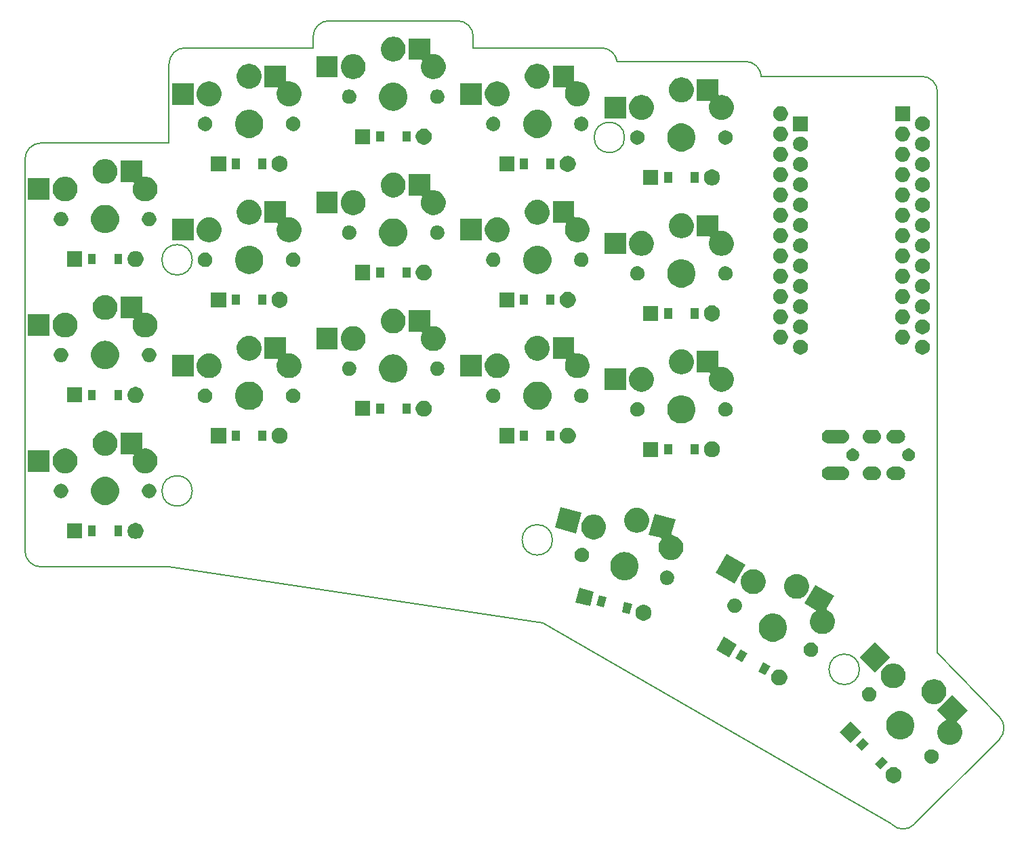
<source format=gbr>
G04 #@! TF.GenerationSoftware,KiCad,Pcbnew,5.1.5+dfsg1-2build2*
G04 #@! TF.CreationDate,2021-09-18T18:44:29+00:00*
G04 #@! TF.ProjectId,board,626f6172-642e-46b6-9963-61645f706362,VERSION_HERE*
G04 #@! TF.SameCoordinates,Original*
G04 #@! TF.FileFunction,Soldermask,Top*
G04 #@! TF.FilePolarity,Negative*
%FSLAX46Y46*%
G04 Gerber Fmt 4.6, Leading zero omitted, Abs format (unit mm)*
G04 Created by KiCad (PCBNEW 5.1.5+dfsg1-2build2) date 2021-09-18 18:44:29*
%MOMM*%
%LPD*%
G04 APERTURE LIST*
G04 #@! TA.AperFunction,Profile*
%ADD10C,0.150000*%
G04 #@! TD*
%ADD11C,0.350000*%
G04 APERTURE END LIST*
D10*
X10000000Y-9500000D02*
X26000000Y-9500000D01*
X8000000Y-7500000D02*
X8000000Y41500000D01*
X10000000Y-9500000D02*
G75*
G02X8000000Y-7500000I0J2000000D01*
G01*
X26000000Y43500000D02*
X10000000Y43500000D01*
X8000000Y41500000D02*
G75*
G02X10000000Y43500000I2000000J0D01*
G01*
X44000000Y55400000D02*
X28000000Y55400000D01*
X26000000Y53400000D02*
G75*
G02X28000000Y55400000I2000000J0D01*
G01*
X26000000Y53400000D02*
X26000000Y43500000D01*
X64000000Y55400000D02*
X64000000Y56800000D01*
X62000000Y58800000D02*
G75*
G02X64000000Y56800000I0J-2000000D01*
G01*
X62000000Y58800000D02*
X46000000Y58800000D01*
X44000000Y56800000D02*
G75*
G02X46000000Y58800000I2000000J0D01*
G01*
X44000000Y56800000D02*
X44000000Y55400000D01*
X80000000Y55400000D02*
G75*
G02X81977391Y53699872I0J-2000000D01*
G01*
X80000000Y55400000D02*
X64000000Y55400000D01*
X98000000Y53700000D02*
G75*
G02X99994367Y51850000I0J-2000000D01*
G01*
X98000000Y53700000D02*
X82000000Y53700000D01*
X81977391Y53699872D02*
G75*
G02X82000000Y53700000I22609J-1999872D01*
G01*
X119117258Y-41686664D02*
G75*
G02X116288831Y-41686665I-1414214J1414213D01*
G01*
X119117258Y-41686665D02*
X129723860Y-31080063D01*
X129723859Y-28251636D02*
G75*
G02X129723860Y-31080063I-1414213J-1414214D01*
G01*
X122000000Y-20208734D02*
X129723860Y-28251636D01*
X116288831Y-41686665D02*
X72707107Y-16524745D01*
X72707107Y-16524745D02*
X26000000Y-9500000D01*
X122000000Y-20208734D02*
X122000000Y49850000D01*
X120000000Y51850000D02*
G75*
G02X122000000Y49850000I0J-2000000D01*
G01*
X120000000Y51850000D02*
X99994367Y51850000D01*
X28900000Y28900000D02*
G75*
G03X28900000Y28900000I-1900000J0D01*
G01*
X28900000Y0D02*
G75*
G03X28900000Y0I-1900000J0D01*
G01*
X82900000Y44200000D02*
G75*
G03X82900000Y44200000I-1900000J0D01*
G01*
X73900000Y-6120000D02*
G75*
G03X73900000Y-6120000I-1900000J0D01*
G01*
X112249134Y-22311939D02*
G75*
G03X112249134Y-22311939I-1900000J0D01*
G01*
D11*
G36*
X116800496Y-34577902D02*
G01*
X116982939Y-34653473D01*
X117147134Y-34763184D01*
X117286770Y-34902820D01*
X117396481Y-35067015D01*
X117472052Y-35249458D01*
X117510577Y-35443139D01*
X117510577Y-35640615D01*
X117472052Y-35834296D01*
X117396481Y-36016739D01*
X117286770Y-36180934D01*
X117147134Y-36320570D01*
X116982939Y-36430281D01*
X116800496Y-36505852D01*
X116606815Y-36544377D01*
X116409339Y-36544377D01*
X116215658Y-36505852D01*
X116033215Y-36430281D01*
X115869020Y-36320570D01*
X115729384Y-36180934D01*
X115619673Y-36016739D01*
X115544102Y-35834296D01*
X115505577Y-35640615D01*
X115505577Y-35443139D01*
X115544102Y-35249458D01*
X115619673Y-35067015D01*
X115729384Y-34902820D01*
X115869020Y-34763184D01*
X116033215Y-34653473D01*
X116215658Y-34577902D01*
X116409339Y-34539377D01*
X116606815Y-34539377D01*
X116800496Y-34577902D01*
G37*
G36*
X115793899Y-33908460D02*
G01*
X114874660Y-34827699D01*
X114167553Y-34120592D01*
X115086792Y-33201353D01*
X115793899Y-33908460D01*
G37*
G36*
X121413844Y-32317797D02*
G01*
X121500870Y-32335108D01*
X121664824Y-32403020D01*
X121812375Y-32501610D01*
X121937864Y-32627099D01*
X122036454Y-32774650D01*
X122104366Y-32938605D01*
X122138987Y-33112655D01*
X122138987Y-33290119D01*
X122104366Y-33464169D01*
X122036454Y-33628124D01*
X121937864Y-33775675D01*
X121812375Y-33901164D01*
X121664824Y-33999754D01*
X121500870Y-34067666D01*
X121413844Y-34084976D01*
X121326819Y-34102287D01*
X121149355Y-34102287D01*
X121062330Y-34084977D01*
X120975304Y-34067666D01*
X120811350Y-33999754D01*
X120663799Y-33901164D01*
X120538310Y-33775675D01*
X120439720Y-33628124D01*
X120371808Y-33464169D01*
X120337187Y-33290119D01*
X120337187Y-33112655D01*
X120371808Y-32938605D01*
X120439720Y-32774650D01*
X120538310Y-32627099D01*
X120663799Y-32501610D01*
X120811350Y-32403020D01*
X120893328Y-32369064D01*
X120975304Y-32335108D01*
X121062330Y-32317798D01*
X121149355Y-32300487D01*
X121326819Y-32300487D01*
X121413844Y-32317797D01*
G37*
G36*
X113460447Y-31575008D02*
G01*
X112541208Y-32494247D01*
X111834101Y-31787140D01*
X112753340Y-30867901D01*
X113460447Y-31575008D01*
G37*
G36*
X125781248Y-27420789D02*
G01*
X124443463Y-28758574D01*
X124427918Y-28777516D01*
X124416367Y-28799127D01*
X124409254Y-28822576D01*
X124406852Y-28846962D01*
X124409254Y-28871348D01*
X124416367Y-28894797D01*
X124427918Y-28916408D01*
X124443463Y-28935350D01*
X124462406Y-28950895D01*
X124524252Y-28992219D01*
X124740148Y-29208115D01*
X124821573Y-29329977D01*
X124909777Y-29461984D01*
X125026619Y-29744066D01*
X125086184Y-30043520D01*
X125086184Y-30348846D01*
X125026619Y-30648300D01*
X124909777Y-30930382D01*
X124909776Y-30930383D01*
X124740148Y-31184251D01*
X124524252Y-31400147D01*
X124402245Y-31481669D01*
X124270383Y-31569776D01*
X124105144Y-31638220D01*
X123988302Y-31686618D01*
X123838574Y-31716400D01*
X123688847Y-31746183D01*
X123383521Y-31746183D01*
X123233794Y-31716400D01*
X123084066Y-31686618D01*
X122967224Y-31638220D01*
X122801985Y-31569776D01*
X122670123Y-31481669D01*
X122548116Y-31400147D01*
X122332220Y-31184251D01*
X122162592Y-30930383D01*
X122162591Y-30930382D01*
X122045749Y-30648300D01*
X121986184Y-30348846D01*
X121986184Y-30043520D01*
X122045749Y-29744066D01*
X122162591Y-29461984D01*
X122250795Y-29329977D01*
X122332220Y-29208115D01*
X122548116Y-28992219D01*
X122765510Y-28846962D01*
X122801985Y-28822590D01*
X123027031Y-28729373D01*
X123048642Y-28717822D01*
X123067584Y-28702277D01*
X123083129Y-28683335D01*
X123094680Y-28661724D01*
X123101793Y-28638275D01*
X123104195Y-28613889D01*
X123101793Y-28589503D01*
X123094680Y-28566054D01*
X123083129Y-28544443D01*
X123067584Y-28525501D01*
X121962872Y-27420789D01*
X123872060Y-25511601D01*
X125781248Y-27420789D01*
G37*
G36*
X112447870Y-30153723D02*
G01*
X111119923Y-31481670D01*
X109791976Y-30153723D01*
X111119923Y-28825776D01*
X112447870Y-30153723D01*
G37*
G36*
X117565255Y-27556247D02*
G01*
X117863686Y-27615608D01*
X118184804Y-27748620D01*
X118473803Y-27941723D01*
X118719577Y-28187497D01*
X118912680Y-28476496D01*
X119045692Y-28797614D01*
X119113500Y-29138512D01*
X119113500Y-29486088D01*
X119045692Y-29826986D01*
X118912680Y-30148104D01*
X118719577Y-30437103D01*
X118473803Y-30682877D01*
X118184804Y-30875980D01*
X117863686Y-31008992D01*
X117565255Y-31068353D01*
X117522789Y-31076800D01*
X117175211Y-31076800D01*
X117132745Y-31068353D01*
X116834314Y-31008992D01*
X116513196Y-30875980D01*
X116224197Y-30682877D01*
X115978423Y-30437103D01*
X115785320Y-30148104D01*
X115652308Y-29826986D01*
X115584500Y-29486088D01*
X115584500Y-29138512D01*
X115652308Y-28797614D01*
X115785320Y-28476496D01*
X115978423Y-28187497D01*
X116224197Y-27941723D01*
X116513196Y-27748620D01*
X116834314Y-27615608D01*
X117132745Y-27556247D01*
X117175211Y-27547800D01*
X117522789Y-27547800D01*
X117565255Y-27556247D01*
G37*
G36*
X121858675Y-23584797D02*
G01*
X122008403Y-23614580D01*
X122125245Y-23662978D01*
X122290484Y-23731422D01*
X122290485Y-23731423D01*
X122544353Y-23901051D01*
X122760249Y-24116947D01*
X122829844Y-24221104D01*
X122929878Y-24370816D01*
X122982853Y-24498709D01*
X123046720Y-24652897D01*
X123106285Y-24952353D01*
X123106285Y-25257677D01*
X123055709Y-25511944D01*
X123046720Y-25557132D01*
X122929878Y-25839214D01*
X122929877Y-25839215D01*
X122760249Y-26093083D01*
X122544353Y-26308979D01*
X122374724Y-26422321D01*
X122290484Y-26478608D01*
X122125245Y-26547052D01*
X122008403Y-26595450D01*
X121858675Y-26625232D01*
X121708948Y-26655015D01*
X121403622Y-26655015D01*
X121253895Y-26625232D01*
X121104167Y-26595450D01*
X120987325Y-26547052D01*
X120822086Y-26478608D01*
X120737846Y-26422321D01*
X120568217Y-26308979D01*
X120352321Y-26093083D01*
X120182693Y-25839215D01*
X120182692Y-25839214D01*
X120065850Y-25557132D01*
X120056862Y-25511944D01*
X120006285Y-25257677D01*
X120006285Y-24952353D01*
X120065850Y-24652897D01*
X120129717Y-24498709D01*
X120182692Y-24370816D01*
X120282726Y-24221104D01*
X120352321Y-24116947D01*
X120568217Y-23901051D01*
X120822085Y-23731423D01*
X120822086Y-23731422D01*
X120987325Y-23662978D01*
X121104167Y-23614580D01*
X121253895Y-23584797D01*
X121403622Y-23555015D01*
X121708948Y-23555015D01*
X121858675Y-23584797D01*
G37*
G36*
X113635670Y-24539623D02*
G01*
X113722696Y-24556934D01*
X113886650Y-24624846D01*
X114034201Y-24723436D01*
X114159690Y-24848925D01*
X114258280Y-24996476D01*
X114326192Y-25160431D01*
X114360813Y-25334481D01*
X114360813Y-25511945D01*
X114326192Y-25685995D01*
X114258280Y-25849950D01*
X114159690Y-25997501D01*
X114034201Y-26122990D01*
X113886650Y-26221580D01*
X113722696Y-26289492D01*
X113635670Y-26306803D01*
X113548645Y-26324113D01*
X113371181Y-26324113D01*
X113284156Y-26306803D01*
X113197130Y-26289492D01*
X113033176Y-26221580D01*
X112885625Y-26122990D01*
X112760136Y-25997501D01*
X112661546Y-25849950D01*
X112593634Y-25685995D01*
X112559013Y-25511945D01*
X112559013Y-25334481D01*
X112593634Y-25160431D01*
X112661546Y-24996476D01*
X112760136Y-24848925D01*
X112885625Y-24723436D01*
X113033176Y-24624846D01*
X113197130Y-24556934D01*
X113284156Y-24539624D01*
X113371181Y-24522313D01*
X113548645Y-24522313D01*
X113635670Y-24539623D01*
G37*
G36*
X116767507Y-21604898D02*
G01*
X116917235Y-21634681D01*
X117034077Y-21683079D01*
X117199316Y-21751523D01*
X117199317Y-21751524D01*
X117453185Y-21921152D01*
X117669081Y-22137048D01*
X117782423Y-22306677D01*
X117838710Y-22390917D01*
X117860820Y-22444296D01*
X117955552Y-22672998D01*
X118015117Y-22972454D01*
X118015117Y-23277778D01*
X117955552Y-23577234D01*
X117935717Y-23625119D01*
X117838710Y-23859315D01*
X117838709Y-23859316D01*
X117669081Y-24113184D01*
X117453185Y-24329080D01*
X117390722Y-24370816D01*
X117199316Y-24498709D01*
X117058748Y-24556934D01*
X116917235Y-24615551D01*
X116870505Y-24624846D01*
X116617780Y-24675116D01*
X116312454Y-24675116D01*
X116059729Y-24624846D01*
X116012999Y-24615551D01*
X115871486Y-24556934D01*
X115730918Y-24498709D01*
X115539512Y-24370816D01*
X115477049Y-24329080D01*
X115261153Y-24113184D01*
X115091525Y-23859316D01*
X115091524Y-23859315D01*
X114994517Y-23625119D01*
X114974682Y-23577234D01*
X114915117Y-23277778D01*
X114915117Y-22972454D01*
X114974682Y-22672998D01*
X115069414Y-22444296D01*
X115091524Y-22390917D01*
X115147811Y-22306677D01*
X115261153Y-22137048D01*
X115477049Y-21921152D01*
X115730917Y-21751524D01*
X115730918Y-21751523D01*
X115896157Y-21683079D01*
X116012999Y-21634681D01*
X116162727Y-21604898D01*
X116312454Y-21575116D01*
X116617780Y-21575116D01*
X116767507Y-21604898D01*
G37*
G36*
X102522876Y-22368725D02*
G01*
X102705319Y-22444296D01*
X102869514Y-22554007D01*
X103009150Y-22693643D01*
X103118861Y-22857838D01*
X103194432Y-23040281D01*
X103232957Y-23233962D01*
X103232957Y-23431438D01*
X103194432Y-23625119D01*
X103118861Y-23807562D01*
X103009150Y-23971757D01*
X102869514Y-24111393D01*
X102705319Y-24221104D01*
X102522876Y-24296675D01*
X102329195Y-24335200D01*
X102131719Y-24335200D01*
X101938038Y-24296675D01*
X101755595Y-24221104D01*
X101591400Y-24111393D01*
X101451764Y-23971757D01*
X101342053Y-23807562D01*
X101266482Y-23625119D01*
X101227957Y-23431438D01*
X101227957Y-23233962D01*
X101266482Y-23040281D01*
X101342053Y-22857838D01*
X101451764Y-22693643D01*
X101591400Y-22554007D01*
X101755595Y-22444296D01*
X101938038Y-22368725D01*
X102131719Y-22330200D01*
X102329195Y-22330200D01*
X102522876Y-22368725D01*
G37*
G36*
X101117855Y-21939783D02*
G01*
X100467855Y-23065617D01*
X99601829Y-22565617D01*
X100251829Y-21439783D01*
X101117855Y-21939783D01*
G37*
G36*
X116058530Y-20809341D02*
G01*
X114149342Y-22718529D01*
X112240154Y-20809341D01*
X114149342Y-18900153D01*
X116058530Y-20809341D01*
G37*
G36*
X98259971Y-20289783D02*
G01*
X97609971Y-21415617D01*
X96743945Y-20915617D01*
X97393945Y-19789783D01*
X98259971Y-20289783D01*
G37*
G36*
X96914042Y-19179002D02*
G01*
X95975041Y-20805399D01*
X94348644Y-19866398D01*
X95287645Y-18240001D01*
X96914042Y-19179002D01*
G37*
G36*
X106369897Y-18963911D02*
G01*
X106456923Y-18981221D01*
X106620877Y-19049133D01*
X106768428Y-19147723D01*
X106893917Y-19273212D01*
X106992507Y-19420763D01*
X107060419Y-19584718D01*
X107095040Y-19758768D01*
X107095040Y-19936232D01*
X107060419Y-20110282D01*
X106992507Y-20274237D01*
X106893917Y-20421788D01*
X106768428Y-20547277D01*
X106620877Y-20645867D01*
X106538899Y-20679823D01*
X106456923Y-20713779D01*
X106369897Y-20731089D01*
X106282872Y-20748400D01*
X106105408Y-20748400D01*
X106018383Y-20731090D01*
X105931357Y-20713779D01*
X105767403Y-20645867D01*
X105619852Y-20547277D01*
X105494363Y-20421788D01*
X105395773Y-20274237D01*
X105327861Y-20110282D01*
X105293240Y-19936232D01*
X105293240Y-19758768D01*
X105327861Y-19584718D01*
X105395773Y-19420763D01*
X105494363Y-19273212D01*
X105619852Y-19147723D01*
X105767403Y-19049133D01*
X105931357Y-18981221D01*
X106018383Y-18963910D01*
X106105408Y-18946600D01*
X106282872Y-18946600D01*
X106369897Y-18963911D01*
G37*
G36*
X101647255Y-15341447D02*
G01*
X101945686Y-15400808D01*
X102266804Y-15533820D01*
X102555803Y-15726923D01*
X102801577Y-15972697D01*
X102994680Y-16261696D01*
X103127692Y-16582814D01*
X103195500Y-16923712D01*
X103195500Y-17271288D01*
X103127692Y-17612186D01*
X102994680Y-17933304D01*
X102801577Y-18222303D01*
X102555803Y-18468077D01*
X102266804Y-18661180D01*
X101945686Y-18794192D01*
X101647255Y-18853553D01*
X101604789Y-18862000D01*
X101257211Y-18862000D01*
X101214745Y-18853553D01*
X100916314Y-18794192D01*
X100595196Y-18661180D01*
X100306197Y-18468077D01*
X100060423Y-18222303D01*
X99867320Y-17933304D01*
X99734308Y-17612186D01*
X99666500Y-17271288D01*
X99666500Y-16923712D01*
X99734308Y-16582814D01*
X99867320Y-16261696D01*
X100060423Y-15972697D01*
X100306197Y-15726923D01*
X100595196Y-15533820D01*
X100916314Y-15400808D01*
X101214745Y-15341447D01*
X101257211Y-15333000D01*
X101604789Y-15333000D01*
X101647255Y-15341447D01*
G37*
G36*
X109086367Y-13088015D02*
G01*
X108207486Y-14610282D01*
X108139637Y-14727799D01*
X108129524Y-14750119D01*
X108123959Y-14773983D01*
X108123158Y-14798474D01*
X108127149Y-14822651D01*
X108135781Y-14845585D01*
X108148721Y-14866394D01*
X108165471Y-14884278D01*
X108185389Y-14898551D01*
X108200054Y-14905783D01*
X108370326Y-14976312D01*
X108370327Y-14976313D01*
X108624195Y-15145941D01*
X108840091Y-15361837D01*
X108950529Y-15527120D01*
X109009720Y-15615706D01*
X109055788Y-15726924D01*
X109126562Y-15897787D01*
X109149558Y-16013395D01*
X109186127Y-16197242D01*
X109186127Y-16502568D01*
X109126562Y-16802022D01*
X109009720Y-17084104D01*
X109009719Y-17084105D01*
X108840091Y-17337973D01*
X108624195Y-17553869D01*
X108454566Y-17667211D01*
X108370326Y-17723498D01*
X108205087Y-17791942D01*
X108088245Y-17840340D01*
X107938517Y-17870123D01*
X107788790Y-17899905D01*
X107483464Y-17899905D01*
X107333737Y-17870122D01*
X107184009Y-17840340D01*
X107067167Y-17791942D01*
X106901928Y-17723498D01*
X106817688Y-17667211D01*
X106648059Y-17553869D01*
X106432163Y-17337973D01*
X106262535Y-17084105D01*
X106262534Y-17084104D01*
X106145692Y-16802022D01*
X106086127Y-16502568D01*
X106086127Y-16197242D01*
X106122696Y-16013395D01*
X106145692Y-15897787D01*
X106216466Y-15726924D01*
X106262534Y-15615706D01*
X106321725Y-15527120D01*
X106432163Y-15361837D01*
X106648059Y-15145941D01*
X106760317Y-15070933D01*
X106779258Y-15055389D01*
X106794803Y-15036447D01*
X106806354Y-15014836D01*
X106813467Y-14991387D01*
X106815869Y-14967001D01*
X106813467Y-14942615D01*
X106806354Y-14919166D01*
X106794803Y-14897555D01*
X106779258Y-14878613D01*
X106753369Y-14858749D01*
X105398099Y-14076284D01*
X105398099Y-14076283D01*
X106748099Y-11738015D01*
X109086367Y-13088015D01*
G37*
G36*
X85571796Y-14270727D02*
G01*
X85754239Y-14346298D01*
X85918434Y-14456009D01*
X86058070Y-14595645D01*
X86167781Y-14759840D01*
X86243352Y-14942283D01*
X86281877Y-15135964D01*
X86281877Y-15333440D01*
X86243352Y-15527121D01*
X86167781Y-15709564D01*
X86058070Y-15873759D01*
X85918434Y-16013395D01*
X85754239Y-16123106D01*
X85571796Y-16198677D01*
X85378115Y-16237202D01*
X85180639Y-16237202D01*
X84986958Y-16198677D01*
X84804515Y-16123106D01*
X84640320Y-16013395D01*
X84500684Y-15873759D01*
X84390973Y-15709564D01*
X84315402Y-15527121D01*
X84276877Y-15333440D01*
X84276877Y-15135964D01*
X84315402Y-14942283D01*
X84390973Y-14759840D01*
X84500684Y-14595645D01*
X84640320Y-14456009D01*
X84804515Y-14346298D01*
X84986958Y-14270727D01*
X85180639Y-14232202D01*
X85378115Y-14232202D01*
X85571796Y-14270727D01*
G37*
G36*
X83844173Y-14177208D02*
G01*
X83507709Y-15432911D01*
X83507708Y-15432911D01*
X82541783Y-15174092D01*
X82575763Y-15047277D01*
X82878247Y-13918389D01*
X82878248Y-13918389D01*
X83844173Y-14177208D01*
G37*
G36*
X96843617Y-13463910D02*
G01*
X96930643Y-13481221D01*
X97012619Y-13515177D01*
X97094597Y-13549133D01*
X97242148Y-13647723D01*
X97367637Y-13773212D01*
X97466227Y-13920763D01*
X97534139Y-14084718D01*
X97568760Y-14258768D01*
X97568760Y-14436232D01*
X97534139Y-14610282D01*
X97466227Y-14774237D01*
X97367637Y-14921788D01*
X97242148Y-15047277D01*
X97094597Y-15145867D01*
X97026455Y-15174092D01*
X96930643Y-15213779D01*
X96843617Y-15231090D01*
X96756592Y-15248400D01*
X96579128Y-15248400D01*
X96492103Y-15231090D01*
X96405077Y-15213779D01*
X96309265Y-15174092D01*
X96241123Y-15145867D01*
X96093572Y-15047277D01*
X95968083Y-14921788D01*
X95869493Y-14774237D01*
X95801581Y-14610282D01*
X95766960Y-14436232D01*
X95766960Y-14258768D01*
X95801581Y-14084718D01*
X95869493Y-13920763D01*
X95968083Y-13773212D01*
X96093572Y-13647723D01*
X96241123Y-13549133D01*
X96323101Y-13515177D01*
X96405077Y-13481221D01*
X96492103Y-13463910D01*
X96579128Y-13446600D01*
X96756592Y-13446600D01*
X96843617Y-13463910D01*
G37*
G36*
X80005393Y-13148613D02*
G01*
X80656617Y-13323108D01*
X80320153Y-14578811D01*
X80320152Y-14578811D01*
X79354227Y-14319992D01*
X79367427Y-14270728D01*
X79690691Y-13064289D01*
X79690692Y-13064289D01*
X80005393Y-13148613D01*
G37*
G36*
X79069058Y-12598525D02*
G01*
X78582996Y-14412533D01*
X76768988Y-13926471D01*
X77255050Y-12112463D01*
X79069058Y-12598525D01*
G37*
G36*
X104708390Y-10424432D02*
G01*
X104858118Y-10454214D01*
X104974960Y-10502612D01*
X105140199Y-10571056D01*
X105224439Y-10627343D01*
X105394068Y-10740685D01*
X105609964Y-10956581D01*
X105709325Y-11105287D01*
X105779593Y-11210450D01*
X105803945Y-11269241D01*
X105896435Y-11492531D01*
X105906331Y-11542282D01*
X105956000Y-11791986D01*
X105956000Y-12097312D01*
X105896435Y-12396766D01*
X105779593Y-12678848D01*
X105749759Y-12723498D01*
X105609964Y-12932717D01*
X105394068Y-13148613D01*
X105224439Y-13261955D01*
X105140199Y-13318242D01*
X104974960Y-13386686D01*
X104858118Y-13435084D01*
X104708390Y-13464866D01*
X104558663Y-13494649D01*
X104253337Y-13494649D01*
X104103610Y-13464866D01*
X103953882Y-13435084D01*
X103837040Y-13386686D01*
X103671801Y-13318242D01*
X103587561Y-13261955D01*
X103417932Y-13148613D01*
X103202036Y-12932717D01*
X103062241Y-12723498D01*
X103032407Y-12678848D01*
X102915565Y-12396766D01*
X102856000Y-12097312D01*
X102856000Y-11791986D01*
X102905669Y-11542282D01*
X102915565Y-11492531D01*
X103008055Y-11269241D01*
X103032407Y-11210450D01*
X103102675Y-11105287D01*
X103202036Y-10956581D01*
X103417932Y-10740685D01*
X103587561Y-10627343D01*
X103671801Y-10571056D01*
X103837040Y-10502612D01*
X103953882Y-10454214D01*
X104103610Y-10424432D01*
X104253337Y-10394649D01*
X104558663Y-10394649D01*
X104708390Y-10424432D01*
G37*
G36*
X99278263Y-9829688D02*
G01*
X99427991Y-9859470D01*
X99544833Y-9907868D01*
X99710072Y-9976312D01*
X99710073Y-9976313D01*
X99963941Y-10145941D01*
X100179837Y-10361837D01*
X100201761Y-10394649D01*
X100349466Y-10615706D01*
X100417910Y-10780945D01*
X100466308Y-10897787D01*
X100478003Y-10956581D01*
X100525873Y-11197242D01*
X100525873Y-11502568D01*
X100466308Y-11802022D01*
X100349466Y-12084104D01*
X100330517Y-12112463D01*
X100179837Y-12337973D01*
X99963941Y-12553869D01*
X99897108Y-12598525D01*
X99710072Y-12723498D01*
X99544833Y-12791942D01*
X99427991Y-12840340D01*
X99278263Y-12870123D01*
X99128536Y-12899905D01*
X98823210Y-12899905D01*
X98673483Y-12870123D01*
X98523755Y-12840340D01*
X98406913Y-12791942D01*
X98241674Y-12723498D01*
X98054638Y-12598525D01*
X97987805Y-12553869D01*
X97771909Y-12337973D01*
X97621229Y-12112463D01*
X97602280Y-12084104D01*
X97485438Y-11802022D01*
X97425873Y-11502568D01*
X97425873Y-11197242D01*
X97473743Y-10956581D01*
X97485438Y-10897787D01*
X97533836Y-10780945D01*
X97602280Y-10615706D01*
X97749985Y-10394649D01*
X97771909Y-10361837D01*
X97987805Y-10145941D01*
X98241673Y-9976313D01*
X98241674Y-9976312D01*
X98406913Y-9907868D01*
X98523755Y-9859470D01*
X98673483Y-9829688D01*
X98823210Y-9799905D01*
X99128536Y-9799905D01*
X99278263Y-9829688D01*
G37*
G36*
X88381649Y-9958916D02*
G01*
X88468675Y-9976226D01*
X88550651Y-10010182D01*
X88632629Y-10044138D01*
X88780180Y-10142728D01*
X88905669Y-10268217D01*
X89004259Y-10415768D01*
X89004259Y-10415769D01*
X89068582Y-10571057D01*
X89072171Y-10579723D01*
X89106792Y-10753773D01*
X89106792Y-10931237D01*
X89072171Y-11105287D01*
X89004259Y-11269242D01*
X88905669Y-11416793D01*
X88780180Y-11542282D01*
X88632629Y-11640872D01*
X88550651Y-11674828D01*
X88468675Y-11708784D01*
X88381649Y-11726094D01*
X88294624Y-11743405D01*
X88117160Y-11743405D01*
X88030135Y-11726094D01*
X87943109Y-11708784D01*
X87861133Y-11674828D01*
X87779155Y-11640872D01*
X87631604Y-11542282D01*
X87506115Y-11416793D01*
X87407525Y-11269242D01*
X87339613Y-11105287D01*
X87304992Y-10931237D01*
X87304992Y-10753773D01*
X87339613Y-10579723D01*
X87343203Y-10571057D01*
X87407525Y-10415769D01*
X87407525Y-10415768D01*
X87506115Y-10268217D01*
X87631604Y-10142728D01*
X87779155Y-10044138D01*
X87861133Y-10010182D01*
X87943109Y-9976226D01*
X88030135Y-9958915D01*
X88117160Y-9941605D01*
X88294624Y-9941605D01*
X88381649Y-9958916D01*
G37*
G36*
X97983774Y-9218271D02*
G01*
X96633774Y-11556539D01*
X94295506Y-10206539D01*
X95645506Y-7868271D01*
X97983774Y-9218271D01*
G37*
G36*
X83109555Y-7662947D02*
G01*
X83407986Y-7722308D01*
X83729104Y-7855320D01*
X84018103Y-8048423D01*
X84263877Y-8294197D01*
X84456980Y-8583196D01*
X84589992Y-8904314D01*
X84657800Y-9245212D01*
X84657800Y-9592788D01*
X84589992Y-9933686D01*
X84456980Y-10254804D01*
X84263877Y-10543803D01*
X84018103Y-10789577D01*
X83729104Y-10982680D01*
X83407986Y-11115692D01*
X83109555Y-11175053D01*
X83067089Y-11183500D01*
X82719511Y-11183500D01*
X82677045Y-11175053D01*
X82378614Y-11115692D01*
X82057496Y-10982680D01*
X81768497Y-10789577D01*
X81522723Y-10543803D01*
X81329620Y-10254804D01*
X81196608Y-9933686D01*
X81128800Y-9592788D01*
X81128800Y-9245212D01*
X81196608Y-8904314D01*
X81329620Y-8583196D01*
X81522723Y-8294197D01*
X81768497Y-8048423D01*
X82057496Y-7855320D01*
X82378614Y-7722308D01*
X82677045Y-7662947D01*
X82719511Y-7654500D01*
X83067089Y-7654500D01*
X83109555Y-7662947D01*
G37*
G36*
X77756465Y-7111906D02*
G01*
X77843491Y-7129216D01*
X77925467Y-7163172D01*
X78007445Y-7197128D01*
X78154996Y-7295718D01*
X78280485Y-7421207D01*
X78379075Y-7568758D01*
X78446987Y-7732713D01*
X78465359Y-7825072D01*
X78481608Y-7906764D01*
X78481608Y-8084226D01*
X78446987Y-8258278D01*
X78379075Y-8422232D01*
X78280485Y-8569783D01*
X78154996Y-8695272D01*
X78007445Y-8793862D01*
X77925467Y-8827818D01*
X77843491Y-8861774D01*
X77756465Y-8879085D01*
X77669440Y-8896395D01*
X77491976Y-8896395D01*
X77404951Y-8879085D01*
X77317925Y-8861774D01*
X77235949Y-8827818D01*
X77153971Y-8793862D01*
X77006420Y-8695272D01*
X76880931Y-8569783D01*
X76782341Y-8422232D01*
X76714429Y-8258278D01*
X76679808Y-8084226D01*
X76679808Y-7906764D01*
X76696058Y-7825072D01*
X76714429Y-7732713D01*
X76782341Y-7568758D01*
X76880931Y-7421207D01*
X77006420Y-7295718D01*
X77153971Y-7197128D01*
X77235949Y-7163172D01*
X77317925Y-7129216D01*
X77404951Y-7111905D01*
X77491976Y-7094595D01*
X77669440Y-7094595D01*
X77756465Y-7111906D01*
G37*
G36*
X89250086Y-3564780D02*
G01*
X88806104Y-5221741D01*
X88761489Y-5388247D01*
X88757498Y-5412424D01*
X88758299Y-5436915D01*
X88763864Y-5460779D01*
X88773977Y-5483099D01*
X88788250Y-5503017D01*
X88806134Y-5519767D01*
X88826943Y-5532707D01*
X88857843Y-5543196D01*
X89025309Y-5576507D01*
X89145619Y-5600438D01*
X89238853Y-5639057D01*
X89427700Y-5717280D01*
X89427701Y-5717281D01*
X89681569Y-5886909D01*
X89897465Y-6102805D01*
X89944220Y-6172780D01*
X90067094Y-6356674D01*
X90183936Y-6638756D01*
X90243501Y-6938210D01*
X90243501Y-7243536D01*
X90183936Y-7542990D01*
X90067094Y-7825072D01*
X90067093Y-7825073D01*
X89897465Y-8078941D01*
X89681569Y-8294837D01*
X89511940Y-8408179D01*
X89427700Y-8464466D01*
X89262461Y-8532910D01*
X89145619Y-8581308D01*
X88995891Y-8611090D01*
X88846164Y-8640873D01*
X88540838Y-8640873D01*
X88391111Y-8611090D01*
X88241383Y-8581308D01*
X88124541Y-8532910D01*
X87959302Y-8464466D01*
X87875062Y-8408179D01*
X87705433Y-8294837D01*
X87489537Y-8078941D01*
X87319909Y-7825073D01*
X87319908Y-7825072D01*
X87203066Y-7542990D01*
X87143501Y-7243536D01*
X87143501Y-6938210D01*
X87203066Y-6638756D01*
X87319908Y-6356674D01*
X87442782Y-6172780D01*
X87489537Y-6102805D01*
X87505635Y-6086707D01*
X87521175Y-6067771D01*
X87532726Y-6046160D01*
X87539839Y-6022711D01*
X87542241Y-5998325D01*
X87539839Y-5973939D01*
X87532726Y-5950490D01*
X87521175Y-5928879D01*
X87505630Y-5909937D01*
X87486688Y-5894392D01*
X87465077Y-5882841D01*
X87449601Y-5877587D01*
X85943274Y-5473968D01*
X86642086Y-2865968D01*
X89250086Y-3564780D01*
G37*
G36*
X79336632Y-2982465D02*
G01*
X79486360Y-3012248D01*
X79603202Y-3060646D01*
X79768441Y-3129090D01*
X79768442Y-3129091D01*
X80022310Y-3298719D01*
X80238206Y-3514615D01*
X80351548Y-3684244D01*
X80407835Y-3768484D01*
X80476279Y-3933723D01*
X80524677Y-4050565D01*
X80536817Y-4111596D01*
X80584242Y-4350020D01*
X80584242Y-4655346D01*
X80524677Y-4954800D01*
X80407835Y-5236882D01*
X80407834Y-5236883D01*
X80238206Y-5490751D01*
X80022310Y-5706647D01*
X79852681Y-5819989D01*
X79768441Y-5876276D01*
X79641446Y-5928879D01*
X79486360Y-5993118D01*
X79337585Y-6022711D01*
X79186905Y-6052683D01*
X78881579Y-6052683D01*
X78730899Y-6022711D01*
X78582124Y-5993118D01*
X78427038Y-5928879D01*
X78300043Y-5876276D01*
X78215803Y-5819989D01*
X78046174Y-5706647D01*
X77830278Y-5490751D01*
X77660650Y-5236883D01*
X77660649Y-5236882D01*
X77543807Y-4954800D01*
X77484242Y-4655346D01*
X77484242Y-4350020D01*
X77531667Y-4111596D01*
X77543807Y-4050565D01*
X77592205Y-3933723D01*
X77660649Y-3768484D01*
X77716936Y-3684244D01*
X77830278Y-3514615D01*
X78046174Y-3298719D01*
X78300042Y-3129091D01*
X78300043Y-3129090D01*
X78465282Y-3060646D01*
X78582124Y-3012248D01*
X78731852Y-2982465D01*
X78881579Y-2952683D01*
X79186905Y-2952683D01*
X79336632Y-2982465D01*
G37*
G36*
X22102419Y-4036025D02*
G01*
X22284862Y-4111596D01*
X22449057Y-4221307D01*
X22588693Y-4360943D01*
X22698404Y-4525138D01*
X22773975Y-4707581D01*
X22812500Y-4901262D01*
X22812500Y-5098738D01*
X22773975Y-5292419D01*
X22698404Y-5474862D01*
X22588693Y-5639057D01*
X22449057Y-5778693D01*
X22284862Y-5888404D01*
X22102419Y-5963975D01*
X21908738Y-6002500D01*
X21711262Y-6002500D01*
X21517581Y-5963975D01*
X21335138Y-5888404D01*
X21170943Y-5778693D01*
X21031307Y-5639057D01*
X20921596Y-5474862D01*
X20846025Y-5292419D01*
X20807500Y-5098738D01*
X20807500Y-4901262D01*
X20846025Y-4707581D01*
X20921596Y-4525138D01*
X21031307Y-4360943D01*
X21170943Y-4221307D01*
X21335138Y-4111596D01*
X21517581Y-4036025D01*
X21711262Y-3997500D01*
X21908738Y-3997500D01*
X22102419Y-4036025D01*
G37*
G36*
X15129000Y-5939000D02*
G01*
X13251000Y-5939000D01*
X13251000Y-4061000D01*
X15129000Y-4061000D01*
X15129000Y-5939000D01*
G37*
G36*
X20150000Y-5650000D02*
G01*
X19150000Y-5650000D01*
X19150000Y-4350000D01*
X20150000Y-4350000D01*
X20150000Y-5650000D01*
G37*
G36*
X16850000Y-5650000D02*
G01*
X15850000Y-5650000D01*
X15850000Y-4350000D01*
X16850000Y-4350000D01*
X16850000Y-5650000D01*
G37*
G36*
X77524241Y-2700457D02*
G01*
X76825429Y-5308457D01*
X74217429Y-4609645D01*
X74916241Y-2001645D01*
X77524241Y-2700457D01*
G37*
G36*
X84735663Y-2151523D02*
G01*
X84885391Y-2181306D01*
X85002233Y-2229704D01*
X85167472Y-2298148D01*
X85167473Y-2298149D01*
X85421341Y-2467777D01*
X85637237Y-2683673D01*
X85750579Y-2853302D01*
X85806866Y-2937542D01*
X85923708Y-3219624D01*
X85983273Y-3519078D01*
X85983273Y-3824404D01*
X85923708Y-4123858D01*
X85806866Y-4405940D01*
X85806865Y-4405941D01*
X85637237Y-4659809D01*
X85421341Y-4875705D01*
X85251712Y-4989047D01*
X85167472Y-5045334D01*
X85038543Y-5098738D01*
X84885391Y-5162176D01*
X84735663Y-5191959D01*
X84585936Y-5221741D01*
X84280610Y-5221741D01*
X84130883Y-5191959D01*
X83981155Y-5162176D01*
X83828003Y-5098738D01*
X83699074Y-5045334D01*
X83614834Y-4989047D01*
X83445205Y-4875705D01*
X83229309Y-4659809D01*
X83059681Y-4405941D01*
X83059680Y-4405940D01*
X82942838Y-4123858D01*
X82883273Y-3824404D01*
X82883273Y-3519078D01*
X82942838Y-3219624D01*
X83059680Y-2937542D01*
X83115967Y-2853302D01*
X83229309Y-2683673D01*
X83445205Y-2467777D01*
X83699073Y-2298149D01*
X83699074Y-2298148D01*
X83864313Y-2229704D01*
X83981155Y-2181306D01*
X84130883Y-2151523D01*
X84280610Y-2121741D01*
X84585936Y-2121741D01*
X84735663Y-2151523D01*
G37*
G36*
X18216255Y1756053D02*
G01*
X18514686Y1696692D01*
X18835804Y1563680D01*
X19124803Y1370577D01*
X19370577Y1124803D01*
X19563680Y835804D01*
X19696692Y514686D01*
X19764500Y173788D01*
X19764500Y-173788D01*
X19696692Y-514686D01*
X19563680Y-835804D01*
X19370577Y-1124803D01*
X19124803Y-1370577D01*
X18835804Y-1563680D01*
X18514686Y-1696692D01*
X18216255Y-1756053D01*
X18173789Y-1764500D01*
X17826211Y-1764500D01*
X17783745Y-1756053D01*
X17485314Y-1696692D01*
X17164196Y-1563680D01*
X16875197Y-1370577D01*
X16629423Y-1124803D01*
X16436320Y-835804D01*
X16303308Y-514686D01*
X16235500Y-173788D01*
X16235500Y173788D01*
X16303308Y514686D01*
X16436320Y835804D01*
X16629423Y1124803D01*
X16875197Y1370577D01*
X17164196Y1563680D01*
X17485314Y1696692D01*
X17783745Y1756053D01*
X17826211Y1764500D01*
X18173789Y1764500D01*
X18216255Y1756053D01*
G37*
G36*
X23675757Y883590D02*
G01*
X23762783Y866279D01*
X23844759Y832323D01*
X23926737Y798367D01*
X24074288Y699777D01*
X24199777Y574288D01*
X24298367Y426737D01*
X24366279Y262782D01*
X24400900Y88732D01*
X24400900Y-88732D01*
X24366279Y-262782D01*
X24298367Y-426737D01*
X24199777Y-574288D01*
X24074288Y-699777D01*
X23926737Y-798367D01*
X23844759Y-832323D01*
X23762783Y-866279D01*
X23675757Y-883590D01*
X23588732Y-900900D01*
X23411268Y-900900D01*
X23324243Y-883590D01*
X23237217Y-866279D01*
X23155241Y-832323D01*
X23073263Y-798367D01*
X22925712Y-699777D01*
X22800223Y-574288D01*
X22701633Y-426737D01*
X22633721Y-262782D01*
X22599100Y-88732D01*
X22599100Y88732D01*
X22633721Y262782D01*
X22701633Y426737D01*
X22800223Y574288D01*
X22925712Y699777D01*
X23073263Y798367D01*
X23155241Y832323D01*
X23237217Y866279D01*
X23324243Y883590D01*
X23411268Y900900D01*
X23588732Y900900D01*
X23675757Y883590D01*
G37*
G36*
X12675757Y883590D02*
G01*
X12762783Y866279D01*
X12844759Y832323D01*
X12926737Y798367D01*
X13074288Y699777D01*
X13199777Y574288D01*
X13298367Y426737D01*
X13366279Y262782D01*
X13400900Y88732D01*
X13400900Y-88732D01*
X13366279Y-262782D01*
X13298367Y-426737D01*
X13199777Y-574288D01*
X13074288Y-699777D01*
X12926737Y-798367D01*
X12844759Y-832323D01*
X12762783Y-866279D01*
X12675757Y-883590D01*
X12588732Y-900900D01*
X12411268Y-900900D01*
X12324243Y-883589D01*
X12237217Y-866279D01*
X12155241Y-832323D01*
X12073263Y-798367D01*
X11925712Y-699777D01*
X11800223Y-574288D01*
X11701633Y-426737D01*
X11633721Y-262782D01*
X11599100Y-88732D01*
X11599100Y88732D01*
X11633721Y262782D01*
X11701633Y426737D01*
X11800223Y574288D01*
X11925712Y699777D01*
X12073263Y798367D01*
X12155241Y832323D01*
X12237217Y866279D01*
X12324243Y883589D01*
X12411268Y900900D01*
X12588732Y900900D01*
X12675757Y883590D01*
G37*
G36*
X109166627Y3037701D02*
G01*
X109213715Y3023417D01*
X109237748Y3018637D01*
X109262252Y3018637D01*
X109286285Y3023417D01*
X109333373Y3037701D01*
X109458248Y3050000D01*
X110141752Y3050000D01*
X110266627Y3037701D01*
X110313715Y3023417D01*
X110426855Y2989097D01*
X110426857Y2989096D01*
X110574518Y2910169D01*
X110703949Y2803949D01*
X110810169Y2674518D01*
X110889096Y2526857D01*
X110937701Y2366627D01*
X110954112Y2200000D01*
X110937701Y2033373D01*
X110889096Y1873143D01*
X110810169Y1725482D01*
X110703949Y1596051D01*
X110574518Y1489831D01*
X110426857Y1410904D01*
X110426855Y1410903D01*
X110346742Y1386602D01*
X110266627Y1362299D01*
X110141752Y1350000D01*
X109458248Y1350000D01*
X109333373Y1362299D01*
X109286285Y1376583D01*
X109262252Y1381363D01*
X109237748Y1381363D01*
X109213715Y1376583D01*
X109166627Y1362299D01*
X109041752Y1350000D01*
X108358248Y1350000D01*
X108233373Y1362299D01*
X108153258Y1386602D01*
X108073145Y1410903D01*
X108073143Y1410904D01*
X107925482Y1489831D01*
X107796051Y1596051D01*
X107689831Y1725482D01*
X107610904Y1873143D01*
X107562299Y2033373D01*
X107545888Y2200000D01*
X107562299Y2366627D01*
X107610904Y2526857D01*
X107689831Y2674518D01*
X107796051Y2803949D01*
X107925482Y2910169D01*
X108073143Y2989096D01*
X108073145Y2989097D01*
X108186285Y3023417D01*
X108233373Y3037701D01*
X108358248Y3050000D01*
X109041752Y3050000D01*
X109166627Y3037701D01*
G37*
G36*
X114266627Y3037701D02*
G01*
X114313715Y3023417D01*
X114426855Y2989097D01*
X114426857Y2989096D01*
X114574518Y2910169D01*
X114703949Y2803949D01*
X114810169Y2674518D01*
X114889096Y2526857D01*
X114937701Y2366627D01*
X114954112Y2200000D01*
X114937701Y2033373D01*
X114889096Y1873143D01*
X114810169Y1725482D01*
X114703949Y1596051D01*
X114574518Y1489831D01*
X114426857Y1410904D01*
X114426855Y1410903D01*
X114346742Y1386602D01*
X114266627Y1362299D01*
X114141752Y1350000D01*
X113458248Y1350000D01*
X113333373Y1362299D01*
X113253258Y1386602D01*
X113173145Y1410903D01*
X113173143Y1410904D01*
X113025482Y1489831D01*
X112896051Y1596051D01*
X112789831Y1725482D01*
X112710904Y1873143D01*
X112662299Y2033373D01*
X112645888Y2200000D01*
X112662299Y2366627D01*
X112710904Y2526857D01*
X112789831Y2674518D01*
X112896051Y2803949D01*
X113025482Y2910169D01*
X113173143Y2989096D01*
X113173145Y2989097D01*
X113286285Y3023417D01*
X113333373Y3037701D01*
X113458248Y3050000D01*
X114141752Y3050000D01*
X114266627Y3037701D01*
G37*
G36*
X117266627Y3037701D02*
G01*
X117313715Y3023417D01*
X117426855Y2989097D01*
X117426857Y2989096D01*
X117574518Y2910169D01*
X117703949Y2803949D01*
X117810169Y2674518D01*
X117889096Y2526857D01*
X117937701Y2366627D01*
X117954112Y2200000D01*
X117937701Y2033373D01*
X117889096Y1873143D01*
X117810169Y1725482D01*
X117703949Y1596051D01*
X117574518Y1489831D01*
X117426857Y1410904D01*
X117426855Y1410903D01*
X117346742Y1386602D01*
X117266627Y1362299D01*
X117141752Y1350000D01*
X116458248Y1350000D01*
X116333373Y1362299D01*
X116253258Y1386602D01*
X116173145Y1410903D01*
X116173143Y1410904D01*
X116025482Y1489831D01*
X115896051Y1596051D01*
X115789831Y1725482D01*
X115710904Y1873143D01*
X115662299Y2033373D01*
X115645888Y2200000D01*
X115662299Y2366627D01*
X115710904Y2526857D01*
X115789831Y2674518D01*
X115896051Y2803949D01*
X116025482Y2910169D01*
X116173143Y2989096D01*
X116173145Y2989097D01*
X116286285Y3023417D01*
X116333373Y3037701D01*
X116458248Y3050000D01*
X117141752Y3050000D01*
X117266627Y3037701D01*
G37*
G36*
X13302390Y5270218D02*
G01*
X13452118Y5240435D01*
X13568960Y5192037D01*
X13734199Y5123593D01*
X13769508Y5100000D01*
X13988068Y4953964D01*
X14203964Y4738068D01*
X14212602Y4725140D01*
X14373593Y4484199D01*
X14408469Y4400000D01*
X14490435Y4202118D01*
X14506559Y4121058D01*
X14550000Y3902663D01*
X14550000Y3597337D01*
X14490435Y3297883D01*
X14373593Y3015801D01*
X14373592Y3015800D01*
X14203964Y2761932D01*
X13988068Y2546036D01*
X13959364Y2526857D01*
X13734199Y2376407D01*
X13568960Y2307963D01*
X13452118Y2259565D01*
X13302390Y2229782D01*
X13152663Y2200000D01*
X12847337Y2200000D01*
X12697610Y2229783D01*
X12547882Y2259565D01*
X12431040Y2307963D01*
X12265801Y2376407D01*
X12040636Y2526857D01*
X12011932Y2546036D01*
X11796036Y2761932D01*
X11626408Y3015800D01*
X11626407Y3015801D01*
X11509565Y3297883D01*
X11450000Y3597337D01*
X11450000Y3902663D01*
X11493441Y4121058D01*
X11509565Y4202118D01*
X11591531Y4400000D01*
X11626407Y4484199D01*
X11787398Y4725140D01*
X11796036Y4738068D01*
X12011932Y4953964D01*
X12230492Y5100000D01*
X12265801Y5123593D01*
X12431040Y5192037D01*
X12547882Y5240435D01*
X12697610Y5270218D01*
X12847337Y5300000D01*
X13152663Y5300000D01*
X13302390Y5270218D01*
G37*
G36*
X22625000Y5408086D02*
G01*
X22627402Y5383700D01*
X22634515Y5360251D01*
X22646066Y5338640D01*
X22661611Y5319698D01*
X22680553Y5304153D01*
X22702164Y5292602D01*
X22725613Y5285489D01*
X22749999Y5283087D01*
X22774385Y5285489D01*
X22847337Y5300000D01*
X23152663Y5300000D01*
X23302390Y5270218D01*
X23452118Y5240435D01*
X23568960Y5192037D01*
X23734199Y5123593D01*
X23769508Y5100000D01*
X23988068Y4953964D01*
X24203964Y4738068D01*
X24212602Y4725140D01*
X24373593Y4484199D01*
X24408469Y4400000D01*
X24490435Y4202118D01*
X24506559Y4121058D01*
X24550000Y3902663D01*
X24550000Y3597337D01*
X24490435Y3297883D01*
X24373593Y3015801D01*
X24373592Y3015800D01*
X24203964Y2761932D01*
X23988068Y2546036D01*
X23959364Y2526857D01*
X23734199Y2376407D01*
X23568960Y2307963D01*
X23452118Y2259565D01*
X23302390Y2229782D01*
X23152663Y2200000D01*
X22847337Y2200000D01*
X22697610Y2229783D01*
X22547882Y2259565D01*
X22431040Y2307963D01*
X22265801Y2376407D01*
X22040636Y2526857D01*
X22011932Y2546036D01*
X21796036Y2761932D01*
X21626408Y3015800D01*
X21626407Y3015801D01*
X21509565Y3297883D01*
X21450000Y3597337D01*
X21450000Y3902663D01*
X21493441Y4121058D01*
X21509565Y4202118D01*
X21591531Y4400000D01*
X21602783Y4427166D01*
X21609896Y4450615D01*
X21612298Y4475001D01*
X21609896Y4499387D01*
X21602783Y4522836D01*
X21591232Y4544447D01*
X21575687Y4563389D01*
X21556745Y4578934D01*
X21535134Y4590485D01*
X21511685Y4597598D01*
X21487299Y4600000D01*
X19925000Y4600000D01*
X19925000Y7300000D01*
X22625000Y7300000D01*
X22625000Y5408086D01*
G37*
G36*
X11075000Y2400000D02*
G01*
X8375000Y2400000D01*
X8375000Y5100000D01*
X11075000Y5100000D01*
X11075000Y2400000D01*
G37*
G36*
X118633351Y5269257D02*
G01*
X118778941Y5208952D01*
X118909970Y5121401D01*
X119021401Y5009970D01*
X119108952Y4878941D01*
X119169257Y4733351D01*
X119200000Y4578794D01*
X119200000Y4421206D01*
X119169257Y4266649D01*
X119108952Y4121059D01*
X119021401Y3990030D01*
X118909970Y3878599D01*
X118778941Y3791048D01*
X118633351Y3730743D01*
X118478794Y3700000D01*
X118321206Y3700000D01*
X118166649Y3730743D01*
X118021059Y3791048D01*
X117890030Y3878599D01*
X117778599Y3990030D01*
X117691048Y4121059D01*
X117630743Y4266649D01*
X117600000Y4421206D01*
X117600000Y4578794D01*
X117630743Y4733351D01*
X117691048Y4878941D01*
X117778599Y5009970D01*
X117890030Y5121401D01*
X118021059Y5208952D01*
X118166649Y5269257D01*
X118321206Y5300000D01*
X118478794Y5300000D01*
X118633351Y5269257D01*
G37*
G36*
X111633351Y5269257D02*
G01*
X111778941Y5208952D01*
X111909970Y5121401D01*
X112021401Y5009970D01*
X112108952Y4878941D01*
X112169257Y4733351D01*
X112200000Y4578794D01*
X112200000Y4421206D01*
X112169257Y4266649D01*
X112108952Y4121059D01*
X112021401Y3990030D01*
X111909970Y3878599D01*
X111778941Y3791048D01*
X111633351Y3730743D01*
X111478794Y3700000D01*
X111321206Y3700000D01*
X111166649Y3730743D01*
X111021059Y3791048D01*
X110890030Y3878599D01*
X110778599Y3990030D01*
X110691048Y4121059D01*
X110630743Y4266649D01*
X110600000Y4421206D01*
X110600000Y4578794D01*
X110630743Y4733351D01*
X110691048Y4878941D01*
X110778599Y5009970D01*
X110890030Y5121401D01*
X111021059Y5208952D01*
X111166649Y5269257D01*
X111321206Y5300000D01*
X111478794Y5300000D01*
X111633351Y5269257D01*
G37*
G36*
X94102419Y6163975D02*
G01*
X94284862Y6088404D01*
X94449057Y5978693D01*
X94588693Y5839057D01*
X94698404Y5674862D01*
X94773975Y5492419D01*
X94812500Y5298738D01*
X94812500Y5101262D01*
X94773975Y4907581D01*
X94698404Y4725138D01*
X94588693Y4560943D01*
X94449057Y4421307D01*
X94284862Y4311596D01*
X94102419Y4236025D01*
X93908738Y4197500D01*
X93711262Y4197500D01*
X93517581Y4236025D01*
X93335138Y4311596D01*
X93170943Y4421307D01*
X93031307Y4560943D01*
X92921596Y4725138D01*
X92846025Y4907581D01*
X92807500Y5101262D01*
X92807500Y5298738D01*
X92846025Y5492419D01*
X92921596Y5674862D01*
X93031307Y5839057D01*
X93170943Y5978693D01*
X93335138Y6088404D01*
X93517581Y6163975D01*
X93711262Y6202500D01*
X93908738Y6202500D01*
X94102419Y6163975D01*
G37*
G36*
X87129000Y4261000D02*
G01*
X85251000Y4261000D01*
X85251000Y6139000D01*
X87129000Y6139000D01*
X87129000Y4261000D01*
G37*
G36*
X18302390Y7470217D02*
G01*
X18452118Y7440435D01*
X18540202Y7403949D01*
X18734199Y7323593D01*
X18807645Y7274518D01*
X18988068Y7153964D01*
X19203964Y6938068D01*
X19295374Y6801262D01*
X19373593Y6684199D01*
X19405329Y6607581D01*
X19480900Y6425138D01*
X19490435Y6402117D01*
X19537805Y6163974D01*
X19550000Y6102662D01*
X19550000Y5797338D01*
X19490435Y5497882D01*
X19453240Y5408086D01*
X19373593Y5215801D01*
X19369016Y5208951D01*
X19203964Y4961932D01*
X18988068Y4746036D01*
X18818439Y4632694D01*
X18734199Y4576407D01*
X18604867Y4522836D01*
X18452118Y4459565D01*
X18302390Y4429782D01*
X18152663Y4400000D01*
X17847337Y4400000D01*
X17697610Y4429783D01*
X17547882Y4459565D01*
X17395133Y4522836D01*
X17265801Y4576407D01*
X17181561Y4632694D01*
X17011932Y4746036D01*
X16796036Y4961932D01*
X16630984Y5208951D01*
X16626407Y5215801D01*
X16546760Y5408086D01*
X16509565Y5497882D01*
X16450000Y5797338D01*
X16450000Y6102662D01*
X16462196Y6163974D01*
X16509565Y6402117D01*
X16519101Y6425138D01*
X16594671Y6607581D01*
X16626407Y6684199D01*
X16704626Y6801262D01*
X16796036Y6938068D01*
X17011932Y7153964D01*
X17192355Y7274518D01*
X17265801Y7323593D01*
X17459798Y7403949D01*
X17547882Y7440435D01*
X17697610Y7470217D01*
X17847337Y7500000D01*
X18152663Y7500000D01*
X18302390Y7470217D01*
G37*
G36*
X92150000Y4550000D02*
G01*
X91150000Y4550000D01*
X91150000Y5850000D01*
X92150000Y5850000D01*
X92150000Y4550000D01*
G37*
G36*
X88850000Y4550000D02*
G01*
X87850000Y4550000D01*
X87850000Y5850000D01*
X88850000Y5850000D01*
X88850000Y4550000D01*
G37*
G36*
X76102419Y7863975D02*
G01*
X76284862Y7788404D01*
X76449057Y7678693D01*
X76588693Y7539057D01*
X76698404Y7374862D01*
X76773975Y7192419D01*
X76812500Y6998738D01*
X76812500Y6801262D01*
X76773975Y6607581D01*
X76698404Y6425138D01*
X76588693Y6260943D01*
X76449057Y6121307D01*
X76284862Y6011596D01*
X76102419Y5936025D01*
X75908738Y5897500D01*
X75711262Y5897500D01*
X75517581Y5936025D01*
X75335138Y6011596D01*
X75170943Y6121307D01*
X75031307Y6260943D01*
X74921596Y6425138D01*
X74846025Y6607581D01*
X74807500Y6801262D01*
X74807500Y6998738D01*
X74846025Y7192419D01*
X74921596Y7374862D01*
X75031307Y7539057D01*
X75170943Y7678693D01*
X75335138Y7788404D01*
X75517581Y7863975D01*
X75711262Y7902500D01*
X75908738Y7902500D01*
X76102419Y7863975D01*
G37*
G36*
X40102419Y7863975D02*
G01*
X40284862Y7788404D01*
X40449057Y7678693D01*
X40588693Y7539057D01*
X40698404Y7374862D01*
X40773975Y7192419D01*
X40812500Y6998738D01*
X40812500Y6801262D01*
X40773975Y6607581D01*
X40698404Y6425138D01*
X40588693Y6260943D01*
X40449057Y6121307D01*
X40284862Y6011596D01*
X40102419Y5936025D01*
X39908738Y5897500D01*
X39711262Y5897500D01*
X39517581Y5936025D01*
X39335138Y6011596D01*
X39170943Y6121307D01*
X39031307Y6260943D01*
X38921596Y6425138D01*
X38846025Y6607581D01*
X38807500Y6801262D01*
X38807500Y6998738D01*
X38846025Y7192419D01*
X38921596Y7374862D01*
X39031307Y7539057D01*
X39170943Y7678693D01*
X39335138Y7788404D01*
X39517581Y7863975D01*
X39711262Y7902500D01*
X39908738Y7902500D01*
X40102419Y7863975D01*
G37*
G36*
X109166627Y7637701D02*
G01*
X109213715Y7623417D01*
X109237748Y7618637D01*
X109262252Y7618637D01*
X109286285Y7623417D01*
X109333373Y7637701D01*
X109458248Y7650000D01*
X110141752Y7650000D01*
X110266627Y7637701D01*
X110313715Y7623417D01*
X110426855Y7589097D01*
X110426857Y7589096D01*
X110574518Y7510169D01*
X110703949Y7403949D01*
X110810169Y7274518D01*
X110889096Y7126857D01*
X110937701Y6966627D01*
X110954112Y6800000D01*
X110937701Y6633373D01*
X110889096Y6473143D01*
X110810169Y6325482D01*
X110703949Y6196051D01*
X110574518Y6089831D01*
X110426857Y6010904D01*
X110426855Y6010903D01*
X110346742Y5986601D01*
X110266627Y5962299D01*
X110141752Y5950000D01*
X109458248Y5950000D01*
X109333373Y5962299D01*
X109286285Y5976583D01*
X109262252Y5981363D01*
X109237748Y5981363D01*
X109213715Y5976583D01*
X109166627Y5962299D01*
X109041752Y5950000D01*
X108358248Y5950000D01*
X108233373Y5962299D01*
X108153258Y5986601D01*
X108073145Y6010903D01*
X108073143Y6010904D01*
X107925482Y6089831D01*
X107796051Y6196051D01*
X107689831Y6325482D01*
X107610904Y6473143D01*
X107562299Y6633373D01*
X107545888Y6800000D01*
X107562299Y6966627D01*
X107610904Y7126857D01*
X107689831Y7274518D01*
X107796051Y7403949D01*
X107925482Y7510169D01*
X108073143Y7589096D01*
X108073145Y7589097D01*
X108186285Y7623417D01*
X108233373Y7637701D01*
X108358248Y7650000D01*
X109041752Y7650000D01*
X109166627Y7637701D01*
G37*
G36*
X117266627Y7637701D02*
G01*
X117313715Y7623417D01*
X117426855Y7589097D01*
X117426857Y7589096D01*
X117574518Y7510169D01*
X117703949Y7403949D01*
X117810169Y7274518D01*
X117889096Y7126857D01*
X117937701Y6966627D01*
X117954112Y6800000D01*
X117937701Y6633373D01*
X117889096Y6473143D01*
X117810169Y6325482D01*
X117703949Y6196051D01*
X117574518Y6089831D01*
X117426857Y6010904D01*
X117426855Y6010903D01*
X117346742Y5986601D01*
X117266627Y5962299D01*
X117141752Y5950000D01*
X116458248Y5950000D01*
X116333373Y5962299D01*
X116253258Y5986601D01*
X116173145Y6010903D01*
X116173143Y6010904D01*
X116025482Y6089831D01*
X115896051Y6196051D01*
X115789831Y6325482D01*
X115710904Y6473143D01*
X115662299Y6633373D01*
X115645888Y6800000D01*
X115662299Y6966627D01*
X115710904Y7126857D01*
X115789831Y7274518D01*
X115896051Y7403949D01*
X116025482Y7510169D01*
X116173143Y7589096D01*
X116173145Y7589097D01*
X116286285Y7623417D01*
X116333373Y7637701D01*
X116458248Y7650000D01*
X117141752Y7650000D01*
X117266627Y7637701D01*
G37*
G36*
X114266627Y7637701D02*
G01*
X114313715Y7623417D01*
X114426855Y7589097D01*
X114426857Y7589096D01*
X114574518Y7510169D01*
X114703949Y7403949D01*
X114810169Y7274518D01*
X114889096Y7126857D01*
X114937701Y6966627D01*
X114954112Y6800000D01*
X114937701Y6633373D01*
X114889096Y6473143D01*
X114810169Y6325482D01*
X114703949Y6196051D01*
X114574518Y6089831D01*
X114426857Y6010904D01*
X114426855Y6010903D01*
X114346742Y5986601D01*
X114266627Y5962299D01*
X114141752Y5950000D01*
X113458248Y5950000D01*
X113333373Y5962299D01*
X113253258Y5986601D01*
X113173145Y6010903D01*
X113173143Y6010904D01*
X113025482Y6089831D01*
X112896051Y6196051D01*
X112789831Y6325482D01*
X112710904Y6473143D01*
X112662299Y6633373D01*
X112645888Y6800000D01*
X112662299Y6966627D01*
X112710904Y7126857D01*
X112789831Y7274518D01*
X112896051Y7403949D01*
X113025482Y7510169D01*
X113173143Y7589096D01*
X113173145Y7589097D01*
X113286285Y7623417D01*
X113333373Y7637701D01*
X113458248Y7650000D01*
X114141752Y7650000D01*
X114266627Y7637701D01*
G37*
G36*
X33129000Y5961000D02*
G01*
X31251000Y5961000D01*
X31251000Y7839000D01*
X33129000Y7839000D01*
X33129000Y5961000D01*
G37*
G36*
X69129000Y5961000D02*
G01*
X67251000Y5961000D01*
X67251000Y7839000D01*
X69129000Y7839000D01*
X69129000Y5961000D01*
G37*
G36*
X38150000Y6250000D02*
G01*
X37150000Y6250000D01*
X37150000Y7550000D01*
X38150000Y7550000D01*
X38150000Y6250000D01*
G37*
G36*
X34850000Y6250000D02*
G01*
X33850000Y6250000D01*
X33850000Y7550000D01*
X34850000Y7550000D01*
X34850000Y6250000D01*
G37*
G36*
X70850000Y6250000D02*
G01*
X69850000Y6250000D01*
X69850000Y7550000D01*
X70850000Y7550000D01*
X70850000Y6250000D01*
G37*
G36*
X74150000Y6250000D02*
G01*
X73150000Y6250000D01*
X73150000Y7550000D01*
X74150000Y7550000D01*
X74150000Y6250000D01*
G37*
G36*
X90216255Y11956053D02*
G01*
X90514686Y11896692D01*
X90835804Y11763680D01*
X91124803Y11570577D01*
X91370577Y11324803D01*
X91563680Y11035804D01*
X91696692Y10714686D01*
X91764500Y10373788D01*
X91764500Y10026212D01*
X91696692Y9685314D01*
X91563680Y9364196D01*
X91370577Y9075197D01*
X91124803Y8829423D01*
X90835804Y8636320D01*
X90514686Y8503308D01*
X90216255Y8443947D01*
X90173789Y8435500D01*
X89826211Y8435500D01*
X89783745Y8443947D01*
X89485314Y8503308D01*
X89164196Y8636320D01*
X88875197Y8829423D01*
X88629423Y9075197D01*
X88436320Y9364196D01*
X88303308Y9685314D01*
X88235500Y10026212D01*
X88235500Y10373788D01*
X88303308Y10714686D01*
X88436320Y11035804D01*
X88629423Y11324803D01*
X88875197Y11570577D01*
X89164196Y11763680D01*
X89485314Y11896692D01*
X89783745Y11956053D01*
X89826211Y11964500D01*
X90173789Y11964500D01*
X90216255Y11956053D01*
G37*
G36*
X58102419Y11263975D02*
G01*
X58284862Y11188404D01*
X58449057Y11078693D01*
X58588693Y10939057D01*
X58698404Y10774862D01*
X58773975Y10592419D01*
X58812500Y10398738D01*
X58812500Y10201262D01*
X58773975Y10007581D01*
X58698404Y9825138D01*
X58588693Y9660943D01*
X58449057Y9521307D01*
X58284862Y9411596D01*
X58102419Y9336025D01*
X57908738Y9297500D01*
X57711262Y9297500D01*
X57517581Y9336025D01*
X57335138Y9411596D01*
X57170943Y9521307D01*
X57031307Y9660943D01*
X56921596Y9825138D01*
X56846025Y10007581D01*
X56807500Y10201262D01*
X56807500Y10398738D01*
X56846025Y10592419D01*
X56921596Y10774862D01*
X57031307Y10939057D01*
X57170943Y11078693D01*
X57335138Y11188404D01*
X57517581Y11263975D01*
X57711262Y11302500D01*
X57908738Y11302500D01*
X58102419Y11263975D01*
G37*
G36*
X95675757Y11083589D02*
G01*
X95762783Y11066279D01*
X95841384Y11033721D01*
X95926737Y10998367D01*
X96074288Y10899777D01*
X96199777Y10774288D01*
X96298367Y10626737D01*
X96298367Y10626736D01*
X96366279Y10462783D01*
X96383590Y10375757D01*
X96400900Y10288732D01*
X96400900Y10111268D01*
X96366279Y9937218D01*
X96298367Y9773263D01*
X96199777Y9625712D01*
X96074288Y9500223D01*
X95926737Y9401633D01*
X95762783Y9333721D01*
X95675757Y9316411D01*
X95588732Y9299100D01*
X95411268Y9299100D01*
X95324243Y9316410D01*
X95237217Y9333721D01*
X95073263Y9401633D01*
X94925712Y9500223D01*
X94800223Y9625712D01*
X94701633Y9773263D01*
X94633721Y9937218D01*
X94599100Y10111268D01*
X94599100Y10288732D01*
X94616410Y10375757D01*
X94633721Y10462783D01*
X94701633Y10626736D01*
X94701633Y10626737D01*
X94800223Y10774288D01*
X94925712Y10899777D01*
X95073263Y10998367D01*
X95158616Y11033721D01*
X95237217Y11066279D01*
X95324243Y11083589D01*
X95411268Y11100900D01*
X95588732Y11100900D01*
X95675757Y11083589D01*
G37*
G36*
X84675757Y11083589D02*
G01*
X84762783Y11066279D01*
X84841384Y11033721D01*
X84926737Y10998367D01*
X85074288Y10899777D01*
X85199777Y10774288D01*
X85298367Y10626737D01*
X85298367Y10626736D01*
X85366279Y10462783D01*
X85383590Y10375757D01*
X85400900Y10288732D01*
X85400900Y10111268D01*
X85366279Y9937218D01*
X85298367Y9773263D01*
X85199777Y9625712D01*
X85074288Y9500223D01*
X84926737Y9401633D01*
X84844759Y9367677D01*
X84762783Y9333721D01*
X84675757Y9316411D01*
X84588732Y9299100D01*
X84411268Y9299100D01*
X84324243Y9316410D01*
X84237217Y9333721D01*
X84073263Y9401633D01*
X83925712Y9500223D01*
X83800223Y9625712D01*
X83701633Y9773263D01*
X83633721Y9937218D01*
X83599100Y10111268D01*
X83599100Y10288732D01*
X83616410Y10375757D01*
X83633721Y10462783D01*
X83701633Y10626736D01*
X83701633Y10626737D01*
X83800223Y10774288D01*
X83925712Y10899777D01*
X84073263Y10998367D01*
X84158616Y11033721D01*
X84237217Y11066279D01*
X84324243Y11083589D01*
X84411268Y11100900D01*
X84588732Y11100900D01*
X84675757Y11083589D01*
G37*
G36*
X51129000Y9361000D02*
G01*
X49251000Y9361000D01*
X49251000Y11239000D01*
X51129000Y11239000D01*
X51129000Y9361000D01*
G37*
G36*
X56150000Y9650000D02*
G01*
X55150000Y9650000D01*
X55150000Y10950000D01*
X56150000Y10950000D01*
X56150000Y9650000D01*
G37*
G36*
X52850000Y9650000D02*
G01*
X51850000Y9650000D01*
X51850000Y10950000D01*
X52850000Y10950000D01*
X52850000Y9650000D01*
G37*
G36*
X72216255Y13656053D02*
G01*
X72514686Y13596692D01*
X72835804Y13463680D01*
X73124803Y13270577D01*
X73370577Y13024803D01*
X73563680Y12735804D01*
X73696692Y12414686D01*
X73764500Y12073788D01*
X73764500Y11726212D01*
X73696692Y11385314D01*
X73563680Y11064196D01*
X73370577Y10775197D01*
X73124803Y10529423D01*
X72835804Y10336320D01*
X72514686Y10203308D01*
X72216255Y10143947D01*
X72173789Y10135500D01*
X71826211Y10135500D01*
X71783745Y10143947D01*
X71485314Y10203308D01*
X71164196Y10336320D01*
X70875197Y10529423D01*
X70629423Y10775197D01*
X70436320Y11064196D01*
X70303308Y11385314D01*
X70235500Y11726212D01*
X70235500Y12073788D01*
X70303308Y12414686D01*
X70436320Y12735804D01*
X70629423Y13024803D01*
X70875197Y13270577D01*
X71164196Y13463680D01*
X71485314Y13596692D01*
X71783745Y13656053D01*
X71826211Y13664500D01*
X72173789Y13664500D01*
X72216255Y13656053D01*
G37*
G36*
X36216255Y13656053D02*
G01*
X36514686Y13596692D01*
X36835804Y13463680D01*
X37124803Y13270577D01*
X37370577Y13024803D01*
X37563680Y12735804D01*
X37696692Y12414686D01*
X37764500Y12073788D01*
X37764500Y11726212D01*
X37696692Y11385314D01*
X37563680Y11064196D01*
X37370577Y10775197D01*
X37124803Y10529423D01*
X36835804Y10336320D01*
X36514686Y10203308D01*
X36216255Y10143947D01*
X36173789Y10135500D01*
X35826211Y10135500D01*
X35783745Y10143947D01*
X35485314Y10203308D01*
X35164196Y10336320D01*
X34875197Y10529423D01*
X34629423Y10775197D01*
X34436320Y11064196D01*
X34303308Y11385314D01*
X34235500Y11726212D01*
X34235500Y12073788D01*
X34303308Y12414686D01*
X34436320Y12735804D01*
X34629423Y13024803D01*
X34875197Y13270577D01*
X35164196Y13463680D01*
X35485314Y13596692D01*
X35783745Y13656053D01*
X35826211Y13664500D01*
X36173789Y13664500D01*
X36216255Y13656053D01*
G37*
G36*
X22102419Y12963975D02*
G01*
X22284862Y12888404D01*
X22449057Y12778693D01*
X22588693Y12639057D01*
X22698404Y12474862D01*
X22773975Y12292419D01*
X22812500Y12098738D01*
X22812500Y11901262D01*
X22773975Y11707581D01*
X22698404Y11525138D01*
X22588693Y11360943D01*
X22449057Y11221307D01*
X22284862Y11111596D01*
X22102419Y11036025D01*
X21908738Y10997500D01*
X21711262Y10997500D01*
X21517581Y11036025D01*
X21335138Y11111596D01*
X21170943Y11221307D01*
X21031307Y11360943D01*
X20921596Y11525138D01*
X20846025Y11707581D01*
X20807500Y11901262D01*
X20807500Y12098738D01*
X20846025Y12292419D01*
X20921596Y12474862D01*
X21031307Y12639057D01*
X21170943Y12778693D01*
X21335138Y12888404D01*
X21517581Y12963975D01*
X21711262Y13002500D01*
X21908738Y13002500D01*
X22102419Y12963975D01*
G37*
G36*
X77675757Y12783590D02*
G01*
X77762783Y12766279D01*
X77844759Y12732323D01*
X77926737Y12698367D01*
X78074288Y12599777D01*
X78199777Y12474288D01*
X78298367Y12326737D01*
X78298367Y12326736D01*
X78366279Y12162783D01*
X78383590Y12075757D01*
X78400900Y11988732D01*
X78400900Y11811268D01*
X78366279Y11637218D01*
X78298367Y11473263D01*
X78199777Y11325712D01*
X78074288Y11200223D01*
X77926737Y11101633D01*
X77844759Y11067677D01*
X77762783Y11033721D01*
X77675757Y11016410D01*
X77588732Y10999100D01*
X77411268Y10999100D01*
X77324243Y11016411D01*
X77237217Y11033721D01*
X77155241Y11067677D01*
X77073263Y11101633D01*
X76925712Y11200223D01*
X76800223Y11325712D01*
X76701633Y11473263D01*
X76633721Y11637218D01*
X76599100Y11811268D01*
X76599100Y11988732D01*
X76616410Y12075757D01*
X76633721Y12162783D01*
X76701633Y12326736D01*
X76701633Y12326737D01*
X76800223Y12474288D01*
X76925712Y12599777D01*
X77073263Y12698367D01*
X77237217Y12766279D01*
X77324243Y12783589D01*
X77411268Y12800900D01*
X77588732Y12800900D01*
X77675757Y12783590D01*
G37*
G36*
X66675757Y12783590D02*
G01*
X66762783Y12766279D01*
X66844759Y12732323D01*
X66926737Y12698367D01*
X67074288Y12599777D01*
X67199777Y12474288D01*
X67298367Y12326737D01*
X67298367Y12326736D01*
X67366279Y12162783D01*
X67383590Y12075757D01*
X67400900Y11988732D01*
X67400900Y11811268D01*
X67366279Y11637218D01*
X67298367Y11473263D01*
X67199777Y11325712D01*
X67074288Y11200223D01*
X66926737Y11101633D01*
X66844759Y11067677D01*
X66762783Y11033721D01*
X66675757Y11016410D01*
X66588732Y10999100D01*
X66411268Y10999100D01*
X66324243Y11016411D01*
X66237217Y11033721D01*
X66155241Y11067677D01*
X66073263Y11101633D01*
X65925712Y11200223D01*
X65800223Y11325712D01*
X65701633Y11473263D01*
X65633721Y11637218D01*
X65599100Y11811268D01*
X65599100Y11988732D01*
X65616410Y12075757D01*
X65633721Y12162783D01*
X65701633Y12326736D01*
X65701633Y12326737D01*
X65800223Y12474288D01*
X65925712Y12599777D01*
X66073263Y12698367D01*
X66237217Y12766279D01*
X66324243Y12783589D01*
X66411268Y12800900D01*
X66588732Y12800900D01*
X66675757Y12783590D01*
G37*
G36*
X41675757Y12783590D02*
G01*
X41762783Y12766279D01*
X41844759Y12732323D01*
X41926737Y12698367D01*
X42074288Y12599777D01*
X42199777Y12474288D01*
X42298367Y12326737D01*
X42298367Y12326736D01*
X42366279Y12162783D01*
X42383590Y12075757D01*
X42400900Y11988732D01*
X42400900Y11811268D01*
X42366279Y11637218D01*
X42298367Y11473263D01*
X42199777Y11325712D01*
X42074288Y11200223D01*
X41926737Y11101633D01*
X41844759Y11067677D01*
X41762783Y11033721D01*
X41675757Y11016410D01*
X41588732Y10999100D01*
X41411268Y10999100D01*
X41324243Y11016411D01*
X41237217Y11033721D01*
X41155241Y11067677D01*
X41073263Y11101633D01*
X40925712Y11200223D01*
X40800223Y11325712D01*
X40701633Y11473263D01*
X40633721Y11637218D01*
X40599100Y11811268D01*
X40599100Y11988732D01*
X40616410Y12075757D01*
X40633721Y12162783D01*
X40701633Y12326736D01*
X40701633Y12326737D01*
X40800223Y12474288D01*
X40925712Y12599777D01*
X41073263Y12698367D01*
X41237217Y12766279D01*
X41324243Y12783589D01*
X41411268Y12800900D01*
X41588732Y12800900D01*
X41675757Y12783590D01*
G37*
G36*
X30675757Y12783590D02*
G01*
X30762783Y12766279D01*
X30926737Y12698367D01*
X31074288Y12599777D01*
X31199777Y12474288D01*
X31298367Y12326737D01*
X31298367Y12326736D01*
X31366279Y12162783D01*
X31383590Y12075757D01*
X31400900Y11988732D01*
X31400900Y11811268D01*
X31366279Y11637218D01*
X31298367Y11473263D01*
X31199777Y11325712D01*
X31074288Y11200223D01*
X30926737Y11101633D01*
X30844759Y11067677D01*
X30762783Y11033721D01*
X30675757Y11016410D01*
X30588732Y10999100D01*
X30411268Y10999100D01*
X30324243Y11016411D01*
X30237217Y11033721D01*
X30155241Y11067677D01*
X30073263Y11101633D01*
X29925712Y11200223D01*
X29800223Y11325712D01*
X29701633Y11473263D01*
X29633721Y11637218D01*
X29599100Y11811268D01*
X29599100Y11988732D01*
X29616411Y12075757D01*
X29633721Y12162783D01*
X29701633Y12326736D01*
X29701633Y12326737D01*
X29800223Y12474288D01*
X29925712Y12599777D01*
X30073263Y12698367D01*
X30237217Y12766279D01*
X30324243Y12783589D01*
X30411268Y12800900D01*
X30588732Y12800900D01*
X30675757Y12783590D01*
G37*
G36*
X15129000Y11061000D02*
G01*
X13251000Y11061000D01*
X13251000Y12939000D01*
X15129000Y12939000D01*
X15129000Y11061000D01*
G37*
G36*
X16850000Y11350000D02*
G01*
X15850000Y11350000D01*
X15850000Y12650000D01*
X16850000Y12650000D01*
X16850000Y11350000D01*
G37*
G36*
X20150000Y11350000D02*
G01*
X19150000Y11350000D01*
X19150000Y12650000D01*
X20150000Y12650000D01*
X20150000Y11350000D01*
G37*
G36*
X94625000Y15608086D02*
G01*
X94627402Y15583700D01*
X94634515Y15560251D01*
X94646066Y15538640D01*
X94661611Y15519698D01*
X94680553Y15504153D01*
X94702164Y15492602D01*
X94725613Y15485489D01*
X94749999Y15483087D01*
X94774385Y15485489D01*
X94847337Y15500000D01*
X95152663Y15500000D01*
X95284435Y15473789D01*
X95452118Y15440435D01*
X95568960Y15392037D01*
X95734199Y15323593D01*
X95769508Y15300000D01*
X95988068Y15153964D01*
X96203964Y14938068D01*
X96247264Y14873264D01*
X96373593Y14684199D01*
X96408376Y14600225D01*
X96477345Y14433721D01*
X96490435Y14402117D01*
X96538682Y14159565D01*
X96550000Y14102662D01*
X96550000Y13797338D01*
X96497918Y13535500D01*
X96490435Y13497883D01*
X96373593Y13215801D01*
X96373592Y13215800D01*
X96203964Y12961932D01*
X95988068Y12746036D01*
X95827957Y12639054D01*
X95734199Y12576407D01*
X95568960Y12507963D01*
X95452118Y12459565D01*
X95302390Y12429782D01*
X95152663Y12400000D01*
X94847337Y12400000D01*
X94697610Y12429782D01*
X94547882Y12459565D01*
X94431040Y12507963D01*
X94265801Y12576407D01*
X94172043Y12639054D01*
X94011932Y12746036D01*
X93796036Y12961932D01*
X93626408Y13215800D01*
X93626407Y13215801D01*
X93509565Y13497883D01*
X93502083Y13535500D01*
X93450000Y13797338D01*
X93450000Y14102662D01*
X93461319Y14159565D01*
X93509565Y14402117D01*
X93522656Y14433721D01*
X93591624Y14600225D01*
X93602783Y14627166D01*
X93609896Y14650615D01*
X93612298Y14675001D01*
X93609896Y14699387D01*
X93602783Y14722836D01*
X93591232Y14744447D01*
X93575687Y14763389D01*
X93556745Y14778934D01*
X93535134Y14790485D01*
X93511685Y14797598D01*
X93487299Y14800000D01*
X91925000Y14800000D01*
X91925000Y17500000D01*
X94625000Y17500000D01*
X94625000Y15608086D01*
G37*
G36*
X85284435Y15473789D02*
G01*
X85452118Y15440435D01*
X85568960Y15392037D01*
X85734199Y15323593D01*
X85769508Y15300000D01*
X85988068Y15153964D01*
X86203964Y14938068D01*
X86247264Y14873264D01*
X86373593Y14684199D01*
X86408376Y14600225D01*
X86477345Y14433721D01*
X86490435Y14402117D01*
X86538682Y14159565D01*
X86550000Y14102662D01*
X86550000Y13797338D01*
X86497918Y13535500D01*
X86490435Y13497883D01*
X86373593Y13215801D01*
X86373592Y13215800D01*
X86203964Y12961932D01*
X85988068Y12746036D01*
X85827957Y12639054D01*
X85734199Y12576407D01*
X85568960Y12507963D01*
X85452118Y12459565D01*
X85302390Y12429782D01*
X85152663Y12400000D01*
X84847337Y12400000D01*
X84697610Y12429782D01*
X84547882Y12459565D01*
X84431040Y12507963D01*
X84265801Y12576407D01*
X84172043Y12639054D01*
X84011932Y12746036D01*
X83796036Y12961932D01*
X83626408Y13215800D01*
X83626407Y13215801D01*
X83509565Y13497883D01*
X83502083Y13535500D01*
X83450000Y13797338D01*
X83450000Y14102662D01*
X83461319Y14159565D01*
X83509565Y14402117D01*
X83522656Y14433721D01*
X83591624Y14600225D01*
X83626407Y14684199D01*
X83752736Y14873264D01*
X83796036Y14938068D01*
X84011932Y15153964D01*
X84230492Y15300000D01*
X84265801Y15323593D01*
X84431040Y15392037D01*
X84547882Y15440435D01*
X84715565Y15473789D01*
X84847337Y15500000D01*
X85152663Y15500000D01*
X85284435Y15473789D01*
G37*
G36*
X83075000Y12600000D02*
G01*
X80375000Y12600000D01*
X80375000Y15300000D01*
X83075000Y15300000D01*
X83075000Y12600000D01*
G37*
G36*
X54216255Y17056053D02*
G01*
X54514686Y16996692D01*
X54835804Y16863680D01*
X55124803Y16670577D01*
X55370577Y16424803D01*
X55563680Y16135804D01*
X55696692Y15814686D01*
X55764500Y15473788D01*
X55764500Y15126212D01*
X55696692Y14785314D01*
X55563680Y14464196D01*
X55370577Y14175197D01*
X55124803Y13929423D01*
X54835804Y13736320D01*
X54514686Y13603308D01*
X54216255Y13543947D01*
X54173789Y13535500D01*
X53826211Y13535500D01*
X53783745Y13543947D01*
X53485314Y13603308D01*
X53164196Y13736320D01*
X52875197Y13929423D01*
X52629423Y14175197D01*
X52436320Y14464196D01*
X52303308Y14785314D01*
X52235500Y15126212D01*
X52235500Y15473788D01*
X52303308Y15814686D01*
X52436320Y16135804D01*
X52629423Y16424803D01*
X52875197Y16670577D01*
X53164196Y16863680D01*
X53485314Y16996692D01*
X53783745Y17056053D01*
X53826211Y17064500D01*
X54173789Y17064500D01*
X54216255Y17056053D01*
G37*
G36*
X31284435Y17173789D02*
G01*
X31452118Y17140435D01*
X31568960Y17092037D01*
X31734199Y17023593D01*
X31818439Y16967306D01*
X31988068Y16853964D01*
X32203964Y16638068D01*
X32247264Y16573264D01*
X32373593Y16384199D01*
X32408376Y16300225D01*
X32477345Y16133721D01*
X32490435Y16102117D01*
X32550000Y15802663D01*
X32550000Y15497337D01*
X32533781Y15415800D01*
X32493098Y15211268D01*
X32490435Y15197883D01*
X32373593Y14915801D01*
X32373592Y14915800D01*
X32203964Y14661932D01*
X31988068Y14446036D01*
X31818439Y14332694D01*
X31734199Y14276407D01*
X31568960Y14207963D01*
X31452118Y14159565D01*
X31302390Y14129782D01*
X31152663Y14100000D01*
X30847337Y14100000D01*
X30697610Y14129782D01*
X30547882Y14159565D01*
X30431040Y14207963D01*
X30265801Y14276407D01*
X30181561Y14332694D01*
X30011932Y14446036D01*
X29796036Y14661932D01*
X29626408Y14915800D01*
X29626407Y14915801D01*
X29509565Y15197883D01*
X29506903Y15211268D01*
X29466219Y15415800D01*
X29450000Y15497337D01*
X29450000Y15802663D01*
X29509565Y16102117D01*
X29522656Y16133721D01*
X29591624Y16300225D01*
X29626407Y16384199D01*
X29752736Y16573264D01*
X29796036Y16638068D01*
X30011932Y16853964D01*
X30181561Y16967306D01*
X30265801Y17023593D01*
X30431040Y17092037D01*
X30547882Y17140435D01*
X30715565Y17173789D01*
X30847337Y17200000D01*
X31152663Y17200000D01*
X31284435Y17173789D01*
G37*
G36*
X76625000Y17308086D02*
G01*
X76627402Y17283700D01*
X76634515Y17260251D01*
X76646066Y17238640D01*
X76661611Y17219698D01*
X76680553Y17204153D01*
X76702164Y17192602D01*
X76725613Y17185489D01*
X76749999Y17183087D01*
X76774385Y17185489D01*
X76847337Y17200000D01*
X77152663Y17200000D01*
X77284435Y17173789D01*
X77452118Y17140435D01*
X77568960Y17092037D01*
X77734199Y17023593D01*
X77818439Y16967306D01*
X77988068Y16853964D01*
X78203964Y16638068D01*
X78247264Y16573264D01*
X78373593Y16384199D01*
X78408376Y16300225D01*
X78477345Y16133721D01*
X78490435Y16102117D01*
X78550000Y15802663D01*
X78550000Y15497337D01*
X78533781Y15415800D01*
X78493098Y15211268D01*
X78490435Y15197883D01*
X78373593Y14915801D01*
X78373592Y14915800D01*
X78203964Y14661932D01*
X77988068Y14446036D01*
X77818439Y14332694D01*
X77734199Y14276407D01*
X77568960Y14207963D01*
X77452118Y14159565D01*
X77302390Y14129782D01*
X77152663Y14100000D01*
X76847337Y14100000D01*
X76697610Y14129782D01*
X76547882Y14159565D01*
X76431040Y14207963D01*
X76265801Y14276407D01*
X76181561Y14332694D01*
X76011932Y14446036D01*
X75796036Y14661932D01*
X75626408Y14915800D01*
X75626407Y14915801D01*
X75509565Y15197883D01*
X75506903Y15211268D01*
X75466219Y15415800D01*
X75450000Y15497337D01*
X75450000Y15802663D01*
X75509565Y16102117D01*
X75522656Y16133721D01*
X75591624Y16300225D01*
X75602783Y16327166D01*
X75609896Y16350615D01*
X75612298Y16375001D01*
X75609896Y16399387D01*
X75602783Y16422836D01*
X75591232Y16444447D01*
X75575687Y16463389D01*
X75556745Y16478934D01*
X75535134Y16490485D01*
X75511685Y16497598D01*
X75487299Y16500000D01*
X73925000Y16500000D01*
X73925000Y19200000D01*
X76625000Y19200000D01*
X76625000Y17308086D01*
G37*
G36*
X67284435Y17173789D02*
G01*
X67452118Y17140435D01*
X67568960Y17092037D01*
X67734199Y17023593D01*
X67818439Y16967306D01*
X67988068Y16853964D01*
X68203964Y16638068D01*
X68247264Y16573264D01*
X68373593Y16384199D01*
X68408376Y16300225D01*
X68477345Y16133721D01*
X68490435Y16102117D01*
X68550000Y15802663D01*
X68550000Y15497337D01*
X68533781Y15415800D01*
X68493098Y15211268D01*
X68490435Y15197883D01*
X68373593Y14915801D01*
X68373592Y14915800D01*
X68203964Y14661932D01*
X67988068Y14446036D01*
X67818439Y14332694D01*
X67734199Y14276407D01*
X67568960Y14207963D01*
X67452118Y14159565D01*
X67302390Y14129782D01*
X67152663Y14100000D01*
X66847337Y14100000D01*
X66697610Y14129782D01*
X66547882Y14159565D01*
X66431040Y14207963D01*
X66265801Y14276407D01*
X66181561Y14332694D01*
X66011932Y14446036D01*
X65796036Y14661932D01*
X65626408Y14915800D01*
X65626407Y14915801D01*
X65509565Y15197883D01*
X65506903Y15211268D01*
X65466219Y15415800D01*
X65450000Y15497337D01*
X65450000Y15802663D01*
X65509565Y16102117D01*
X65522656Y16133721D01*
X65591624Y16300225D01*
X65626407Y16384199D01*
X65752736Y16573264D01*
X65796036Y16638068D01*
X66011932Y16853964D01*
X66181561Y16967306D01*
X66265801Y17023593D01*
X66431040Y17092037D01*
X66547882Y17140435D01*
X66715565Y17173789D01*
X66847337Y17200000D01*
X67152663Y17200000D01*
X67284435Y17173789D01*
G37*
G36*
X40625000Y17308086D02*
G01*
X40627402Y17283700D01*
X40634515Y17260251D01*
X40646066Y17238640D01*
X40661611Y17219698D01*
X40680553Y17204153D01*
X40702164Y17192602D01*
X40725613Y17185489D01*
X40749999Y17183087D01*
X40774385Y17185489D01*
X40847337Y17200000D01*
X41152663Y17200000D01*
X41284435Y17173789D01*
X41452118Y17140435D01*
X41568960Y17092037D01*
X41734199Y17023593D01*
X41818439Y16967306D01*
X41988068Y16853964D01*
X42203964Y16638068D01*
X42247264Y16573264D01*
X42373593Y16384199D01*
X42408376Y16300225D01*
X42477345Y16133721D01*
X42490435Y16102117D01*
X42550000Y15802663D01*
X42550000Y15497337D01*
X42533781Y15415800D01*
X42493098Y15211268D01*
X42490435Y15197883D01*
X42373593Y14915801D01*
X42373592Y14915800D01*
X42203964Y14661932D01*
X41988068Y14446036D01*
X41818439Y14332694D01*
X41734199Y14276407D01*
X41568960Y14207963D01*
X41452118Y14159565D01*
X41302390Y14129782D01*
X41152663Y14100000D01*
X40847337Y14100000D01*
X40697610Y14129782D01*
X40547882Y14159565D01*
X40431040Y14207963D01*
X40265801Y14276407D01*
X40181561Y14332694D01*
X40011932Y14446036D01*
X39796036Y14661932D01*
X39626408Y14915800D01*
X39626407Y14915801D01*
X39509565Y15197883D01*
X39506903Y15211268D01*
X39466219Y15415800D01*
X39450000Y15497337D01*
X39450000Y15802663D01*
X39509565Y16102117D01*
X39522656Y16133721D01*
X39591624Y16300225D01*
X39602783Y16327166D01*
X39609896Y16350615D01*
X39612298Y16375001D01*
X39609896Y16399387D01*
X39602783Y16422836D01*
X39591232Y16444447D01*
X39575687Y16463389D01*
X39556745Y16478934D01*
X39535134Y16490485D01*
X39511685Y16497598D01*
X39487299Y16500000D01*
X37925000Y16500000D01*
X37925000Y19200000D01*
X40625000Y19200000D01*
X40625000Y17308086D01*
G37*
G36*
X29075000Y14300000D02*
G01*
X26375000Y14300000D01*
X26375000Y17000000D01*
X29075000Y17000000D01*
X29075000Y14300000D01*
G37*
G36*
X65075000Y14300000D02*
G01*
X62375000Y14300000D01*
X62375000Y17000000D01*
X65075000Y17000000D01*
X65075000Y14300000D01*
G37*
G36*
X48675757Y16183590D02*
G01*
X48762783Y16166279D01*
X48841384Y16133721D01*
X48926737Y16098367D01*
X49074288Y15999777D01*
X49199777Y15874288D01*
X49298367Y15726737D01*
X49310319Y15697882D01*
X49366279Y15562783D01*
X49371081Y15538640D01*
X49400900Y15388732D01*
X49400900Y15211268D01*
X49366279Y15037218D01*
X49298367Y14873263D01*
X49199777Y14725712D01*
X49074288Y14600223D01*
X48926737Y14501633D01*
X48762783Y14433721D01*
X48675757Y14416411D01*
X48588732Y14399100D01*
X48411268Y14399100D01*
X48324243Y14416411D01*
X48237217Y14433721D01*
X48073263Y14501633D01*
X47925712Y14600223D01*
X47800223Y14725712D01*
X47701633Y14873263D01*
X47633721Y15037218D01*
X47599100Y15211268D01*
X47599100Y15388732D01*
X47628919Y15538640D01*
X47633721Y15562783D01*
X47689681Y15697882D01*
X47701633Y15726737D01*
X47800223Y15874288D01*
X47925712Y15999777D01*
X48073263Y16098367D01*
X48158616Y16133721D01*
X48237217Y16166279D01*
X48324243Y16183590D01*
X48411268Y16200900D01*
X48588732Y16200900D01*
X48675757Y16183590D01*
G37*
G36*
X59675757Y16183590D02*
G01*
X59762783Y16166279D01*
X59841384Y16133721D01*
X59926737Y16098367D01*
X60074288Y15999777D01*
X60199777Y15874288D01*
X60298367Y15726737D01*
X60310319Y15697882D01*
X60366279Y15562783D01*
X60371081Y15538640D01*
X60400900Y15388732D01*
X60400900Y15211268D01*
X60366279Y15037218D01*
X60298367Y14873263D01*
X60199777Y14725712D01*
X60074288Y14600223D01*
X59926737Y14501633D01*
X59762783Y14433721D01*
X59675757Y14416411D01*
X59588732Y14399100D01*
X59411268Y14399100D01*
X59324243Y14416411D01*
X59237217Y14433721D01*
X59073263Y14501633D01*
X58925712Y14600223D01*
X58800223Y14725712D01*
X58701633Y14873263D01*
X58633721Y15037218D01*
X58599100Y15211268D01*
X58599100Y15388732D01*
X58628919Y15538640D01*
X58633721Y15562783D01*
X58689681Y15697882D01*
X58701633Y15726737D01*
X58800223Y15874288D01*
X58925712Y15999777D01*
X59073263Y16098367D01*
X59158616Y16133721D01*
X59237217Y16166279D01*
X59324243Y16183590D01*
X59411268Y16200900D01*
X59588732Y16200900D01*
X59675757Y16183590D01*
G37*
G36*
X90271268Y17676408D02*
G01*
X90452118Y17640435D01*
X90568960Y17592037D01*
X90734199Y17523593D01*
X90734200Y17523592D01*
X90988068Y17353964D01*
X91203964Y17138068D01*
X91280453Y17023593D01*
X91373593Y16884199D01*
X91397612Y16826212D01*
X91490435Y16602118D01*
X91510747Y16500000D01*
X91538682Y16359565D01*
X91550000Y16302662D01*
X91550000Y15997338D01*
X91490435Y15697882D01*
X91462078Y15629423D01*
X91373593Y15415801D01*
X91373592Y15415800D01*
X91203964Y15161932D01*
X90988068Y14946036D01*
X90818439Y14832694D01*
X90734199Y14776407D01*
X90611810Y14725712D01*
X90452118Y14659565D01*
X90302390Y14629783D01*
X90152663Y14600000D01*
X89847337Y14600000D01*
X89697610Y14629783D01*
X89547882Y14659565D01*
X89388190Y14725712D01*
X89265801Y14776407D01*
X89181561Y14832694D01*
X89011932Y14946036D01*
X88796036Y15161932D01*
X88626408Y15415800D01*
X88626407Y15415801D01*
X88537922Y15629423D01*
X88509565Y15697882D01*
X88450000Y15997338D01*
X88450000Y16302662D01*
X88461319Y16359565D01*
X88489253Y16500000D01*
X88509565Y16602118D01*
X88602388Y16826212D01*
X88626407Y16884199D01*
X88719547Y17023593D01*
X88796036Y17138068D01*
X89011932Y17353964D01*
X89265800Y17523592D01*
X89265801Y17523593D01*
X89431040Y17592037D01*
X89547882Y17640435D01*
X89728732Y17676408D01*
X89847337Y17700000D01*
X90152663Y17700000D01*
X90271268Y17676408D01*
G37*
G36*
X18216255Y18756053D02*
G01*
X18514686Y18696692D01*
X18835804Y18563680D01*
X19124803Y18370577D01*
X19370577Y18124803D01*
X19563680Y17835804D01*
X19696692Y17514686D01*
X19764500Y17173788D01*
X19764500Y16826212D01*
X19696692Y16485314D01*
X19563680Y16164196D01*
X19370577Y15875197D01*
X19124803Y15629423D01*
X18835804Y15436320D01*
X18514686Y15303308D01*
X18216255Y15243947D01*
X18173789Y15235500D01*
X17826211Y15235500D01*
X17783745Y15243947D01*
X17485314Y15303308D01*
X17164196Y15436320D01*
X16875197Y15629423D01*
X16629423Y15875197D01*
X16436320Y16164196D01*
X16303308Y16485314D01*
X16235500Y16826212D01*
X16235500Y17173788D01*
X16303308Y17514686D01*
X16436320Y17835804D01*
X16629423Y18124803D01*
X16875197Y18370577D01*
X17164196Y18563680D01*
X17485314Y18696692D01*
X17783745Y18756053D01*
X17826211Y18764500D01*
X18173789Y18764500D01*
X18216255Y18756053D01*
G37*
G36*
X23649728Y17888767D02*
G01*
X23762783Y17866279D01*
X23844759Y17832323D01*
X23926737Y17798367D01*
X24074288Y17699777D01*
X24199777Y17574288D01*
X24298367Y17426737D01*
X24328510Y17353964D01*
X24366279Y17262783D01*
X24371081Y17238640D01*
X24400900Y17088732D01*
X24400900Y16911268D01*
X24366279Y16737218D01*
X24298367Y16573263D01*
X24199777Y16425712D01*
X24074288Y16300223D01*
X23926737Y16201633D01*
X23762783Y16133721D01*
X23675757Y16116410D01*
X23588732Y16099100D01*
X23411268Y16099100D01*
X23324243Y16116410D01*
X23237217Y16133721D01*
X23073263Y16201633D01*
X22925712Y16300223D01*
X22800223Y16425712D01*
X22701633Y16573263D01*
X22633721Y16737218D01*
X22599100Y16911268D01*
X22599100Y17088732D01*
X22628919Y17238640D01*
X22633721Y17262783D01*
X22671490Y17353964D01*
X22701633Y17426737D01*
X22800223Y17574288D01*
X22925712Y17699777D01*
X23073263Y17798367D01*
X23155241Y17832323D01*
X23237217Y17866279D01*
X23350272Y17888767D01*
X23411268Y17900900D01*
X23588732Y17900900D01*
X23649728Y17888767D01*
G37*
G36*
X12649728Y17888767D02*
G01*
X12762783Y17866279D01*
X12844759Y17832323D01*
X12926737Y17798367D01*
X13074288Y17699777D01*
X13199777Y17574288D01*
X13298367Y17426737D01*
X13328510Y17353964D01*
X13366279Y17262783D01*
X13371081Y17238640D01*
X13400900Y17088732D01*
X13400900Y16911268D01*
X13366279Y16737218D01*
X13298367Y16573263D01*
X13199777Y16425712D01*
X13074288Y16300223D01*
X12926737Y16201633D01*
X12762783Y16133721D01*
X12675757Y16116410D01*
X12588732Y16099100D01*
X12411268Y16099100D01*
X12324243Y16116410D01*
X12237217Y16133721D01*
X12073263Y16201633D01*
X11925712Y16300223D01*
X11800223Y16425712D01*
X11701633Y16573263D01*
X11633721Y16737218D01*
X11599100Y16911268D01*
X11599100Y17088732D01*
X11628919Y17238640D01*
X11633721Y17262783D01*
X11671490Y17353964D01*
X11701633Y17426737D01*
X11800223Y17574288D01*
X11925712Y17699777D01*
X12073263Y17798367D01*
X12155241Y17832323D01*
X12237217Y17866279D01*
X12350272Y17888767D01*
X12411268Y17900900D01*
X12588732Y17900900D01*
X12649728Y17888767D01*
G37*
G36*
X36271268Y19376408D02*
G01*
X36452118Y19340435D01*
X36498475Y19321233D01*
X36734199Y19223593D01*
X36734200Y19223592D01*
X36988068Y19053964D01*
X37203964Y18838068D01*
X37253120Y18764500D01*
X37373593Y18584199D01*
X37442037Y18418960D01*
X37489780Y18303700D01*
X37490435Y18302117D01*
X37550000Y18002663D01*
X37550000Y17697337D01*
X37525524Y17574290D01*
X37496175Y17426737D01*
X37490435Y17397883D01*
X37373593Y17115801D01*
X37355506Y17088732D01*
X37203964Y16861932D01*
X36988068Y16646036D01*
X36818439Y16532694D01*
X36734199Y16476407D01*
X36609613Y16424802D01*
X36452118Y16359565D01*
X36302390Y16329782D01*
X36152663Y16300000D01*
X35847337Y16300000D01*
X35697610Y16329782D01*
X35547882Y16359565D01*
X35390387Y16424802D01*
X35265801Y16476407D01*
X35181561Y16532694D01*
X35011932Y16646036D01*
X34796036Y16861932D01*
X34644494Y17088732D01*
X34626407Y17115801D01*
X34509565Y17397883D01*
X34503826Y17426737D01*
X34474476Y17574290D01*
X34450000Y17697337D01*
X34450000Y18002663D01*
X34509565Y18302117D01*
X34510221Y18303700D01*
X34557963Y18418960D01*
X34626407Y18584199D01*
X34746880Y18764500D01*
X34796036Y18838068D01*
X35011932Y19053964D01*
X35265800Y19223592D01*
X35265801Y19223593D01*
X35501525Y19321233D01*
X35547882Y19340435D01*
X35728732Y19376408D01*
X35847337Y19400000D01*
X36152663Y19400000D01*
X36271268Y19376408D01*
G37*
G36*
X72271268Y19376408D02*
G01*
X72452118Y19340435D01*
X72498475Y19321233D01*
X72734199Y19223593D01*
X72734200Y19223592D01*
X72988068Y19053964D01*
X73203964Y18838068D01*
X73253120Y18764500D01*
X73373593Y18584199D01*
X73442037Y18418960D01*
X73489780Y18303700D01*
X73490435Y18302117D01*
X73550000Y18002663D01*
X73550000Y17697337D01*
X73525524Y17574290D01*
X73496175Y17426737D01*
X73490435Y17397883D01*
X73373593Y17115801D01*
X73355506Y17088732D01*
X73203964Y16861932D01*
X72988068Y16646036D01*
X72818439Y16532694D01*
X72734199Y16476407D01*
X72609613Y16424802D01*
X72452118Y16359565D01*
X72302390Y16329782D01*
X72152663Y16300000D01*
X71847337Y16300000D01*
X71697610Y16329783D01*
X71547882Y16359565D01*
X71390387Y16424802D01*
X71265801Y16476407D01*
X71181561Y16532694D01*
X71011932Y16646036D01*
X70796036Y16861932D01*
X70644494Y17088732D01*
X70626407Y17115801D01*
X70509565Y17397883D01*
X70503826Y17426737D01*
X70474476Y17574290D01*
X70450000Y17697337D01*
X70450000Y18002663D01*
X70509565Y18302117D01*
X70510221Y18303700D01*
X70557963Y18418960D01*
X70626407Y18584199D01*
X70746880Y18764500D01*
X70796036Y18838068D01*
X71011932Y19053964D01*
X71265800Y19223592D01*
X71265801Y19223593D01*
X71501525Y19321233D01*
X71547882Y19340435D01*
X71728732Y19376408D01*
X71847337Y19400000D01*
X72152663Y19400000D01*
X72271268Y19376408D01*
G37*
G36*
X105060712Y18888502D02*
G01*
X105150192Y18870703D01*
X105318768Y18800876D01*
X105470482Y18699504D01*
X105599504Y18570482D01*
X105700876Y18418768D01*
X105770703Y18250192D01*
X105806300Y18071233D01*
X105806300Y17888767D01*
X105770703Y17709808D01*
X105700876Y17541232D01*
X105599504Y17389518D01*
X105470482Y17260496D01*
X105318768Y17159124D01*
X105150192Y17089297D01*
X105060712Y17071498D01*
X104971234Y17053700D01*
X104788766Y17053700D01*
X104699288Y17071498D01*
X104609808Y17089297D01*
X104441232Y17159124D01*
X104289518Y17260496D01*
X104160496Y17389518D01*
X104059124Y17541232D01*
X103989297Y17709808D01*
X103953700Y17888767D01*
X103953700Y18071233D01*
X103989297Y18250192D01*
X104059124Y18418768D01*
X104160496Y18570482D01*
X104289518Y18699504D01*
X104441232Y18800876D01*
X104609808Y18870703D01*
X104699288Y18888502D01*
X104788766Y18906300D01*
X104971234Y18906300D01*
X105060712Y18888502D01*
G37*
G36*
X120300712Y18888502D02*
G01*
X120390192Y18870703D01*
X120558768Y18800876D01*
X120710482Y18699504D01*
X120839504Y18570482D01*
X120940876Y18418768D01*
X121010703Y18250192D01*
X121046300Y18071233D01*
X121046300Y17888767D01*
X121010703Y17709808D01*
X120940876Y17541232D01*
X120839504Y17389518D01*
X120710482Y17260496D01*
X120558768Y17159124D01*
X120390192Y17089297D01*
X120300712Y17071498D01*
X120211234Y17053700D01*
X120028766Y17053700D01*
X119939288Y17071498D01*
X119849808Y17089297D01*
X119681232Y17159124D01*
X119529518Y17260496D01*
X119400496Y17389518D01*
X119299124Y17541232D01*
X119229297Y17709808D01*
X119193700Y17888767D01*
X119193700Y18071233D01*
X119229297Y18250192D01*
X119299124Y18418768D01*
X119400496Y18570482D01*
X119529518Y18699504D01*
X119681232Y18800876D01*
X119849808Y18870703D01*
X119939288Y18888502D01*
X120028766Y18906300D01*
X120211234Y18906300D01*
X120300712Y18888502D01*
G37*
G36*
X58625000Y20708086D02*
G01*
X58627402Y20683700D01*
X58634515Y20660251D01*
X58646066Y20638640D01*
X58661611Y20619698D01*
X58680553Y20604153D01*
X58702164Y20592602D01*
X58725613Y20585489D01*
X58749999Y20583087D01*
X58774385Y20585489D01*
X58847337Y20600000D01*
X59152663Y20600000D01*
X59302390Y20570218D01*
X59452118Y20540435D01*
X59568960Y20492037D01*
X59734199Y20423593D01*
X59734200Y20423592D01*
X59988068Y20253964D01*
X60203964Y20038068D01*
X60276494Y19929518D01*
X60373593Y19784199D01*
X60490435Y19502117D01*
X60538682Y19259565D01*
X60550000Y19202662D01*
X60550000Y18897338D01*
X60490435Y18597882D01*
X60484767Y18584199D01*
X60373593Y18315801D01*
X60329754Y18250191D01*
X60203964Y18061932D01*
X59988068Y17846036D01*
X59818439Y17732694D01*
X59734199Y17676407D01*
X59568960Y17607963D01*
X59452118Y17559565D01*
X59359961Y17541234D01*
X59152663Y17500000D01*
X58847337Y17500000D01*
X58640039Y17541234D01*
X58547882Y17559565D01*
X58431040Y17607963D01*
X58265801Y17676407D01*
X58181561Y17732694D01*
X58011932Y17846036D01*
X57796036Y18061932D01*
X57670246Y18250191D01*
X57626407Y18315801D01*
X57515233Y18584199D01*
X57509565Y18597882D01*
X57450000Y18897338D01*
X57450000Y19202662D01*
X57461319Y19259565D01*
X57509565Y19502117D01*
X57602783Y19727166D01*
X57609896Y19750615D01*
X57612298Y19775001D01*
X57609896Y19799387D01*
X57602783Y19822836D01*
X57591232Y19844447D01*
X57575687Y19863389D01*
X57556745Y19878934D01*
X57535134Y19890485D01*
X57511685Y19897598D01*
X57487299Y19900000D01*
X55925000Y19900000D01*
X55925000Y22600000D01*
X58625000Y22600000D01*
X58625000Y20708086D01*
G37*
G36*
X49302390Y20570218D02*
G01*
X49452118Y20540435D01*
X49568960Y20492037D01*
X49734199Y20423593D01*
X49734200Y20423592D01*
X49988068Y20253964D01*
X50203964Y20038068D01*
X50276494Y19929518D01*
X50373593Y19784199D01*
X50490435Y19502117D01*
X50538682Y19259565D01*
X50550000Y19202662D01*
X50550000Y18897338D01*
X50490435Y18597882D01*
X50484767Y18584199D01*
X50373593Y18315801D01*
X50329754Y18250191D01*
X50203964Y18061932D01*
X49988068Y17846036D01*
X49818439Y17732694D01*
X49734199Y17676407D01*
X49568960Y17607963D01*
X49452118Y17559565D01*
X49359961Y17541234D01*
X49152663Y17500000D01*
X48847337Y17500000D01*
X48640039Y17541234D01*
X48547882Y17559565D01*
X48431040Y17607963D01*
X48265801Y17676407D01*
X48181561Y17732694D01*
X48011932Y17846036D01*
X47796036Y18061932D01*
X47670246Y18250191D01*
X47626407Y18315801D01*
X47515233Y18584199D01*
X47509565Y18597882D01*
X47450000Y18897338D01*
X47450000Y19202662D01*
X47461319Y19259565D01*
X47509565Y19502117D01*
X47626407Y19784199D01*
X47723506Y19929518D01*
X47796036Y20038068D01*
X48011932Y20253964D01*
X48265800Y20423592D01*
X48265801Y20423593D01*
X48431040Y20492037D01*
X48547882Y20540435D01*
X48697610Y20570218D01*
X48847337Y20600000D01*
X49152663Y20600000D01*
X49302390Y20570218D01*
G37*
G36*
X47075000Y17700000D02*
G01*
X44375000Y17700000D01*
X44375000Y20400000D01*
X47075000Y20400000D01*
X47075000Y17700000D01*
G37*
G36*
X102560713Y20138501D02*
G01*
X102650192Y20120703D01*
X102818768Y20050876D01*
X102970482Y19949504D01*
X103099504Y19820482D01*
X103200876Y19668768D01*
X103270703Y19500192D01*
X103306300Y19321233D01*
X103306300Y19138767D01*
X103270703Y18959808D01*
X103200876Y18791232D01*
X103099504Y18639518D01*
X102970482Y18510496D01*
X102818768Y18409124D01*
X102650192Y18339297D01*
X102560712Y18321498D01*
X102471234Y18303700D01*
X102288766Y18303700D01*
X102199288Y18321498D01*
X102109808Y18339297D01*
X101941232Y18409124D01*
X101789518Y18510496D01*
X101660496Y18639518D01*
X101559124Y18791232D01*
X101489297Y18959808D01*
X101453700Y19138767D01*
X101453700Y19321233D01*
X101489297Y19500192D01*
X101559124Y19668768D01*
X101660496Y19820482D01*
X101789518Y19949504D01*
X101941232Y20050876D01*
X102109808Y20120703D01*
X102199287Y20138501D01*
X102288766Y20156300D01*
X102471234Y20156300D01*
X102560713Y20138501D01*
G37*
G36*
X117800713Y20138501D02*
G01*
X117890192Y20120703D01*
X118058768Y20050876D01*
X118210482Y19949504D01*
X118339504Y19820482D01*
X118440876Y19668768D01*
X118510703Y19500192D01*
X118546300Y19321233D01*
X118546300Y19138767D01*
X118510703Y18959808D01*
X118440876Y18791232D01*
X118339504Y18639518D01*
X118210482Y18510496D01*
X118058768Y18409124D01*
X117890192Y18339297D01*
X117800712Y18321498D01*
X117711234Y18303700D01*
X117528766Y18303700D01*
X117439288Y18321498D01*
X117349808Y18339297D01*
X117181232Y18409124D01*
X117029518Y18510496D01*
X116900496Y18639518D01*
X116799124Y18791232D01*
X116729297Y18959808D01*
X116693700Y19138767D01*
X116693700Y19321233D01*
X116729297Y19500192D01*
X116799124Y19668768D01*
X116900496Y19820482D01*
X117029518Y19949504D01*
X117181232Y20050876D01*
X117349808Y20120703D01*
X117439287Y20138501D01*
X117528766Y20156300D01*
X117711234Y20156300D01*
X117800713Y20138501D01*
G37*
G36*
X22625000Y22408086D02*
G01*
X22627402Y22383700D01*
X22634515Y22360251D01*
X22646066Y22338640D01*
X22661611Y22319698D01*
X22680553Y22304153D01*
X22702164Y22292602D01*
X22725613Y22285489D01*
X22749999Y22283087D01*
X22774385Y22285489D01*
X22847337Y22300000D01*
X23152663Y22300000D01*
X23302390Y22270217D01*
X23452118Y22240435D01*
X23528568Y22208768D01*
X23734199Y22123593D01*
X23769508Y22100000D01*
X23988068Y21953964D01*
X24203964Y21738068D01*
X24243587Y21678767D01*
X24373593Y21484199D01*
X24408469Y21400000D01*
X24490435Y21202118D01*
X24494930Y21179519D01*
X24550000Y20902663D01*
X24550000Y20597337D01*
X24490435Y20297883D01*
X24373593Y20015801D01*
X24373592Y20015800D01*
X24203964Y19761932D01*
X23988068Y19546036D01*
X23818439Y19432694D01*
X23734199Y19376407D01*
X23600999Y19321234D01*
X23452118Y19259565D01*
X23302390Y19229783D01*
X23152663Y19200000D01*
X22847337Y19200000D01*
X22697610Y19229783D01*
X22547882Y19259565D01*
X22399001Y19321234D01*
X22265801Y19376407D01*
X22181561Y19432694D01*
X22011932Y19546036D01*
X21796036Y19761932D01*
X21626408Y20015800D01*
X21626407Y20015801D01*
X21509565Y20297883D01*
X21450000Y20597337D01*
X21450000Y20902663D01*
X21505070Y21179519D01*
X21509565Y21202118D01*
X21591531Y21400000D01*
X21602783Y21427166D01*
X21609896Y21450615D01*
X21612298Y21475001D01*
X21609896Y21499387D01*
X21602783Y21522836D01*
X21591232Y21544447D01*
X21575687Y21563389D01*
X21556745Y21578934D01*
X21535134Y21590485D01*
X21511685Y21597598D01*
X21487299Y21600000D01*
X19925000Y21600000D01*
X19925000Y24300000D01*
X22625000Y24300000D01*
X22625000Y22408086D01*
G37*
G36*
X13302390Y22270217D02*
G01*
X13452118Y22240435D01*
X13528568Y22208768D01*
X13734199Y22123593D01*
X13769508Y22100000D01*
X13988068Y21953964D01*
X14203964Y21738068D01*
X14243587Y21678767D01*
X14373593Y21484199D01*
X14408469Y21400000D01*
X14490435Y21202118D01*
X14494930Y21179519D01*
X14550000Y20902663D01*
X14550000Y20597337D01*
X14490435Y20297883D01*
X14373593Y20015801D01*
X14373592Y20015800D01*
X14203964Y19761932D01*
X13988068Y19546036D01*
X13818439Y19432694D01*
X13734199Y19376407D01*
X13600999Y19321234D01*
X13452118Y19259565D01*
X13302390Y19229783D01*
X13152663Y19200000D01*
X12847337Y19200000D01*
X12697610Y19229783D01*
X12547882Y19259565D01*
X12399001Y19321234D01*
X12265801Y19376407D01*
X12181561Y19432694D01*
X12011932Y19546036D01*
X11796036Y19761932D01*
X11626408Y20015800D01*
X11626407Y20015801D01*
X11509565Y20297883D01*
X11450000Y20597337D01*
X11450000Y20902663D01*
X11505070Y21179519D01*
X11509565Y21202118D01*
X11591531Y21400000D01*
X11626407Y21484199D01*
X11756413Y21678767D01*
X11796036Y21738068D01*
X12011932Y21953964D01*
X12230492Y22100000D01*
X12265801Y22123593D01*
X12471432Y22208768D01*
X12547882Y22240435D01*
X12697610Y22270217D01*
X12847337Y22300000D01*
X13152663Y22300000D01*
X13302390Y22270217D01*
G37*
G36*
X11075000Y19400000D02*
G01*
X8375000Y19400000D01*
X8375000Y22100000D01*
X11075000Y22100000D01*
X11075000Y19400000D01*
G37*
G36*
X105060712Y21428502D02*
G01*
X105150192Y21410703D01*
X105318768Y21340876D01*
X105470482Y21239504D01*
X105599504Y21110482D01*
X105700876Y20958768D01*
X105767518Y20797882D01*
X105770703Y20790191D01*
X105800849Y20638640D01*
X105806300Y20611233D01*
X105806300Y20428767D01*
X105770703Y20249808D01*
X105700876Y20081232D01*
X105599504Y19929518D01*
X105470482Y19800496D01*
X105318768Y19699124D01*
X105150192Y19629297D01*
X105060712Y19611498D01*
X104971234Y19593700D01*
X104788766Y19593700D01*
X104699288Y19611498D01*
X104609808Y19629297D01*
X104441232Y19699124D01*
X104289518Y19800496D01*
X104160496Y19929518D01*
X104059124Y20081232D01*
X103989297Y20249808D01*
X103953700Y20428767D01*
X103953700Y20611233D01*
X103959152Y20638640D01*
X103989297Y20790191D01*
X103992483Y20797882D01*
X104059124Y20958768D01*
X104160496Y21110482D01*
X104289518Y21239504D01*
X104441232Y21340876D01*
X104609808Y21410703D01*
X104699288Y21428502D01*
X104788766Y21446300D01*
X104971234Y21446300D01*
X105060712Y21428502D01*
G37*
G36*
X120300712Y21428502D02*
G01*
X120390192Y21410703D01*
X120558768Y21340876D01*
X120710482Y21239504D01*
X120839504Y21110482D01*
X120940876Y20958768D01*
X121007518Y20797882D01*
X121010703Y20790191D01*
X121040849Y20638640D01*
X121046300Y20611233D01*
X121046300Y20428767D01*
X121010703Y20249808D01*
X120940876Y20081232D01*
X120839504Y19929518D01*
X120710482Y19800496D01*
X120558768Y19699124D01*
X120390192Y19629297D01*
X120300712Y19611498D01*
X120211234Y19593700D01*
X120028766Y19593700D01*
X119939288Y19611498D01*
X119849808Y19629297D01*
X119681232Y19699124D01*
X119529518Y19800496D01*
X119400496Y19929518D01*
X119299124Y20081232D01*
X119229297Y20249808D01*
X119193700Y20428767D01*
X119193700Y20611233D01*
X119199152Y20638640D01*
X119229297Y20790191D01*
X119232483Y20797882D01*
X119299124Y20958768D01*
X119400496Y21110482D01*
X119529518Y21239504D01*
X119681232Y21340876D01*
X119849808Y21410703D01*
X119939288Y21428502D01*
X120028766Y21446300D01*
X120211234Y21446300D01*
X120300712Y21428502D01*
G37*
G36*
X54302390Y22770218D02*
G01*
X54452118Y22740435D01*
X54568960Y22692037D01*
X54734199Y22623593D01*
X54818439Y22567306D01*
X54988068Y22453964D01*
X55203964Y22238068D01*
X55295374Y22101262D01*
X55373593Y21984199D01*
X55405329Y21907581D01*
X55480900Y21725138D01*
X55490435Y21702117D01*
X55538682Y21459565D01*
X55550000Y21402662D01*
X55550000Y21097338D01*
X55490435Y20797882D01*
X55487249Y20790191D01*
X55373593Y20515801D01*
X55373592Y20515800D01*
X55203964Y20261932D01*
X54988068Y20046036D01*
X54942816Y20015800D01*
X54734199Y19876407D01*
X54604867Y19822836D01*
X54452118Y19759565D01*
X54302390Y19729783D01*
X54152663Y19700000D01*
X53847337Y19700000D01*
X53697610Y19729783D01*
X53547882Y19759565D01*
X53395133Y19822836D01*
X53265801Y19876407D01*
X53057184Y20015800D01*
X53011932Y20046036D01*
X52796036Y20261932D01*
X52626408Y20515800D01*
X52626407Y20515801D01*
X52512751Y20790191D01*
X52509565Y20797882D01*
X52450000Y21097338D01*
X52450000Y21402662D01*
X52461319Y21459565D01*
X52509565Y21702117D01*
X52519101Y21725138D01*
X52594671Y21907581D01*
X52626407Y21984199D01*
X52704626Y22101262D01*
X52796036Y22238068D01*
X53011932Y22453964D01*
X53181561Y22567306D01*
X53265801Y22623593D01*
X53431040Y22692037D01*
X53547882Y22740435D01*
X53697610Y22770218D01*
X53847337Y22800000D01*
X54152663Y22800000D01*
X54302390Y22770218D01*
G37*
G36*
X102560712Y22678502D02*
G01*
X102650192Y22660703D01*
X102818768Y22590876D01*
X102970482Y22489504D01*
X103099504Y22360482D01*
X103200876Y22208768D01*
X103270703Y22040192D01*
X103306300Y21861233D01*
X103306300Y21678767D01*
X103270703Y21499808D01*
X103200876Y21331232D01*
X103099504Y21179518D01*
X102970482Y21050496D01*
X102818768Y20949124D01*
X102650192Y20879297D01*
X102560712Y20861498D01*
X102471234Y20843700D01*
X102288766Y20843700D01*
X102199288Y20861498D01*
X102109808Y20879297D01*
X101941232Y20949124D01*
X101789518Y21050496D01*
X101660496Y21179518D01*
X101559124Y21331232D01*
X101489297Y21499808D01*
X101453700Y21678767D01*
X101453700Y21861233D01*
X101489297Y22040192D01*
X101559124Y22208768D01*
X101660496Y22360482D01*
X101789518Y22489504D01*
X101941232Y22590876D01*
X102109808Y22660703D01*
X102199288Y22678502D01*
X102288766Y22696300D01*
X102471234Y22696300D01*
X102560712Y22678502D01*
G37*
G36*
X117800712Y22678502D02*
G01*
X117890192Y22660703D01*
X118058768Y22590876D01*
X118210482Y22489504D01*
X118339504Y22360482D01*
X118440876Y22208768D01*
X118510703Y22040192D01*
X118546300Y21861233D01*
X118546300Y21678767D01*
X118510703Y21499808D01*
X118440876Y21331232D01*
X118339504Y21179518D01*
X118210482Y21050496D01*
X118058768Y20949124D01*
X117890192Y20879297D01*
X117800712Y20861498D01*
X117711234Y20843700D01*
X117528766Y20843700D01*
X117439288Y20861498D01*
X117349808Y20879297D01*
X117181232Y20949124D01*
X117029518Y21050496D01*
X116900496Y21179518D01*
X116799124Y21331232D01*
X116729297Y21499808D01*
X116693700Y21678767D01*
X116693700Y21861233D01*
X116729297Y22040192D01*
X116799124Y22208768D01*
X116900496Y22360482D01*
X117029518Y22489504D01*
X117181232Y22590876D01*
X117349808Y22660703D01*
X117439288Y22678502D01*
X117528766Y22696300D01*
X117711234Y22696300D01*
X117800712Y22678502D01*
G37*
G36*
X94102419Y23163975D02*
G01*
X94284862Y23088404D01*
X94449057Y22978693D01*
X94588693Y22839057D01*
X94698404Y22674862D01*
X94773975Y22492419D01*
X94812500Y22298738D01*
X94812500Y22101262D01*
X94773975Y21907581D01*
X94698404Y21725138D01*
X94588693Y21560943D01*
X94449057Y21421307D01*
X94284862Y21311596D01*
X94102419Y21236025D01*
X93908738Y21197500D01*
X93711262Y21197500D01*
X93517581Y21236025D01*
X93335138Y21311596D01*
X93170943Y21421307D01*
X93031307Y21560943D01*
X92921596Y21725138D01*
X92846025Y21907581D01*
X92807500Y22101262D01*
X92807500Y22298738D01*
X92846025Y22492419D01*
X92921596Y22674862D01*
X93031307Y22839057D01*
X93170943Y22978693D01*
X93335138Y23088404D01*
X93517581Y23163975D01*
X93711262Y23202500D01*
X93908738Y23202500D01*
X94102419Y23163975D01*
G37*
G36*
X87129000Y21261000D02*
G01*
X85251000Y21261000D01*
X85251000Y23139000D01*
X87129000Y23139000D01*
X87129000Y21261000D01*
G37*
G36*
X18302390Y24470217D02*
G01*
X18452118Y24440435D01*
X18546757Y24401234D01*
X18734199Y24323593D01*
X18734200Y24323592D01*
X18988068Y24153964D01*
X19203964Y23938068D01*
X19295374Y23801262D01*
X19373593Y23684199D01*
X19405329Y23607581D01*
X19490435Y23402118D01*
X19504742Y23330192D01*
X19550000Y23102663D01*
X19550000Y22797337D01*
X19525638Y22674862D01*
X19490435Y22497882D01*
X19478686Y22469518D01*
X19373593Y22215801D01*
X19368892Y22208766D01*
X19203964Y21961932D01*
X18988068Y21746036D01*
X18818439Y21632694D01*
X18734199Y21576407D01*
X18604867Y21522836D01*
X18452118Y21459565D01*
X18302390Y21429782D01*
X18152663Y21400000D01*
X17847337Y21400000D01*
X17697610Y21429782D01*
X17547882Y21459565D01*
X17395133Y21522836D01*
X17265801Y21576407D01*
X17181561Y21632694D01*
X17011932Y21746036D01*
X16796036Y21961932D01*
X16631108Y22208766D01*
X16626407Y22215801D01*
X16521314Y22469518D01*
X16509565Y22497882D01*
X16474362Y22674862D01*
X16450000Y22797337D01*
X16450000Y23102663D01*
X16495258Y23330192D01*
X16509565Y23402118D01*
X16594671Y23607581D01*
X16626407Y23684199D01*
X16704626Y23801262D01*
X16796036Y23938068D01*
X17011932Y24153964D01*
X17265800Y24323592D01*
X17265801Y24323593D01*
X17453243Y24401234D01*
X17547882Y24440435D01*
X17697610Y24470217D01*
X17847337Y24500000D01*
X18152663Y24500000D01*
X18302390Y24470217D01*
G37*
G36*
X92150000Y21550000D02*
G01*
X91150000Y21550000D01*
X91150000Y22850000D01*
X92150000Y22850000D01*
X92150000Y21550000D01*
G37*
G36*
X88850000Y21550000D02*
G01*
X87850000Y21550000D01*
X87850000Y22850000D01*
X88850000Y22850000D01*
X88850000Y21550000D01*
G37*
G36*
X120300713Y23968501D02*
G01*
X120390192Y23950703D01*
X120558768Y23880876D01*
X120710482Y23779504D01*
X120839504Y23650482D01*
X120879585Y23590496D01*
X120940877Y23498766D01*
X121010703Y23330191D01*
X121046300Y23151234D01*
X121046300Y22968766D01*
X121039787Y22936025D01*
X121010703Y22789808D01*
X120940876Y22621232D01*
X120839504Y22469518D01*
X120710482Y22340496D01*
X120558768Y22239124D01*
X120558767Y22239123D01*
X120558766Y22239123D01*
X120509393Y22218672D01*
X120390192Y22169297D01*
X120300712Y22151498D01*
X120211234Y22133700D01*
X120028766Y22133700D01*
X119939288Y22151498D01*
X119849808Y22169297D01*
X119730607Y22218672D01*
X119681234Y22239123D01*
X119681233Y22239123D01*
X119681232Y22239124D01*
X119529518Y22340496D01*
X119400496Y22469518D01*
X119299124Y22621232D01*
X119229297Y22789808D01*
X119200213Y22936025D01*
X119193700Y22968766D01*
X119193700Y23151234D01*
X119229297Y23330191D01*
X119299123Y23498766D01*
X119360415Y23590496D01*
X119400496Y23650482D01*
X119529518Y23779504D01*
X119681232Y23880876D01*
X119849808Y23950703D01*
X119939287Y23968501D01*
X120028766Y23986300D01*
X120211234Y23986300D01*
X120300713Y23968501D01*
G37*
G36*
X105060713Y23968501D02*
G01*
X105150192Y23950703D01*
X105318768Y23880876D01*
X105470482Y23779504D01*
X105599504Y23650482D01*
X105639585Y23590496D01*
X105700877Y23498766D01*
X105770703Y23330191D01*
X105806300Y23151234D01*
X105806300Y22968766D01*
X105799787Y22936025D01*
X105770703Y22789808D01*
X105700876Y22621232D01*
X105599504Y22469518D01*
X105470482Y22340496D01*
X105318768Y22239124D01*
X105318767Y22239123D01*
X105318766Y22239123D01*
X105269393Y22218672D01*
X105150192Y22169297D01*
X105060712Y22151498D01*
X104971234Y22133700D01*
X104788766Y22133700D01*
X104699288Y22151498D01*
X104609808Y22169297D01*
X104490607Y22218672D01*
X104441234Y22239123D01*
X104441233Y22239123D01*
X104441232Y22239124D01*
X104289518Y22340496D01*
X104160496Y22469518D01*
X104059124Y22621232D01*
X103989297Y22789808D01*
X103960213Y22936025D01*
X103953700Y22968766D01*
X103953700Y23151234D01*
X103989297Y23330191D01*
X104059123Y23498766D01*
X104120415Y23590496D01*
X104160496Y23650482D01*
X104289518Y23779504D01*
X104441232Y23880876D01*
X104609808Y23950703D01*
X104699287Y23968501D01*
X104788766Y23986300D01*
X104971234Y23986300D01*
X105060713Y23968501D01*
G37*
G36*
X40102419Y24863975D02*
G01*
X40284862Y24788404D01*
X40449057Y24678693D01*
X40588693Y24539057D01*
X40698404Y24374862D01*
X40773975Y24192419D01*
X40812500Y23998738D01*
X40812500Y23801262D01*
X40773975Y23607581D01*
X40698404Y23425138D01*
X40588693Y23260943D01*
X40449057Y23121307D01*
X40284862Y23011596D01*
X40102419Y22936025D01*
X39908738Y22897500D01*
X39711262Y22897500D01*
X39517581Y22936025D01*
X39335138Y23011596D01*
X39170943Y23121307D01*
X39031307Y23260943D01*
X38921596Y23425138D01*
X38846025Y23607581D01*
X38807500Y23801262D01*
X38807500Y23998738D01*
X38846025Y24192419D01*
X38921596Y24374862D01*
X39031307Y24539057D01*
X39170943Y24678693D01*
X39335138Y24788404D01*
X39517581Y24863975D01*
X39711262Y24902500D01*
X39908738Y24902500D01*
X40102419Y24863975D01*
G37*
G36*
X76102419Y24863975D02*
G01*
X76284862Y24788404D01*
X76449057Y24678693D01*
X76588693Y24539057D01*
X76698404Y24374862D01*
X76773975Y24192419D01*
X76812500Y23998738D01*
X76812500Y23801262D01*
X76773975Y23607581D01*
X76698404Y23425138D01*
X76588693Y23260943D01*
X76449057Y23121307D01*
X76284862Y23011596D01*
X76102419Y22936025D01*
X75908738Y22897500D01*
X75711262Y22897500D01*
X75517581Y22936025D01*
X75335138Y23011596D01*
X75170943Y23121307D01*
X75031307Y23260943D01*
X74921596Y23425138D01*
X74846025Y23607581D01*
X74807500Y23801262D01*
X74807500Y23998738D01*
X74846025Y24192419D01*
X74921596Y24374862D01*
X75031307Y24539057D01*
X75170943Y24678693D01*
X75335138Y24788404D01*
X75517581Y24863975D01*
X75711262Y24902500D01*
X75908738Y24902500D01*
X76102419Y24863975D01*
G37*
G36*
X33129000Y22961000D02*
G01*
X31251000Y22961000D01*
X31251000Y24839000D01*
X33129000Y24839000D01*
X33129000Y22961000D01*
G37*
G36*
X69129000Y22961000D02*
G01*
X67251000Y22961000D01*
X67251000Y24839000D01*
X69129000Y24839000D01*
X69129000Y22961000D01*
G37*
G36*
X38150000Y23250000D02*
G01*
X37150000Y23250000D01*
X37150000Y24550000D01*
X38150000Y24550000D01*
X38150000Y23250000D01*
G37*
G36*
X74150000Y23250000D02*
G01*
X73150000Y23250000D01*
X73150000Y24550000D01*
X74150000Y24550000D01*
X74150000Y23250000D01*
G37*
G36*
X34850000Y23250000D02*
G01*
X33850000Y23250000D01*
X33850000Y24550000D01*
X34850000Y24550000D01*
X34850000Y23250000D01*
G37*
G36*
X70850000Y23250000D02*
G01*
X69850000Y23250000D01*
X69850000Y24550000D01*
X70850000Y24550000D01*
X70850000Y23250000D01*
G37*
G36*
X117800712Y25218502D02*
G01*
X117890192Y25200703D01*
X118058768Y25130876D01*
X118210482Y25029504D01*
X118339504Y24900482D01*
X118440876Y24748768D01*
X118510703Y24580192D01*
X118546300Y24401233D01*
X118546300Y24218767D01*
X118510703Y24039808D01*
X118440876Y23871232D01*
X118339504Y23719518D01*
X118210482Y23590496D01*
X118058768Y23489124D01*
X117890192Y23419297D01*
X117803827Y23402118D01*
X117711234Y23383700D01*
X117528766Y23383700D01*
X117436173Y23402118D01*
X117349808Y23419297D01*
X117181232Y23489124D01*
X117029518Y23590496D01*
X116900496Y23719518D01*
X116799124Y23871232D01*
X116729297Y24039808D01*
X116693700Y24218767D01*
X116693700Y24401233D01*
X116729297Y24580192D01*
X116799124Y24748768D01*
X116900496Y24900482D01*
X117029518Y25029504D01*
X117181232Y25130876D01*
X117349808Y25200703D01*
X117439288Y25218502D01*
X117528766Y25236300D01*
X117711234Y25236300D01*
X117800712Y25218502D01*
G37*
G36*
X102560712Y25218502D02*
G01*
X102650192Y25200703D01*
X102818768Y25130876D01*
X102970482Y25029504D01*
X103099504Y24900482D01*
X103200876Y24748768D01*
X103270703Y24580192D01*
X103306300Y24401233D01*
X103306300Y24218767D01*
X103270703Y24039808D01*
X103200876Y23871232D01*
X103099504Y23719518D01*
X102970482Y23590496D01*
X102818768Y23489124D01*
X102650192Y23419297D01*
X102563827Y23402118D01*
X102471234Y23383700D01*
X102288766Y23383700D01*
X102196173Y23402118D01*
X102109808Y23419297D01*
X101941232Y23489124D01*
X101789518Y23590496D01*
X101660496Y23719518D01*
X101559124Y23871232D01*
X101489297Y24039808D01*
X101453700Y24218767D01*
X101453700Y24401233D01*
X101489297Y24580192D01*
X101559124Y24748768D01*
X101660496Y24900482D01*
X101789518Y25029504D01*
X101941232Y25130876D01*
X102109808Y25200703D01*
X102199288Y25218502D01*
X102288766Y25236300D01*
X102471234Y25236300D01*
X102560712Y25218502D01*
G37*
G36*
X120236335Y26521307D02*
G01*
X120390192Y26490703D01*
X120558768Y26420876D01*
X120710482Y26319504D01*
X120839504Y26190482D01*
X120879585Y26130496D01*
X120940877Y26038766D01*
X121010703Y25870191D01*
X121046300Y25691234D01*
X121046300Y25508766D01*
X121045214Y25503308D01*
X121010703Y25329808D01*
X120940876Y25161232D01*
X120839504Y25009518D01*
X120710482Y24880496D01*
X120558768Y24779124D01*
X120390192Y24709297D01*
X120300712Y24691498D01*
X120211234Y24673700D01*
X120028766Y24673700D01*
X119939288Y24691498D01*
X119849808Y24709297D01*
X119681232Y24779124D01*
X119529518Y24880496D01*
X119400496Y25009518D01*
X119299124Y25161232D01*
X119229297Y25329808D01*
X119194786Y25503308D01*
X119193700Y25508766D01*
X119193700Y25691234D01*
X119229297Y25870191D01*
X119299123Y26038766D01*
X119360415Y26130496D01*
X119400496Y26190482D01*
X119529518Y26319504D01*
X119681232Y26420876D01*
X119849808Y26490703D01*
X120003665Y26521307D01*
X120028766Y26526300D01*
X120211234Y26526300D01*
X120236335Y26521307D01*
G37*
G36*
X104996335Y26521307D02*
G01*
X105150192Y26490703D01*
X105318768Y26420876D01*
X105470482Y26319504D01*
X105599504Y26190482D01*
X105639585Y26130496D01*
X105700877Y26038766D01*
X105770703Y25870191D01*
X105806300Y25691234D01*
X105806300Y25508766D01*
X105805214Y25503308D01*
X105770703Y25329808D01*
X105700876Y25161232D01*
X105599504Y25009518D01*
X105470482Y24880496D01*
X105318768Y24779124D01*
X105150192Y24709297D01*
X105060712Y24691498D01*
X104971234Y24673700D01*
X104788766Y24673700D01*
X104699288Y24691498D01*
X104609808Y24709297D01*
X104441232Y24779124D01*
X104289518Y24880496D01*
X104160496Y25009518D01*
X104059124Y25161232D01*
X103989297Y25329808D01*
X103954786Y25503308D01*
X103953700Y25508766D01*
X103953700Y25691234D01*
X103989297Y25870191D01*
X104059123Y26038766D01*
X104120415Y26130496D01*
X104160496Y26190482D01*
X104289518Y26319504D01*
X104441232Y26420876D01*
X104609808Y26490703D01*
X104763665Y26521307D01*
X104788766Y26526300D01*
X104971234Y26526300D01*
X104996335Y26521307D01*
G37*
G36*
X90216255Y28956053D02*
G01*
X90514686Y28896692D01*
X90835804Y28763680D01*
X91124803Y28570577D01*
X91370577Y28324803D01*
X91563680Y28035804D01*
X91696692Y27714686D01*
X91764500Y27373788D01*
X91764500Y27026212D01*
X91696692Y26685314D01*
X91563680Y26364196D01*
X91370577Y26075197D01*
X91124803Y25829423D01*
X90835804Y25636320D01*
X90514686Y25503308D01*
X90216255Y25443947D01*
X90173789Y25435500D01*
X89826211Y25435500D01*
X89783745Y25443947D01*
X89485314Y25503308D01*
X89164196Y25636320D01*
X88875197Y25829423D01*
X88629423Y26075197D01*
X88436320Y26364196D01*
X88303308Y26685314D01*
X88235500Y27026212D01*
X88235500Y27373788D01*
X88303308Y27714686D01*
X88436320Y28035804D01*
X88629423Y28324803D01*
X88875197Y28570577D01*
X89164196Y28763680D01*
X89485314Y28896692D01*
X89783745Y28956053D01*
X89826211Y28964500D01*
X90173789Y28964500D01*
X90216255Y28956053D01*
G37*
G36*
X117800712Y27758502D02*
G01*
X117890192Y27740703D01*
X118058768Y27670876D01*
X118210482Y27569504D01*
X118339504Y27440482D01*
X118440876Y27288768D01*
X118510703Y27120192D01*
X118546300Y26941233D01*
X118546300Y26758767D01*
X118510703Y26579808D01*
X118440876Y26411232D01*
X118339504Y26259518D01*
X118210482Y26130496D01*
X118058768Y26029124D01*
X117890192Y25959297D01*
X117800712Y25941498D01*
X117711234Y25923700D01*
X117528766Y25923700D01*
X117439288Y25941498D01*
X117349808Y25959297D01*
X117181232Y26029124D01*
X117029518Y26130496D01*
X116900496Y26259518D01*
X116799124Y26411232D01*
X116729297Y26579808D01*
X116693700Y26758767D01*
X116693700Y26941233D01*
X116729297Y27120192D01*
X116799124Y27288768D01*
X116900496Y27440482D01*
X117029518Y27569504D01*
X117181232Y27670876D01*
X117349808Y27740703D01*
X117439288Y27758502D01*
X117528766Y27776300D01*
X117711234Y27776300D01*
X117800712Y27758502D01*
G37*
G36*
X102560712Y27758502D02*
G01*
X102650192Y27740703D01*
X102818768Y27670876D01*
X102970482Y27569504D01*
X103099504Y27440482D01*
X103200876Y27288768D01*
X103270703Y27120192D01*
X103306300Y26941233D01*
X103306300Y26758767D01*
X103270703Y26579808D01*
X103200876Y26411232D01*
X103099504Y26259518D01*
X102970482Y26130496D01*
X102818768Y26029124D01*
X102650192Y25959297D01*
X102560712Y25941498D01*
X102471234Y25923700D01*
X102288766Y25923700D01*
X102199288Y25941498D01*
X102109808Y25959297D01*
X101941232Y26029124D01*
X101789518Y26130496D01*
X101660496Y26259518D01*
X101559124Y26411232D01*
X101489297Y26579808D01*
X101453700Y26758767D01*
X101453700Y26941233D01*
X101489297Y27120192D01*
X101559124Y27288768D01*
X101660496Y27440482D01*
X101789518Y27569504D01*
X101941232Y27670876D01*
X102109808Y27740703D01*
X102199288Y27758502D01*
X102288766Y27776300D01*
X102471234Y27776300D01*
X102560712Y27758502D01*
G37*
G36*
X58102419Y28263975D02*
G01*
X58284862Y28188404D01*
X58449057Y28078693D01*
X58588693Y27939057D01*
X58698404Y27774862D01*
X58773975Y27592419D01*
X58812500Y27398738D01*
X58812500Y27201262D01*
X58773975Y27007581D01*
X58698404Y26825138D01*
X58588693Y26660943D01*
X58449057Y26521307D01*
X58284862Y26411596D01*
X58102419Y26336025D01*
X57908738Y26297500D01*
X57711262Y26297500D01*
X57517581Y26336025D01*
X57335138Y26411596D01*
X57170943Y26521307D01*
X57031307Y26660943D01*
X56921596Y26825138D01*
X56846025Y27007581D01*
X56807500Y27201262D01*
X56807500Y27398738D01*
X56846025Y27592419D01*
X56921596Y27774862D01*
X57031307Y27939057D01*
X57170943Y28078693D01*
X57335138Y28188404D01*
X57517581Y28263975D01*
X57711262Y28302500D01*
X57908738Y28302500D01*
X58102419Y28263975D01*
G37*
G36*
X95675757Y28083589D02*
G01*
X95762783Y28066279D01*
X95841384Y28033721D01*
X95926737Y27998367D01*
X96074288Y27899777D01*
X96199777Y27774288D01*
X96298367Y27626737D01*
X96330352Y27549519D01*
X96366279Y27462783D01*
X96383589Y27375757D01*
X96400900Y27288732D01*
X96400900Y27111268D01*
X96366279Y26937218D01*
X96298367Y26773263D01*
X96199777Y26625712D01*
X96074288Y26500223D01*
X95926737Y26401633D01*
X95844759Y26367677D01*
X95762783Y26333721D01*
X95691309Y26319504D01*
X95588732Y26299100D01*
X95411268Y26299100D01*
X95308691Y26319504D01*
X95237217Y26333721D01*
X95155241Y26367677D01*
X95073263Y26401633D01*
X94925712Y26500223D01*
X94800223Y26625712D01*
X94701633Y26773263D01*
X94633721Y26937218D01*
X94599100Y27111268D01*
X94599100Y27288732D01*
X94616411Y27375757D01*
X94633721Y27462783D01*
X94669648Y27549519D01*
X94701633Y27626737D01*
X94800223Y27774288D01*
X94925712Y27899777D01*
X95073263Y27998367D01*
X95158616Y28033721D01*
X95237217Y28066279D01*
X95324243Y28083589D01*
X95411268Y28100900D01*
X95588732Y28100900D01*
X95675757Y28083589D01*
G37*
G36*
X84675757Y28083589D02*
G01*
X84762783Y28066279D01*
X84841384Y28033721D01*
X84926737Y27998367D01*
X85074288Y27899777D01*
X85199777Y27774288D01*
X85298367Y27626737D01*
X85330352Y27549519D01*
X85366279Y27462783D01*
X85383589Y27375757D01*
X85400900Y27288732D01*
X85400900Y27111268D01*
X85366279Y26937218D01*
X85298367Y26773263D01*
X85199777Y26625712D01*
X85074288Y26500223D01*
X84926737Y26401633D01*
X84844759Y26367677D01*
X84762783Y26333721D01*
X84691309Y26319504D01*
X84588732Y26299100D01*
X84411268Y26299100D01*
X84308691Y26319504D01*
X84237217Y26333721D01*
X84155241Y26367677D01*
X84073263Y26401633D01*
X83925712Y26500223D01*
X83800223Y26625712D01*
X83701633Y26773263D01*
X83633721Y26937218D01*
X83599100Y27111268D01*
X83599100Y27288732D01*
X83616411Y27375757D01*
X83633721Y27462783D01*
X83669648Y27549519D01*
X83701633Y27626737D01*
X83800223Y27774288D01*
X83925712Y27899777D01*
X84073263Y27998367D01*
X84158616Y28033721D01*
X84237217Y28066279D01*
X84324243Y28083589D01*
X84411268Y28100900D01*
X84588732Y28100900D01*
X84675757Y28083589D01*
G37*
G36*
X51129000Y26361000D02*
G01*
X49251000Y26361000D01*
X49251000Y28239000D01*
X51129000Y28239000D01*
X51129000Y26361000D01*
G37*
G36*
X52850000Y26650000D02*
G01*
X51850000Y26650000D01*
X51850000Y27950000D01*
X52850000Y27950000D01*
X52850000Y26650000D01*
G37*
G36*
X56150000Y26650000D02*
G01*
X55150000Y26650000D01*
X55150000Y27950000D01*
X56150000Y27950000D01*
X56150000Y26650000D01*
G37*
G36*
X72216255Y30656053D02*
G01*
X72514686Y30596692D01*
X72835804Y30463680D01*
X73124803Y30270577D01*
X73370577Y30024803D01*
X73563680Y29735804D01*
X73696692Y29414686D01*
X73764500Y29073788D01*
X73764500Y28726212D01*
X73696692Y28385314D01*
X73563680Y28064196D01*
X73370577Y27775197D01*
X73124803Y27529423D01*
X72835804Y27336320D01*
X72514686Y27203308D01*
X72216255Y27143947D01*
X72173789Y27135500D01*
X71826211Y27135500D01*
X71783745Y27143947D01*
X71485314Y27203308D01*
X71164196Y27336320D01*
X70875197Y27529423D01*
X70629423Y27775197D01*
X70436320Y28064196D01*
X70303308Y28385314D01*
X70235500Y28726212D01*
X70235500Y29073788D01*
X70303308Y29414686D01*
X70436320Y29735804D01*
X70629423Y30024803D01*
X70875197Y30270577D01*
X71164196Y30463680D01*
X71485314Y30596692D01*
X71783745Y30656053D01*
X71826211Y30664500D01*
X72173789Y30664500D01*
X72216255Y30656053D01*
G37*
G36*
X36216255Y30656053D02*
G01*
X36514686Y30596692D01*
X36835804Y30463680D01*
X37124803Y30270577D01*
X37370577Y30024803D01*
X37563680Y29735804D01*
X37696692Y29414686D01*
X37764500Y29073788D01*
X37764500Y28726212D01*
X37696692Y28385314D01*
X37563680Y28064196D01*
X37370577Y27775197D01*
X37124803Y27529423D01*
X36835804Y27336320D01*
X36514686Y27203308D01*
X36216255Y27143947D01*
X36173789Y27135500D01*
X35826211Y27135500D01*
X35783745Y27143947D01*
X35485314Y27203308D01*
X35164196Y27336320D01*
X34875197Y27529423D01*
X34629423Y27775197D01*
X34436320Y28064196D01*
X34303308Y28385314D01*
X34235500Y28726212D01*
X34235500Y29073788D01*
X34303308Y29414686D01*
X34436320Y29735804D01*
X34629423Y30024803D01*
X34875197Y30270577D01*
X35164196Y30463680D01*
X35485314Y30596692D01*
X35783745Y30656053D01*
X35826211Y30664500D01*
X36173789Y30664500D01*
X36216255Y30656053D01*
G37*
G36*
X120300712Y29048502D02*
G01*
X120390192Y29030703D01*
X120558768Y28960876D01*
X120710482Y28859504D01*
X120839504Y28730482D01*
X120940876Y28578768D01*
X121010703Y28410192D01*
X121020499Y28360946D01*
X121046300Y28231234D01*
X121046300Y28048766D01*
X121043722Y28035804D01*
X121010703Y27869808D01*
X120940876Y27701232D01*
X120839504Y27549518D01*
X120710482Y27420496D01*
X120558768Y27319124D01*
X120390192Y27249297D01*
X120300712Y27231498D01*
X120211234Y27213700D01*
X120028766Y27213700D01*
X119939288Y27231498D01*
X119849808Y27249297D01*
X119681232Y27319124D01*
X119529518Y27420496D01*
X119400496Y27549518D01*
X119299124Y27701232D01*
X119229297Y27869808D01*
X119196278Y28035804D01*
X119193700Y28048766D01*
X119193700Y28231234D01*
X119219501Y28360946D01*
X119229297Y28410192D01*
X119299124Y28578768D01*
X119400496Y28730482D01*
X119529518Y28859504D01*
X119681232Y28960876D01*
X119849808Y29030703D01*
X119939288Y29048502D01*
X120028766Y29066300D01*
X120211234Y29066300D01*
X120300712Y29048502D01*
G37*
G36*
X105060712Y29048502D02*
G01*
X105150192Y29030703D01*
X105318768Y28960876D01*
X105470482Y28859504D01*
X105599504Y28730482D01*
X105700876Y28578768D01*
X105770703Y28410192D01*
X105780499Y28360946D01*
X105806300Y28231234D01*
X105806300Y28048766D01*
X105803722Y28035804D01*
X105770703Y27869808D01*
X105700876Y27701232D01*
X105599504Y27549518D01*
X105470482Y27420496D01*
X105318768Y27319124D01*
X105150192Y27249297D01*
X105060712Y27231498D01*
X104971234Y27213700D01*
X104788766Y27213700D01*
X104699288Y27231498D01*
X104609808Y27249297D01*
X104441232Y27319124D01*
X104289518Y27420496D01*
X104160496Y27549518D01*
X104059124Y27701232D01*
X103989297Y27869808D01*
X103956278Y28035804D01*
X103953700Y28048766D01*
X103953700Y28231234D01*
X103979501Y28360946D01*
X103989297Y28410192D01*
X104059124Y28578768D01*
X104160496Y28730482D01*
X104289518Y28859504D01*
X104441232Y28960876D01*
X104609808Y29030703D01*
X104699288Y29048502D01*
X104788766Y29066300D01*
X104971234Y29066300D01*
X105060712Y29048502D01*
G37*
G36*
X22102419Y29963975D02*
G01*
X22284862Y29888404D01*
X22449057Y29778693D01*
X22588693Y29639057D01*
X22698404Y29474862D01*
X22773975Y29292419D01*
X22812500Y29098738D01*
X22812500Y28901262D01*
X22773975Y28707581D01*
X22698404Y28525138D01*
X22588693Y28360943D01*
X22449057Y28221307D01*
X22284862Y28111596D01*
X22102419Y28036025D01*
X21908738Y27997500D01*
X21711262Y27997500D01*
X21517581Y28036025D01*
X21335138Y28111596D01*
X21170943Y28221307D01*
X21031307Y28360943D01*
X20921596Y28525138D01*
X20846025Y28707581D01*
X20807500Y28901262D01*
X20807500Y29098738D01*
X20846025Y29292419D01*
X20921596Y29474862D01*
X21031307Y29639057D01*
X21170943Y29778693D01*
X21335138Y29888404D01*
X21517581Y29963975D01*
X21711262Y30002500D01*
X21908738Y30002500D01*
X22102419Y29963975D01*
G37*
G36*
X77675757Y29783589D02*
G01*
X77762783Y29766279D01*
X77926737Y29698367D01*
X78074288Y29599777D01*
X78199777Y29474288D01*
X78298367Y29326737D01*
X78298367Y29326736D01*
X78366279Y29162783D01*
X78400900Y28988731D01*
X78400900Y28811269D01*
X78372899Y28670496D01*
X78366279Y28637218D01*
X78298367Y28473263D01*
X78199777Y28325712D01*
X78074288Y28200223D01*
X77926737Y28101633D01*
X77844759Y28067677D01*
X77762783Y28033721D01*
X77675757Y28016411D01*
X77588732Y27999100D01*
X77411268Y27999100D01*
X77324243Y28016411D01*
X77237217Y28033721D01*
X77073263Y28101633D01*
X76925712Y28200223D01*
X76800223Y28325712D01*
X76701633Y28473263D01*
X76633721Y28637218D01*
X76627102Y28670496D01*
X76599100Y28811269D01*
X76599100Y28988731D01*
X76633721Y29162783D01*
X76701633Y29326736D01*
X76701633Y29326737D01*
X76800223Y29474288D01*
X76925712Y29599777D01*
X77073263Y29698367D01*
X77237217Y29766279D01*
X77324243Y29783589D01*
X77411268Y29800900D01*
X77588732Y29800900D01*
X77675757Y29783589D01*
G37*
G36*
X66675757Y29783589D02*
G01*
X66762783Y29766279D01*
X66926737Y29698367D01*
X67074288Y29599777D01*
X67199777Y29474288D01*
X67298367Y29326737D01*
X67298367Y29326736D01*
X67366279Y29162783D01*
X67400900Y28988731D01*
X67400900Y28811269D01*
X67372899Y28670496D01*
X67366279Y28637218D01*
X67298367Y28473263D01*
X67199777Y28325712D01*
X67074288Y28200223D01*
X66926737Y28101633D01*
X66844759Y28067677D01*
X66762783Y28033721D01*
X66675757Y28016411D01*
X66588732Y27999100D01*
X66411268Y27999100D01*
X66324243Y28016411D01*
X66237217Y28033721D01*
X66155241Y28067677D01*
X66073263Y28101633D01*
X65925712Y28200223D01*
X65800223Y28325712D01*
X65701633Y28473263D01*
X65633721Y28637218D01*
X65627102Y28670496D01*
X65599100Y28811269D01*
X65599100Y28988731D01*
X65633721Y29162783D01*
X65701633Y29326736D01*
X65701633Y29326737D01*
X65800223Y29474288D01*
X65925712Y29599777D01*
X66073263Y29698367D01*
X66237217Y29766279D01*
X66324243Y29783589D01*
X66411268Y29800900D01*
X66588732Y29800900D01*
X66675757Y29783589D01*
G37*
G36*
X30675757Y29783589D02*
G01*
X30762783Y29766279D01*
X30926737Y29698367D01*
X31074288Y29599777D01*
X31199777Y29474288D01*
X31298367Y29326737D01*
X31298367Y29326736D01*
X31366279Y29162783D01*
X31400900Y28988731D01*
X31400900Y28811269D01*
X31372899Y28670496D01*
X31366279Y28637218D01*
X31298367Y28473263D01*
X31199777Y28325712D01*
X31074288Y28200223D01*
X30926737Y28101633D01*
X30844759Y28067677D01*
X30762783Y28033721D01*
X30675757Y28016411D01*
X30588732Y27999100D01*
X30411268Y27999100D01*
X30324243Y28016411D01*
X30237217Y28033721D01*
X30155241Y28067677D01*
X30073263Y28101633D01*
X29925712Y28200223D01*
X29800223Y28325712D01*
X29701633Y28473263D01*
X29633721Y28637218D01*
X29627102Y28670496D01*
X29599100Y28811269D01*
X29599100Y28988731D01*
X29633721Y29162783D01*
X29701633Y29326736D01*
X29701633Y29326737D01*
X29800223Y29474288D01*
X29925712Y29599777D01*
X30073263Y29698367D01*
X30237217Y29766279D01*
X30324243Y29783589D01*
X30411268Y29800900D01*
X30588732Y29800900D01*
X30675757Y29783589D01*
G37*
G36*
X41675757Y29783589D02*
G01*
X41762783Y29766279D01*
X41926737Y29698367D01*
X42074288Y29599777D01*
X42199777Y29474288D01*
X42298367Y29326737D01*
X42298367Y29326736D01*
X42366279Y29162783D01*
X42400900Y28988731D01*
X42400900Y28811269D01*
X42372899Y28670496D01*
X42366279Y28637218D01*
X42298367Y28473263D01*
X42199777Y28325712D01*
X42074288Y28200223D01*
X41926737Y28101633D01*
X41844759Y28067677D01*
X41762783Y28033721D01*
X41675757Y28016411D01*
X41588732Y27999100D01*
X41411268Y27999100D01*
X41324243Y28016411D01*
X41237217Y28033721D01*
X41155241Y28067677D01*
X41073263Y28101633D01*
X40925712Y28200223D01*
X40800223Y28325712D01*
X40701633Y28473263D01*
X40633721Y28637218D01*
X40627102Y28670496D01*
X40599100Y28811269D01*
X40599100Y28988731D01*
X40633721Y29162783D01*
X40701633Y29326736D01*
X40701633Y29326737D01*
X40800223Y29474288D01*
X40925712Y29599777D01*
X41073263Y29698367D01*
X41237217Y29766279D01*
X41324243Y29783589D01*
X41411268Y29800900D01*
X41588732Y29800900D01*
X41675757Y29783589D01*
G37*
G36*
X15129000Y28061000D02*
G01*
X13251000Y28061000D01*
X13251000Y29939000D01*
X15129000Y29939000D01*
X15129000Y28061000D01*
G37*
G36*
X20150000Y28350000D02*
G01*
X19150000Y28350000D01*
X19150000Y29650000D01*
X20150000Y29650000D01*
X20150000Y28350000D01*
G37*
G36*
X16850000Y28350000D02*
G01*
X15850000Y28350000D01*
X15850000Y29650000D01*
X16850000Y29650000D01*
X16850000Y28350000D01*
G37*
G36*
X117800712Y30298502D02*
G01*
X117890192Y30280703D01*
X118058768Y30210876D01*
X118210482Y30109504D01*
X118339504Y29980482D01*
X118440876Y29828768D01*
X118510703Y29660192D01*
X118546300Y29481233D01*
X118546300Y29298767D01*
X118510703Y29119808D01*
X118440876Y28951232D01*
X118339504Y28799518D01*
X118210482Y28670496D01*
X118058768Y28569124D01*
X117890192Y28499297D01*
X117800712Y28481498D01*
X117711234Y28463700D01*
X117528766Y28463700D01*
X117439288Y28481498D01*
X117349808Y28499297D01*
X117181232Y28569124D01*
X117029518Y28670496D01*
X116900496Y28799518D01*
X116799124Y28951232D01*
X116729297Y29119808D01*
X116693700Y29298767D01*
X116693700Y29481233D01*
X116729297Y29660192D01*
X116799124Y29828768D01*
X116900496Y29980482D01*
X117029518Y30109504D01*
X117181232Y30210876D01*
X117349808Y30280703D01*
X117439288Y30298502D01*
X117528766Y30316300D01*
X117711234Y30316300D01*
X117800712Y30298502D01*
G37*
G36*
X102560712Y30298502D02*
G01*
X102650192Y30280703D01*
X102818768Y30210876D01*
X102970482Y30109504D01*
X103099504Y29980482D01*
X103200876Y29828768D01*
X103270703Y29660192D01*
X103306300Y29481233D01*
X103306300Y29298767D01*
X103270703Y29119808D01*
X103200876Y28951232D01*
X103099504Y28799518D01*
X102970482Y28670496D01*
X102818768Y28569124D01*
X102650192Y28499297D01*
X102560712Y28481498D01*
X102471234Y28463700D01*
X102288766Y28463700D01*
X102199288Y28481498D01*
X102109808Y28499297D01*
X101941232Y28569124D01*
X101789518Y28670496D01*
X101660496Y28799518D01*
X101559124Y28951232D01*
X101489297Y29119808D01*
X101453700Y29298767D01*
X101453700Y29481233D01*
X101489297Y29660192D01*
X101559124Y29828768D01*
X101660496Y29980482D01*
X101789518Y30109504D01*
X101941232Y30210876D01*
X102109808Y30280703D01*
X102199288Y30298502D01*
X102288766Y30316300D01*
X102471234Y30316300D01*
X102560712Y30298502D01*
G37*
G36*
X94625000Y32608086D02*
G01*
X94627402Y32583700D01*
X94634515Y32560251D01*
X94646066Y32538640D01*
X94661611Y32519698D01*
X94680553Y32504153D01*
X94702164Y32492602D01*
X94725613Y32485489D01*
X94749999Y32483087D01*
X94774385Y32485489D01*
X94847337Y32500000D01*
X95152663Y32500000D01*
X95284435Y32473789D01*
X95452118Y32440435D01*
X95551851Y32399124D01*
X95734199Y32323593D01*
X95769508Y32300000D01*
X95988068Y32153964D01*
X96203964Y31938068D01*
X96247264Y31873264D01*
X96373593Y31684199D01*
X96442037Y31518960D01*
X96490435Y31402118D01*
X96502887Y31339518D01*
X96550000Y31102663D01*
X96550000Y30797337D01*
X96537863Y30736320D01*
X96497918Y30535500D01*
X96490435Y30497883D01*
X96373593Y30215801D01*
X96373592Y30215800D01*
X96203964Y29961932D01*
X95988068Y29746036D01*
X95827957Y29639054D01*
X95734199Y29576407D01*
X95568960Y29507963D01*
X95452118Y29459565D01*
X95302390Y29429783D01*
X95152663Y29400000D01*
X94847337Y29400000D01*
X94697610Y29429783D01*
X94547882Y29459565D01*
X94431040Y29507963D01*
X94265801Y29576407D01*
X94172043Y29639054D01*
X94011932Y29746036D01*
X93796036Y29961932D01*
X93626408Y30215800D01*
X93626407Y30215801D01*
X93509565Y30497883D01*
X93502083Y30535500D01*
X93462137Y30736320D01*
X93450000Y30797337D01*
X93450000Y31102663D01*
X93497113Y31339518D01*
X93509565Y31402118D01*
X93550786Y31501633D01*
X93602783Y31627166D01*
X93609896Y31650615D01*
X93612298Y31675001D01*
X93609896Y31699387D01*
X93602783Y31722836D01*
X93591232Y31744447D01*
X93575687Y31763389D01*
X93556745Y31778934D01*
X93535134Y31790485D01*
X93511685Y31797598D01*
X93487299Y31800000D01*
X91925000Y31800000D01*
X91925000Y34500000D01*
X94625000Y34500000D01*
X94625000Y32608086D01*
G37*
G36*
X85284435Y32473789D02*
G01*
X85452118Y32440435D01*
X85551851Y32399124D01*
X85734199Y32323593D01*
X85769508Y32300000D01*
X85988068Y32153964D01*
X86203964Y31938068D01*
X86247264Y31873264D01*
X86373593Y31684199D01*
X86442037Y31518960D01*
X86490435Y31402118D01*
X86502887Y31339518D01*
X86550000Y31102663D01*
X86550000Y30797337D01*
X86537863Y30736320D01*
X86497918Y30535500D01*
X86490435Y30497883D01*
X86373593Y30215801D01*
X86373592Y30215800D01*
X86203964Y29961932D01*
X85988068Y29746036D01*
X85827957Y29639054D01*
X85734199Y29576407D01*
X85568960Y29507963D01*
X85452118Y29459565D01*
X85302390Y29429783D01*
X85152663Y29400000D01*
X84847337Y29400000D01*
X84697610Y29429783D01*
X84547882Y29459565D01*
X84431040Y29507963D01*
X84265801Y29576407D01*
X84172043Y29639054D01*
X84011932Y29746036D01*
X83796036Y29961932D01*
X83626408Y30215800D01*
X83626407Y30215801D01*
X83509565Y30497883D01*
X83502083Y30535500D01*
X83462137Y30736320D01*
X83450000Y30797337D01*
X83450000Y31102663D01*
X83497113Y31339518D01*
X83509565Y31402118D01*
X83557963Y31518960D01*
X83626407Y31684199D01*
X83752736Y31873264D01*
X83796036Y31938068D01*
X84011932Y32153964D01*
X84230492Y32300000D01*
X84265801Y32323593D01*
X84448149Y32399124D01*
X84547882Y32440435D01*
X84715565Y32473789D01*
X84847337Y32500000D01*
X85152663Y32500000D01*
X85284435Y32473789D01*
G37*
G36*
X83075000Y29600000D02*
G01*
X80375000Y29600000D01*
X80375000Y32300000D01*
X83075000Y32300000D01*
X83075000Y29600000D01*
G37*
G36*
X105060712Y31588502D02*
G01*
X105150192Y31570703D01*
X105269393Y31521328D01*
X105316941Y31501633D01*
X105318768Y31500876D01*
X105470482Y31399504D01*
X105599504Y31270482D01*
X105663171Y31175197D01*
X105700877Y31118766D01*
X105770703Y30950191D01*
X105801108Y30797338D01*
X105806300Y30771233D01*
X105806300Y30588767D01*
X105770703Y30409808D01*
X105700876Y30241232D01*
X105599504Y30089518D01*
X105470482Y29960496D01*
X105318768Y29859124D01*
X105150192Y29789297D01*
X105060713Y29771499D01*
X104971234Y29753700D01*
X104788766Y29753700D01*
X104699287Y29771499D01*
X104609808Y29789297D01*
X104441232Y29859124D01*
X104289518Y29960496D01*
X104160496Y30089518D01*
X104059124Y30241232D01*
X103989297Y30409808D01*
X103953700Y30588767D01*
X103953700Y30771233D01*
X103958893Y30797338D01*
X103989297Y30950191D01*
X104059123Y31118766D01*
X104096829Y31175197D01*
X104160496Y31270482D01*
X104289518Y31399504D01*
X104441232Y31500876D01*
X104443060Y31501633D01*
X104490607Y31521328D01*
X104609808Y31570703D01*
X104699288Y31588502D01*
X104788766Y31606300D01*
X104971234Y31606300D01*
X105060712Y31588502D01*
G37*
G36*
X120300712Y31588502D02*
G01*
X120390192Y31570703D01*
X120509393Y31521328D01*
X120556941Y31501633D01*
X120558768Y31500876D01*
X120710482Y31399504D01*
X120839504Y31270482D01*
X120903171Y31175197D01*
X120940877Y31118766D01*
X121010703Y30950191D01*
X121041108Y30797338D01*
X121046300Y30771233D01*
X121046300Y30588767D01*
X121010703Y30409808D01*
X120940876Y30241232D01*
X120839504Y30089518D01*
X120710482Y29960496D01*
X120558768Y29859124D01*
X120390192Y29789297D01*
X120300713Y29771499D01*
X120211234Y29753700D01*
X120028766Y29753700D01*
X119939287Y29771499D01*
X119849808Y29789297D01*
X119681232Y29859124D01*
X119529518Y29960496D01*
X119400496Y30089518D01*
X119299124Y30241232D01*
X119229297Y30409808D01*
X119193700Y30588767D01*
X119193700Y30771233D01*
X119198893Y30797338D01*
X119229297Y30950191D01*
X119299123Y31118766D01*
X119336829Y31175197D01*
X119400496Y31270482D01*
X119529518Y31399504D01*
X119681232Y31500876D01*
X119683060Y31501633D01*
X119730607Y31521328D01*
X119849808Y31570703D01*
X119939288Y31588502D01*
X120028766Y31606300D01*
X120211234Y31606300D01*
X120300712Y31588502D01*
G37*
G36*
X54216255Y34056053D02*
G01*
X54514686Y33996692D01*
X54835804Y33863680D01*
X55124803Y33670577D01*
X55370577Y33424803D01*
X55563680Y33135804D01*
X55696692Y32814686D01*
X55764500Y32473788D01*
X55764500Y32126212D01*
X55696692Y31785314D01*
X55563680Y31464196D01*
X55370577Y31175197D01*
X55124803Y30929423D01*
X54835804Y30736320D01*
X54514686Y30603308D01*
X54216255Y30543947D01*
X54173789Y30535500D01*
X53826211Y30535500D01*
X53783745Y30543947D01*
X53485314Y30603308D01*
X53164196Y30736320D01*
X52875197Y30929423D01*
X52629423Y31175197D01*
X52436320Y31464196D01*
X52303308Y31785314D01*
X52235500Y32126212D01*
X52235500Y32473788D01*
X52303308Y32814686D01*
X52436320Y33135804D01*
X52629423Y33424803D01*
X52875197Y33670577D01*
X53164196Y33863680D01*
X53485314Y33996692D01*
X53783745Y34056053D01*
X53826211Y34064500D01*
X54173789Y34064500D01*
X54216255Y34056053D01*
G37*
G36*
X102560713Y32838501D02*
G01*
X102650192Y32820703D01*
X102818768Y32750876D01*
X102970482Y32649504D01*
X103099504Y32520482D01*
X103200876Y32368768D01*
X103266115Y32211269D01*
X103270703Y32200191D01*
X103303121Y32037218D01*
X103306300Y32021233D01*
X103306300Y31838767D01*
X103270703Y31659808D01*
X103200876Y31491232D01*
X103099504Y31339518D01*
X102970482Y31210496D01*
X102818768Y31109124D01*
X102818767Y31109123D01*
X102818766Y31109123D01*
X102796741Y31100000D01*
X102650192Y31039297D01*
X102560712Y31021498D01*
X102471234Y31003700D01*
X102288766Y31003700D01*
X102199288Y31021498D01*
X102109808Y31039297D01*
X101963259Y31100000D01*
X101941234Y31109123D01*
X101941233Y31109123D01*
X101941232Y31109124D01*
X101789518Y31210496D01*
X101660496Y31339518D01*
X101559124Y31491232D01*
X101489297Y31659808D01*
X101453700Y31838767D01*
X101453700Y32021233D01*
X101456880Y32037218D01*
X101489297Y32200191D01*
X101493886Y32211269D01*
X101559124Y32368768D01*
X101660496Y32520482D01*
X101789518Y32649504D01*
X101941232Y32750876D01*
X102109808Y32820703D01*
X102199287Y32838501D01*
X102288766Y32856300D01*
X102471234Y32856300D01*
X102560713Y32838501D01*
G37*
G36*
X117800712Y32838502D02*
G01*
X117890192Y32820703D01*
X118058768Y32750876D01*
X118210482Y32649504D01*
X118339504Y32520482D01*
X118440876Y32368768D01*
X118506115Y32211269D01*
X118510703Y32200191D01*
X118543121Y32037218D01*
X118546300Y32021233D01*
X118546300Y31838767D01*
X118510703Y31659808D01*
X118440876Y31491232D01*
X118339504Y31339518D01*
X118210482Y31210496D01*
X118058768Y31109124D01*
X118058767Y31109123D01*
X118058766Y31109123D01*
X118036741Y31100000D01*
X117890192Y31039297D01*
X117800712Y31021498D01*
X117711234Y31003700D01*
X117528766Y31003700D01*
X117439287Y31021499D01*
X117349808Y31039297D01*
X117203259Y31100000D01*
X117181234Y31109123D01*
X117181233Y31109123D01*
X117181232Y31109124D01*
X117029518Y31210496D01*
X116900496Y31339518D01*
X116799124Y31491232D01*
X116729297Y31659808D01*
X116693700Y31838767D01*
X116693700Y32021233D01*
X116696880Y32037218D01*
X116729297Y32200191D01*
X116733886Y32211269D01*
X116799124Y32368768D01*
X116900496Y32520482D01*
X117029518Y32649504D01*
X117181232Y32750876D01*
X117349808Y32820703D01*
X117439287Y32838501D01*
X117528766Y32856300D01*
X117711234Y32856300D01*
X117800712Y32838502D01*
G37*
G36*
X40625000Y34308086D02*
G01*
X40627402Y34283700D01*
X40634515Y34260251D01*
X40646066Y34238640D01*
X40661611Y34219698D01*
X40680553Y34204153D01*
X40702164Y34192602D01*
X40725613Y34185489D01*
X40749999Y34183087D01*
X40774385Y34185489D01*
X40847337Y34200000D01*
X41152663Y34200000D01*
X41284435Y34173789D01*
X41452118Y34140435D01*
X41523897Y34110703D01*
X41734199Y34023593D01*
X41818439Y33967306D01*
X41988068Y33853964D01*
X42203964Y33638068D01*
X42306029Y33485316D01*
X42373593Y33384199D01*
X42408376Y33300225D01*
X42479397Y33128767D01*
X42490435Y33102117D01*
X42550000Y32802663D01*
X42550000Y32497337D01*
X42533781Y32415800D01*
X42493098Y32211268D01*
X42490435Y32197883D01*
X42373593Y31915801D01*
X42373592Y31915800D01*
X42203964Y31661932D01*
X41988068Y31446036D01*
X41828653Y31339519D01*
X41734199Y31276407D01*
X41568960Y31207963D01*
X41452118Y31159565D01*
X41302390Y31129783D01*
X41152663Y31100000D01*
X40847337Y31100000D01*
X40697610Y31129783D01*
X40547882Y31159565D01*
X40431040Y31207963D01*
X40265801Y31276407D01*
X40171347Y31339519D01*
X40011932Y31446036D01*
X39796036Y31661932D01*
X39626408Y31915800D01*
X39626407Y31915801D01*
X39509565Y32197883D01*
X39506903Y32211268D01*
X39466219Y32415800D01*
X39450000Y32497337D01*
X39450000Y32802663D01*
X39509565Y33102117D01*
X39520604Y33128767D01*
X39591624Y33300225D01*
X39602783Y33327166D01*
X39609896Y33350615D01*
X39612298Y33375001D01*
X39609896Y33399387D01*
X39602783Y33422836D01*
X39591232Y33444447D01*
X39575687Y33463389D01*
X39556745Y33478934D01*
X39535134Y33490485D01*
X39511685Y33497598D01*
X39487299Y33500000D01*
X37925000Y33500000D01*
X37925000Y36200000D01*
X40625000Y36200000D01*
X40625000Y34308086D01*
G37*
G36*
X67284435Y34173789D02*
G01*
X67452118Y34140435D01*
X67523897Y34110703D01*
X67734199Y34023593D01*
X67818439Y33967306D01*
X67988068Y33853964D01*
X68203964Y33638068D01*
X68306029Y33485316D01*
X68373593Y33384199D01*
X68408376Y33300225D01*
X68479397Y33128767D01*
X68490435Y33102117D01*
X68550000Y32802663D01*
X68550000Y32497337D01*
X68533781Y32415800D01*
X68493098Y32211268D01*
X68490435Y32197883D01*
X68373593Y31915801D01*
X68373592Y31915800D01*
X68203964Y31661932D01*
X67988068Y31446036D01*
X67828653Y31339519D01*
X67734199Y31276407D01*
X67568960Y31207963D01*
X67452118Y31159565D01*
X67302390Y31129783D01*
X67152663Y31100000D01*
X66847337Y31100000D01*
X66697610Y31129783D01*
X66547882Y31159565D01*
X66431040Y31207963D01*
X66265801Y31276407D01*
X66171347Y31339519D01*
X66011932Y31446036D01*
X65796036Y31661932D01*
X65626408Y31915800D01*
X65626407Y31915801D01*
X65509565Y32197883D01*
X65506903Y32211268D01*
X65466219Y32415800D01*
X65450000Y32497337D01*
X65450000Y32802663D01*
X65509565Y33102117D01*
X65520604Y33128767D01*
X65591624Y33300225D01*
X65626407Y33384199D01*
X65693971Y33485316D01*
X65796036Y33638068D01*
X66011932Y33853964D01*
X66181561Y33967306D01*
X66265801Y34023593D01*
X66476103Y34110703D01*
X66547882Y34140435D01*
X66715565Y34173789D01*
X66847337Y34200000D01*
X67152663Y34200000D01*
X67284435Y34173789D01*
G37*
G36*
X76625000Y34308086D02*
G01*
X76627402Y34283700D01*
X76634515Y34260251D01*
X76646066Y34238640D01*
X76661611Y34219698D01*
X76680553Y34204153D01*
X76702164Y34192602D01*
X76725613Y34185489D01*
X76749999Y34183087D01*
X76774385Y34185489D01*
X76847337Y34200000D01*
X77152663Y34200000D01*
X77284435Y34173789D01*
X77452118Y34140435D01*
X77523897Y34110703D01*
X77734199Y34023593D01*
X77818439Y33967306D01*
X77988068Y33853964D01*
X78203964Y33638068D01*
X78306029Y33485316D01*
X78373593Y33384199D01*
X78408376Y33300225D01*
X78479397Y33128767D01*
X78490435Y33102117D01*
X78550000Y32802663D01*
X78550000Y32497337D01*
X78533781Y32415800D01*
X78493098Y32211268D01*
X78490435Y32197883D01*
X78373593Y31915801D01*
X78373592Y31915800D01*
X78203964Y31661932D01*
X77988068Y31446036D01*
X77828653Y31339519D01*
X77734199Y31276407D01*
X77568960Y31207963D01*
X77452118Y31159565D01*
X77302390Y31129783D01*
X77152663Y31100000D01*
X76847337Y31100000D01*
X76697610Y31129783D01*
X76547882Y31159565D01*
X76431040Y31207963D01*
X76265801Y31276407D01*
X76171347Y31339519D01*
X76011932Y31446036D01*
X75796036Y31661932D01*
X75626408Y31915800D01*
X75626407Y31915801D01*
X75509565Y32197883D01*
X75506903Y32211268D01*
X75466219Y32415800D01*
X75450000Y32497337D01*
X75450000Y32802663D01*
X75509565Y33102117D01*
X75520604Y33128767D01*
X75591624Y33300225D01*
X75602783Y33327166D01*
X75609896Y33350615D01*
X75612298Y33375001D01*
X75609896Y33399387D01*
X75602783Y33422836D01*
X75591232Y33444447D01*
X75575687Y33463389D01*
X75556745Y33478934D01*
X75535134Y33490485D01*
X75511685Y33497598D01*
X75487299Y33500000D01*
X73925000Y33500000D01*
X73925000Y36200000D01*
X76625000Y36200000D01*
X76625000Y34308086D01*
G37*
G36*
X31284435Y34173789D02*
G01*
X31452118Y34140435D01*
X31523897Y34110703D01*
X31734199Y34023593D01*
X31818439Y33967306D01*
X31988068Y33853964D01*
X32203964Y33638068D01*
X32306029Y33485316D01*
X32373593Y33384199D01*
X32408376Y33300225D01*
X32479397Y33128767D01*
X32490435Y33102117D01*
X32550000Y32802663D01*
X32550000Y32497337D01*
X32533781Y32415800D01*
X32493098Y32211268D01*
X32490435Y32197883D01*
X32373593Y31915801D01*
X32373592Y31915800D01*
X32203964Y31661932D01*
X31988068Y31446036D01*
X31828653Y31339519D01*
X31734199Y31276407D01*
X31568960Y31207963D01*
X31452118Y31159565D01*
X31302390Y31129783D01*
X31152663Y31100000D01*
X30847337Y31100000D01*
X30697610Y31129783D01*
X30547882Y31159565D01*
X30431040Y31207963D01*
X30265801Y31276407D01*
X30171347Y31339519D01*
X30011932Y31446036D01*
X29796036Y31661932D01*
X29626408Y31915800D01*
X29626407Y31915801D01*
X29509565Y32197883D01*
X29506903Y32211268D01*
X29466219Y32415800D01*
X29450000Y32497337D01*
X29450000Y32802663D01*
X29509565Y33102117D01*
X29520604Y33128767D01*
X29591624Y33300225D01*
X29626407Y33384199D01*
X29693971Y33485316D01*
X29796036Y33638068D01*
X30011932Y33853964D01*
X30181561Y33967306D01*
X30265801Y34023593D01*
X30476103Y34110703D01*
X30547882Y34140435D01*
X30715565Y34173789D01*
X30847337Y34200000D01*
X31152663Y34200000D01*
X31284435Y34173789D01*
G37*
G36*
X29075000Y31300000D02*
G01*
X26375000Y31300000D01*
X26375000Y34000000D01*
X29075000Y34000000D01*
X29075000Y31300000D01*
G37*
G36*
X65075000Y31300000D02*
G01*
X62375000Y31300000D01*
X62375000Y34000000D01*
X65075000Y34000000D01*
X65075000Y31300000D01*
G37*
G36*
X48675757Y33183589D02*
G01*
X48762783Y33166279D01*
X48841384Y33133721D01*
X48926737Y33098367D01*
X49074288Y32999777D01*
X49199777Y32874288D01*
X49298367Y32726737D01*
X49310319Y32697882D01*
X49366279Y32562783D01*
X49371081Y32538640D01*
X49400900Y32388732D01*
X49400900Y32211268D01*
X49391086Y32161932D01*
X49366279Y32037217D01*
X49359658Y32021233D01*
X49298367Y31873263D01*
X49199777Y31725712D01*
X49074288Y31600223D01*
X48926737Y31501633D01*
X48844759Y31467677D01*
X48762783Y31433721D01*
X48675757Y31416410D01*
X48588732Y31399100D01*
X48411268Y31399100D01*
X48324243Y31416410D01*
X48237217Y31433721D01*
X48155241Y31467677D01*
X48073263Y31501633D01*
X47925712Y31600223D01*
X47800223Y31725712D01*
X47701633Y31873263D01*
X47640342Y32021233D01*
X47633721Y32037217D01*
X47608914Y32161932D01*
X47599100Y32211268D01*
X47599100Y32388732D01*
X47628919Y32538640D01*
X47633721Y32562783D01*
X47689681Y32697882D01*
X47701633Y32726737D01*
X47800223Y32874288D01*
X47925712Y32999777D01*
X48073263Y33098367D01*
X48158616Y33133721D01*
X48237217Y33166279D01*
X48324243Y33183589D01*
X48411268Y33200900D01*
X48588732Y33200900D01*
X48675757Y33183589D01*
G37*
G36*
X59675757Y33183589D02*
G01*
X59762783Y33166279D01*
X59841384Y33133721D01*
X59926737Y33098367D01*
X60074288Y32999777D01*
X60199777Y32874288D01*
X60298367Y32726737D01*
X60310319Y32697882D01*
X60366279Y32562783D01*
X60371081Y32538640D01*
X60400900Y32388732D01*
X60400900Y32211268D01*
X60391086Y32161932D01*
X60366279Y32037217D01*
X60359658Y32021233D01*
X60298367Y31873263D01*
X60199777Y31725712D01*
X60074288Y31600223D01*
X59926737Y31501633D01*
X59844759Y31467677D01*
X59762783Y31433721D01*
X59675757Y31416410D01*
X59588732Y31399100D01*
X59411268Y31399100D01*
X59324243Y31416410D01*
X59237217Y31433721D01*
X59155241Y31467677D01*
X59073263Y31501633D01*
X58925712Y31600223D01*
X58800223Y31725712D01*
X58701633Y31873263D01*
X58640342Y32021233D01*
X58633721Y32037217D01*
X58608914Y32161932D01*
X58599100Y32211268D01*
X58599100Y32388732D01*
X58628919Y32538640D01*
X58633721Y32562783D01*
X58689681Y32697882D01*
X58701633Y32726737D01*
X58800223Y32874288D01*
X58925712Y32999777D01*
X59073263Y33098367D01*
X59158616Y33133721D01*
X59237217Y33166279D01*
X59324243Y33183589D01*
X59411268Y33200900D01*
X59588732Y33200900D01*
X59675757Y33183589D01*
G37*
G36*
X90271268Y34676408D02*
G01*
X90452118Y34640435D01*
X90568960Y34592037D01*
X90734199Y34523593D01*
X90734200Y34523592D01*
X90988068Y34353964D01*
X91203964Y34138068D01*
X91275349Y34031232D01*
X91373593Y33884199D01*
X91434474Y33737218D01*
X91490435Y33602118D01*
X91502055Y33543700D01*
X91538682Y33359565D01*
X91550000Y33302662D01*
X91550000Y32997338D01*
X91490435Y32697882D01*
X91462078Y32629423D01*
X91373593Y32415801D01*
X91342165Y32368766D01*
X91203964Y32161932D01*
X90988068Y31946036D01*
X90827527Y31838767D01*
X90734199Y31776407D01*
X90611810Y31725712D01*
X90452118Y31659565D01*
X90302390Y31629782D01*
X90152663Y31600000D01*
X89847337Y31600000D01*
X89697610Y31629782D01*
X89547882Y31659565D01*
X89388190Y31725712D01*
X89265801Y31776407D01*
X89172473Y31838767D01*
X89011932Y31946036D01*
X88796036Y32161932D01*
X88657835Y32368766D01*
X88626407Y32415801D01*
X88537922Y32629423D01*
X88509565Y32697882D01*
X88450000Y32997338D01*
X88450000Y33302662D01*
X88461319Y33359565D01*
X88497945Y33543700D01*
X88509565Y33602118D01*
X88565526Y33737218D01*
X88626407Y33884199D01*
X88724651Y34031232D01*
X88796036Y34138068D01*
X89011932Y34353964D01*
X89265800Y34523592D01*
X89265801Y34523593D01*
X89431040Y34592037D01*
X89547882Y34640435D01*
X89728732Y34676408D01*
X89847337Y34700000D01*
X90152663Y34700000D01*
X90271268Y34676408D01*
G37*
G36*
X18216255Y35756053D02*
G01*
X18514686Y35696692D01*
X18835804Y35563680D01*
X19124803Y35370577D01*
X19370577Y35124803D01*
X19563680Y34835804D01*
X19696692Y34514686D01*
X19764500Y34173788D01*
X19764500Y33826212D01*
X19696692Y33485314D01*
X19563680Y33164196D01*
X19370577Y32875197D01*
X19124803Y32629423D01*
X18835804Y32436320D01*
X18514686Y32303308D01*
X18216255Y32243947D01*
X18173789Y32235500D01*
X17826211Y32235500D01*
X17783745Y32243947D01*
X17485314Y32303308D01*
X17164196Y32436320D01*
X16875197Y32629423D01*
X16629423Y32875197D01*
X16436320Y33164196D01*
X16303308Y33485314D01*
X16235500Y33826212D01*
X16235500Y34173788D01*
X16303308Y34514686D01*
X16436320Y34835804D01*
X16629423Y35124803D01*
X16875197Y35370577D01*
X17164196Y35563680D01*
X17485314Y35696692D01*
X17783745Y35756053D01*
X17826211Y35764500D01*
X18173789Y35764500D01*
X18216255Y35756053D01*
G37*
G36*
X120300712Y34128502D02*
G01*
X120390192Y34110703D01*
X120558768Y34040876D01*
X120710482Y33939504D01*
X120839504Y33810482D01*
X120940876Y33658768D01*
X121010582Y33490485D01*
X121010703Y33490191D01*
X121038467Y33350615D01*
X121046300Y33311233D01*
X121046300Y33128767D01*
X121010703Y32949808D01*
X120940876Y32781232D01*
X120839504Y32629518D01*
X120710482Y32500496D01*
X120558768Y32399124D01*
X120390192Y32329297D01*
X120300712Y32311498D01*
X120211234Y32293700D01*
X120028766Y32293700D01*
X119939287Y32311499D01*
X119849808Y32329297D01*
X119681232Y32399124D01*
X119529518Y32500496D01*
X119400496Y32629518D01*
X119299124Y32781232D01*
X119229297Y32949808D01*
X119193700Y33128767D01*
X119193700Y33311233D01*
X119201534Y33350615D01*
X119229297Y33490191D01*
X119229419Y33490485D01*
X119299124Y33658768D01*
X119400496Y33810482D01*
X119529518Y33939504D01*
X119681232Y34040876D01*
X119849808Y34110703D01*
X119939287Y34128501D01*
X120028766Y34146300D01*
X120211234Y34146300D01*
X120300712Y34128502D01*
G37*
G36*
X105060712Y34128502D02*
G01*
X105150192Y34110703D01*
X105318768Y34040876D01*
X105470482Y33939504D01*
X105599504Y33810482D01*
X105700876Y33658768D01*
X105770582Y33490485D01*
X105770703Y33490191D01*
X105798467Y33350615D01*
X105806300Y33311233D01*
X105806300Y33128767D01*
X105770703Y32949808D01*
X105700876Y32781232D01*
X105599504Y32629518D01*
X105470482Y32500496D01*
X105318768Y32399124D01*
X105150192Y32329297D01*
X105060712Y32311498D01*
X104971234Y32293700D01*
X104788766Y32293700D01*
X104699288Y32311498D01*
X104609808Y32329297D01*
X104441232Y32399124D01*
X104289518Y32500496D01*
X104160496Y32629518D01*
X104059124Y32781232D01*
X103989297Y32949808D01*
X103953700Y33128767D01*
X103953700Y33311233D01*
X103961534Y33350615D01*
X103989297Y33490191D01*
X103989419Y33490485D01*
X104059124Y33658768D01*
X104160496Y33810482D01*
X104289518Y33939504D01*
X104441232Y34040876D01*
X104609808Y34110703D01*
X104699287Y34128501D01*
X104788766Y34146300D01*
X104971234Y34146300D01*
X105060712Y34128502D01*
G37*
G36*
X23675757Y34883590D02*
G01*
X23762783Y34866279D01*
X23841435Y34833700D01*
X23926737Y34798367D01*
X24074288Y34699777D01*
X24199777Y34574288D01*
X24298367Y34426737D01*
X24310319Y34397882D01*
X24366279Y34262783D01*
X24371081Y34238640D01*
X24400900Y34088732D01*
X24400900Y33911268D01*
X24366279Y33737218D01*
X24298367Y33573263D01*
X24199777Y33425712D01*
X24074288Y33300223D01*
X23926737Y33201633D01*
X23844759Y33167677D01*
X23762783Y33133721D01*
X23737877Y33128767D01*
X23588732Y33099100D01*
X23411268Y33099100D01*
X23262123Y33128767D01*
X23237217Y33133721D01*
X23155241Y33167677D01*
X23073263Y33201633D01*
X22925712Y33300223D01*
X22800223Y33425712D01*
X22701633Y33573263D01*
X22633721Y33737218D01*
X22599100Y33911268D01*
X22599100Y34088732D01*
X22628919Y34238640D01*
X22633721Y34262783D01*
X22689681Y34397882D01*
X22701633Y34426737D01*
X22800223Y34574288D01*
X22925712Y34699777D01*
X23073263Y34798367D01*
X23158565Y34833700D01*
X23237217Y34866279D01*
X23324243Y34883590D01*
X23411268Y34900900D01*
X23588732Y34900900D01*
X23675757Y34883590D01*
G37*
G36*
X12675757Y34883590D02*
G01*
X12762783Y34866279D01*
X12841435Y34833700D01*
X12926737Y34798367D01*
X13074288Y34699777D01*
X13199777Y34574288D01*
X13298367Y34426737D01*
X13310319Y34397882D01*
X13366279Y34262783D01*
X13371081Y34238640D01*
X13400900Y34088732D01*
X13400900Y33911268D01*
X13366279Y33737218D01*
X13298367Y33573263D01*
X13199777Y33425712D01*
X13074288Y33300223D01*
X12926737Y33201633D01*
X12844759Y33167677D01*
X12762783Y33133721D01*
X12737877Y33128767D01*
X12588732Y33099100D01*
X12411268Y33099100D01*
X12262123Y33128767D01*
X12237217Y33133721D01*
X12155241Y33167677D01*
X12073263Y33201633D01*
X11925712Y33300223D01*
X11800223Y33425712D01*
X11701633Y33573263D01*
X11633721Y33737218D01*
X11599100Y33911268D01*
X11599100Y34088732D01*
X11628919Y34238640D01*
X11633721Y34262783D01*
X11689681Y34397882D01*
X11701633Y34426737D01*
X11800223Y34574288D01*
X11925712Y34699777D01*
X12073263Y34798367D01*
X12158565Y34833700D01*
X12237217Y34866279D01*
X12324243Y34883590D01*
X12411268Y34900900D01*
X12588732Y34900900D01*
X12675757Y34883590D01*
G37*
G36*
X36271268Y36376408D02*
G01*
X36452118Y36340435D01*
X36568960Y36292037D01*
X36734199Y36223593D01*
X36785787Y36189123D01*
X36988068Y36053964D01*
X37203964Y35838068D01*
X37253120Y35764500D01*
X37373593Y35584199D01*
X37412691Y35489808D01*
X37484768Y35315800D01*
X37490435Y35302117D01*
X37550000Y35002663D01*
X37550000Y34697337D01*
X37525524Y34574290D01*
X37490435Y34397882D01*
X37472243Y34353964D01*
X37373593Y34115801D01*
X37355506Y34088732D01*
X37203964Y33861932D01*
X36988068Y33646036D01*
X36834910Y33543700D01*
X36734199Y33476407D01*
X36609613Y33424802D01*
X36452118Y33359565D01*
X36302390Y33329783D01*
X36152663Y33300000D01*
X35847337Y33300000D01*
X35697610Y33329783D01*
X35547882Y33359565D01*
X35390387Y33424802D01*
X35265801Y33476407D01*
X35165090Y33543700D01*
X35011932Y33646036D01*
X34796036Y33861932D01*
X34644494Y34088732D01*
X34626407Y34115801D01*
X34527757Y34353964D01*
X34509565Y34397882D01*
X34474476Y34574290D01*
X34450000Y34697337D01*
X34450000Y35002663D01*
X34509565Y35302117D01*
X34515233Y35315800D01*
X34587309Y35489808D01*
X34626407Y35584199D01*
X34746880Y35764500D01*
X34796036Y35838068D01*
X35011932Y36053964D01*
X35214213Y36189123D01*
X35265801Y36223593D01*
X35431040Y36292037D01*
X35547882Y36340435D01*
X35728732Y36376408D01*
X35847337Y36400000D01*
X36152663Y36400000D01*
X36271268Y36376408D01*
G37*
G36*
X72271268Y36376408D02*
G01*
X72452118Y36340435D01*
X72568960Y36292037D01*
X72734199Y36223593D01*
X72785787Y36189123D01*
X72988068Y36053964D01*
X73203964Y35838068D01*
X73253120Y35764500D01*
X73373593Y35584199D01*
X73412691Y35489808D01*
X73484768Y35315800D01*
X73490435Y35302117D01*
X73550000Y35002663D01*
X73550000Y34697337D01*
X73525524Y34574290D01*
X73490435Y34397882D01*
X73472243Y34353964D01*
X73373593Y34115801D01*
X73355506Y34088732D01*
X73203964Y33861932D01*
X72988068Y33646036D01*
X72834910Y33543700D01*
X72734199Y33476407D01*
X72609613Y33424802D01*
X72452118Y33359565D01*
X72302390Y33329783D01*
X72152663Y33300000D01*
X71847337Y33300000D01*
X71697610Y33329783D01*
X71547882Y33359565D01*
X71390387Y33424802D01*
X71265801Y33476407D01*
X71165090Y33543700D01*
X71011932Y33646036D01*
X70796036Y33861932D01*
X70644494Y34088732D01*
X70626407Y34115801D01*
X70527757Y34353964D01*
X70509565Y34397882D01*
X70474476Y34574290D01*
X70450000Y34697337D01*
X70450000Y35002663D01*
X70509565Y35302117D01*
X70515233Y35315800D01*
X70587309Y35489808D01*
X70626407Y35584199D01*
X70746880Y35764500D01*
X70796036Y35838068D01*
X71011932Y36053964D01*
X71214213Y36189123D01*
X71265801Y36223593D01*
X71431040Y36292037D01*
X71547882Y36340435D01*
X71728732Y36376408D01*
X71847337Y36400000D01*
X72152663Y36400000D01*
X72271268Y36376408D01*
G37*
G36*
X117800712Y35378502D02*
G01*
X117890192Y35360703D01*
X118058768Y35290876D01*
X118210482Y35189504D01*
X118339504Y35060482D01*
X118420593Y34939123D01*
X118440877Y34908766D01*
X118510703Y34740191D01*
X118546300Y34561234D01*
X118546300Y34378766D01*
X118532241Y34308086D01*
X118510703Y34199808D01*
X118440876Y34031232D01*
X118339504Y33879518D01*
X118210482Y33750496D01*
X118058768Y33649124D01*
X117890192Y33579297D01*
X117800713Y33561499D01*
X117711234Y33543700D01*
X117528766Y33543700D01*
X117439287Y33561499D01*
X117349808Y33579297D01*
X117181232Y33649124D01*
X117029518Y33750496D01*
X116900496Y33879518D01*
X116799124Y34031232D01*
X116729297Y34199808D01*
X116707759Y34308086D01*
X116693700Y34378766D01*
X116693700Y34561234D01*
X116729297Y34740191D01*
X116799123Y34908766D01*
X116819407Y34939123D01*
X116900496Y35060482D01*
X117029518Y35189504D01*
X117181232Y35290876D01*
X117349808Y35360703D01*
X117439287Y35378501D01*
X117528766Y35396300D01*
X117711234Y35396300D01*
X117800712Y35378502D01*
G37*
G36*
X102560712Y35378502D02*
G01*
X102650192Y35360703D01*
X102818768Y35290876D01*
X102970482Y35189504D01*
X103099504Y35060482D01*
X103180593Y34939123D01*
X103200877Y34908766D01*
X103270703Y34740191D01*
X103306300Y34561234D01*
X103306300Y34378766D01*
X103292241Y34308086D01*
X103270703Y34199808D01*
X103200876Y34031232D01*
X103099504Y33879518D01*
X102970482Y33750496D01*
X102818768Y33649124D01*
X102650192Y33579297D01*
X102560713Y33561499D01*
X102471234Y33543700D01*
X102288766Y33543700D01*
X102199287Y33561499D01*
X102109808Y33579297D01*
X101941232Y33649124D01*
X101789518Y33750496D01*
X101660496Y33879518D01*
X101559124Y34031232D01*
X101489297Y34199808D01*
X101467759Y34308086D01*
X101453700Y34378766D01*
X101453700Y34561234D01*
X101489297Y34740191D01*
X101559123Y34908766D01*
X101579407Y34939123D01*
X101660496Y35060482D01*
X101789518Y35189504D01*
X101941232Y35290876D01*
X102109808Y35360703D01*
X102199287Y35378501D01*
X102288766Y35396300D01*
X102471234Y35396300D01*
X102560712Y35378502D01*
G37*
G36*
X49250716Y37580496D02*
G01*
X49452118Y37540435D01*
X49568960Y37492037D01*
X49734199Y37423593D01*
X49734200Y37423592D01*
X49988068Y37253964D01*
X50203964Y37038068D01*
X50283678Y36918767D01*
X50373593Y36784199D01*
X50490435Y36502117D01*
X50550000Y36202663D01*
X50550000Y35897337D01*
X50540829Y35851233D01*
X50490435Y35597882D01*
X50484767Y35584199D01*
X50373593Y35315801D01*
X50317306Y35231561D01*
X50203964Y35061932D01*
X49988068Y34846036D01*
X49829660Y34740192D01*
X49734199Y34676407D01*
X49568960Y34607963D01*
X49452118Y34559565D01*
X49302390Y34529783D01*
X49152663Y34500000D01*
X48847337Y34500000D01*
X48697610Y34529783D01*
X48547882Y34559565D01*
X48431040Y34607963D01*
X48265801Y34676407D01*
X48170340Y34740192D01*
X48011932Y34846036D01*
X47796036Y35061932D01*
X47682694Y35231561D01*
X47626407Y35315801D01*
X47515233Y35584199D01*
X47509565Y35597882D01*
X47459171Y35851233D01*
X47450000Y35897337D01*
X47450000Y36202663D01*
X47509565Y36502117D01*
X47626407Y36784199D01*
X47716322Y36918767D01*
X47796036Y37038068D01*
X48011932Y37253964D01*
X48265800Y37423592D01*
X48265801Y37423593D01*
X48431040Y37492037D01*
X48547882Y37540435D01*
X48749284Y37580496D01*
X48847337Y37600000D01*
X49152663Y37600000D01*
X49250716Y37580496D01*
G37*
G36*
X58625000Y37708086D02*
G01*
X58627402Y37683700D01*
X58634515Y37660251D01*
X58646066Y37638640D01*
X58661611Y37619698D01*
X58680553Y37604153D01*
X58702164Y37592602D01*
X58725613Y37585489D01*
X58749999Y37583087D01*
X58774385Y37585489D01*
X58847337Y37600000D01*
X59152663Y37600000D01*
X59250716Y37580496D01*
X59452118Y37540435D01*
X59568960Y37492037D01*
X59734199Y37423593D01*
X59734200Y37423592D01*
X59988068Y37253964D01*
X60203964Y37038068D01*
X60283678Y36918767D01*
X60373593Y36784199D01*
X60490435Y36502117D01*
X60550000Y36202663D01*
X60550000Y35897337D01*
X60540829Y35851233D01*
X60490435Y35597882D01*
X60484767Y35584199D01*
X60373593Y35315801D01*
X60317306Y35231561D01*
X60203964Y35061932D01*
X59988068Y34846036D01*
X59829660Y34740192D01*
X59734199Y34676407D01*
X59568960Y34607963D01*
X59452118Y34559565D01*
X59302390Y34529783D01*
X59152663Y34500000D01*
X58847337Y34500000D01*
X58697610Y34529783D01*
X58547882Y34559565D01*
X58431040Y34607963D01*
X58265801Y34676407D01*
X58170340Y34740192D01*
X58011932Y34846036D01*
X57796036Y35061932D01*
X57682694Y35231561D01*
X57626407Y35315801D01*
X57515233Y35584199D01*
X57509565Y35597882D01*
X57459171Y35851233D01*
X57450000Y35897337D01*
X57450000Y36202663D01*
X57509565Y36502117D01*
X57602783Y36727166D01*
X57609896Y36750615D01*
X57612298Y36775001D01*
X57609896Y36799387D01*
X57602783Y36822836D01*
X57591232Y36844447D01*
X57575687Y36863389D01*
X57556745Y36878934D01*
X57535134Y36890485D01*
X57511685Y36897598D01*
X57487299Y36900000D01*
X55925000Y36900000D01*
X55925000Y39600000D01*
X58625000Y39600000D01*
X58625000Y37708086D01*
G37*
G36*
X47075000Y34700000D02*
G01*
X44375000Y34700000D01*
X44375000Y37400000D01*
X47075000Y37400000D01*
X47075000Y34700000D01*
G37*
G36*
X120300713Y36668501D02*
G01*
X120390192Y36650703D01*
X120558768Y36580876D01*
X120710482Y36479504D01*
X120839504Y36350482D01*
X120940876Y36198768D01*
X121010703Y36030192D01*
X121046300Y35851233D01*
X121046300Y35668767D01*
X121010703Y35489808D01*
X120940876Y35321232D01*
X120839504Y35169518D01*
X120710482Y35040496D01*
X120558768Y34939124D01*
X120390192Y34869297D01*
X120375019Y34866279D01*
X120211234Y34833700D01*
X120028766Y34833700D01*
X119864981Y34866279D01*
X119849808Y34869297D01*
X119681232Y34939124D01*
X119529518Y35040496D01*
X119400496Y35169518D01*
X119299124Y35321232D01*
X119229297Y35489808D01*
X119193700Y35668767D01*
X119193700Y35851233D01*
X119229297Y36030192D01*
X119299124Y36198768D01*
X119400496Y36350482D01*
X119529518Y36479504D01*
X119681232Y36580876D01*
X119849808Y36650703D01*
X119939287Y36668501D01*
X120028766Y36686300D01*
X120211234Y36686300D01*
X120300713Y36668501D01*
G37*
G36*
X105060713Y36668501D02*
G01*
X105150192Y36650703D01*
X105318768Y36580876D01*
X105470482Y36479504D01*
X105599504Y36350482D01*
X105700876Y36198768D01*
X105770703Y36030192D01*
X105806300Y35851233D01*
X105806300Y35668767D01*
X105770703Y35489808D01*
X105700876Y35321232D01*
X105599504Y35169518D01*
X105470482Y35040496D01*
X105318768Y34939124D01*
X105150192Y34869297D01*
X105135019Y34866279D01*
X104971234Y34833700D01*
X104788766Y34833700D01*
X104624981Y34866279D01*
X104609808Y34869297D01*
X104441232Y34939124D01*
X104289518Y35040496D01*
X104160496Y35169518D01*
X104059124Y35321232D01*
X103989297Y35489808D01*
X103953700Y35668767D01*
X103953700Y35851233D01*
X103989297Y36030192D01*
X104059124Y36198768D01*
X104160496Y36350482D01*
X104289518Y36479504D01*
X104441232Y36580876D01*
X104609808Y36650703D01*
X104699287Y36668501D01*
X104788766Y36686300D01*
X104971234Y36686300D01*
X105060713Y36668501D01*
G37*
G36*
X102560713Y37918501D02*
G01*
X102650192Y37900703D01*
X102818768Y37830876D01*
X102970482Y37729504D01*
X103099504Y37600482D01*
X103200876Y37448768D01*
X103263376Y37297882D01*
X103270703Y37280191D01*
X103306300Y37101234D01*
X103306300Y36918766D01*
X103298377Y36878934D01*
X103270703Y36739808D01*
X103200876Y36571232D01*
X103099504Y36419518D01*
X102970482Y36290496D01*
X102818768Y36189124D01*
X102650192Y36119297D01*
X102560712Y36101498D01*
X102471234Y36083700D01*
X102288766Y36083700D01*
X102199288Y36101498D01*
X102109808Y36119297D01*
X101941232Y36189124D01*
X101789518Y36290496D01*
X101660496Y36419518D01*
X101559124Y36571232D01*
X101489297Y36739808D01*
X101461623Y36878934D01*
X101453700Y36918766D01*
X101453700Y37101234D01*
X101489297Y37280191D01*
X101496625Y37297882D01*
X101559124Y37448768D01*
X101660496Y37600482D01*
X101789518Y37729504D01*
X101941232Y37830876D01*
X102109808Y37900703D01*
X102199288Y37918502D01*
X102288766Y37936300D01*
X102471234Y37936300D01*
X102560713Y37918501D01*
G37*
G36*
X117800713Y37918501D02*
G01*
X117890192Y37900703D01*
X118058768Y37830876D01*
X118210482Y37729504D01*
X118339504Y37600482D01*
X118440876Y37448768D01*
X118503376Y37297882D01*
X118510703Y37280191D01*
X118546300Y37101234D01*
X118546300Y36918766D01*
X118538377Y36878934D01*
X118510703Y36739808D01*
X118440876Y36571232D01*
X118339504Y36419518D01*
X118210482Y36290496D01*
X118058768Y36189124D01*
X117890192Y36119297D01*
X117800712Y36101498D01*
X117711234Y36083700D01*
X117528766Y36083700D01*
X117439288Y36101498D01*
X117349808Y36119297D01*
X117181232Y36189124D01*
X117029518Y36290496D01*
X116900496Y36419518D01*
X116799124Y36571232D01*
X116729297Y36739808D01*
X116701623Y36878934D01*
X116693700Y36918766D01*
X116693700Y37101234D01*
X116729297Y37280191D01*
X116736625Y37297882D01*
X116799124Y37448768D01*
X116900496Y37600482D01*
X117029518Y37729504D01*
X117181232Y37830876D01*
X117349808Y37900703D01*
X117439288Y37918502D01*
X117528766Y37936300D01*
X117711234Y37936300D01*
X117800713Y37918501D01*
G37*
G36*
X22625000Y39408086D02*
G01*
X22627402Y39383700D01*
X22634515Y39360251D01*
X22646066Y39338640D01*
X22661611Y39319698D01*
X22680553Y39304153D01*
X22702164Y39292602D01*
X22725613Y39285489D01*
X22749999Y39283087D01*
X22774385Y39285489D01*
X22847337Y39300000D01*
X23152663Y39300000D01*
X23254170Y39279809D01*
X23452118Y39240435D01*
X23568960Y39192037D01*
X23734199Y39123593D01*
X23769508Y39100000D01*
X23988068Y38953964D01*
X24203964Y38738068D01*
X24280382Y38623700D01*
X24373593Y38484199D01*
X24442037Y38318960D01*
X24490435Y38202118D01*
X24511277Y38097338D01*
X24550000Y37902663D01*
X24550000Y37597337D01*
X24533781Y37515800D01*
X24490435Y37297882D01*
X24483107Y37280191D01*
X24373593Y37015801D01*
X24373592Y37015800D01*
X24203964Y36761932D01*
X23988068Y36546036D01*
X23922338Y36502117D01*
X23734199Y36376407D01*
X23568960Y36307963D01*
X23452118Y36259565D01*
X23302390Y36229783D01*
X23152663Y36200000D01*
X22847337Y36200000D01*
X22697610Y36229783D01*
X22547882Y36259565D01*
X22431040Y36307963D01*
X22265801Y36376407D01*
X22077662Y36502117D01*
X22011932Y36546036D01*
X21796036Y36761932D01*
X21626408Y37015800D01*
X21626407Y37015801D01*
X21516893Y37280191D01*
X21509565Y37297882D01*
X21466219Y37515800D01*
X21450000Y37597337D01*
X21450000Y37902663D01*
X21488723Y38097338D01*
X21509565Y38202118D01*
X21554913Y38311596D01*
X21602783Y38427166D01*
X21609896Y38450615D01*
X21612298Y38475001D01*
X21609896Y38499387D01*
X21602783Y38522836D01*
X21591232Y38544447D01*
X21575687Y38563389D01*
X21556745Y38578934D01*
X21535134Y38590485D01*
X21511685Y38597598D01*
X21487299Y38600000D01*
X19925000Y38600000D01*
X19925000Y41300000D01*
X22625000Y41300000D01*
X22625000Y39408086D01*
G37*
G36*
X13254170Y39279809D02*
G01*
X13452118Y39240435D01*
X13568960Y39192037D01*
X13734199Y39123593D01*
X13769508Y39100000D01*
X13988068Y38953964D01*
X14203964Y38738068D01*
X14280382Y38623700D01*
X14373593Y38484199D01*
X14442037Y38318960D01*
X14490435Y38202118D01*
X14511277Y38097338D01*
X14550000Y37902663D01*
X14550000Y37597337D01*
X14533781Y37515800D01*
X14490435Y37297882D01*
X14483107Y37280191D01*
X14373593Y37015801D01*
X14373592Y37015800D01*
X14203964Y36761932D01*
X13988068Y36546036D01*
X13922338Y36502117D01*
X13734199Y36376407D01*
X13568960Y36307963D01*
X13452118Y36259565D01*
X13302390Y36229783D01*
X13152663Y36200000D01*
X12847337Y36200000D01*
X12697610Y36229783D01*
X12547882Y36259565D01*
X12431040Y36307963D01*
X12265801Y36376407D01*
X12077662Y36502117D01*
X12011932Y36546036D01*
X11796036Y36761932D01*
X11626408Y37015800D01*
X11626407Y37015801D01*
X11516893Y37280191D01*
X11509565Y37297882D01*
X11466219Y37515800D01*
X11450000Y37597337D01*
X11450000Y37902663D01*
X11488723Y38097338D01*
X11509565Y38202118D01*
X11557963Y38318960D01*
X11626407Y38484199D01*
X11719618Y38623700D01*
X11796036Y38738068D01*
X12011932Y38953964D01*
X12230492Y39100000D01*
X12265801Y39123593D01*
X12431040Y39192037D01*
X12547882Y39240435D01*
X12745830Y39279809D01*
X12847337Y39300000D01*
X13152663Y39300000D01*
X13254170Y39279809D01*
G37*
G36*
X11075000Y36400000D02*
G01*
X8375000Y36400000D01*
X8375000Y39100000D01*
X11075000Y39100000D01*
X11075000Y36400000D01*
G37*
G36*
X54302390Y39770217D02*
G01*
X54452118Y39740435D01*
X54568960Y39692037D01*
X54734199Y39623593D01*
X54734200Y39623592D01*
X54988068Y39453964D01*
X55203964Y39238068D01*
X55295374Y39101262D01*
X55373593Y38984199D01*
X55405329Y38907581D01*
X55490435Y38702118D01*
X55506033Y38623700D01*
X55538682Y38459565D01*
X55550000Y38402662D01*
X55550000Y38097338D01*
X55490435Y37797882D01*
X55453833Y37709518D01*
X55373593Y37515801D01*
X55328803Y37448768D01*
X55203964Y37261932D01*
X54988068Y37046036D01*
X54942816Y37015800D01*
X54734199Y36876407D01*
X54604867Y36822836D01*
X54452118Y36759565D01*
X54352797Y36739809D01*
X54152663Y36700000D01*
X53847337Y36700000D01*
X53647203Y36739809D01*
X53547882Y36759565D01*
X53395133Y36822836D01*
X53265801Y36876407D01*
X53057184Y37015800D01*
X53011932Y37046036D01*
X52796036Y37261932D01*
X52671197Y37448768D01*
X52626407Y37515801D01*
X52546167Y37709518D01*
X52509565Y37797882D01*
X52450000Y38097338D01*
X52450000Y38402662D01*
X52461319Y38459565D01*
X52493967Y38623700D01*
X52509565Y38702118D01*
X52594671Y38907581D01*
X52626407Y38984199D01*
X52704626Y39101262D01*
X52796036Y39238068D01*
X53011932Y39453964D01*
X53265800Y39623592D01*
X53265801Y39623593D01*
X53431040Y39692037D01*
X53547882Y39740435D01*
X53697610Y39770217D01*
X53847337Y39800000D01*
X54152663Y39800000D01*
X54302390Y39770217D01*
G37*
G36*
X105060713Y39208501D02*
G01*
X105150192Y39190703D01*
X105318768Y39120876D01*
X105470482Y39019504D01*
X105599504Y38890482D01*
X105700876Y38738768D01*
X105700877Y38738766D01*
X105721328Y38689393D01*
X105768129Y38576407D01*
X105770703Y38570191D01*
X105806300Y38391234D01*
X105806300Y38208766D01*
X105804977Y38202117D01*
X105770703Y38029808D01*
X105700876Y37861232D01*
X105599504Y37709518D01*
X105470482Y37580496D01*
X105318768Y37479124D01*
X105150192Y37409297D01*
X105060712Y37391498D01*
X104971234Y37373700D01*
X104788766Y37373700D01*
X104699288Y37391498D01*
X104609808Y37409297D01*
X104441232Y37479124D01*
X104289518Y37580496D01*
X104160496Y37709518D01*
X104059124Y37861232D01*
X103989297Y38029808D01*
X103955023Y38202117D01*
X103953700Y38208766D01*
X103953700Y38391234D01*
X103989297Y38570191D01*
X103991872Y38576407D01*
X104038672Y38689393D01*
X104059123Y38738766D01*
X104059124Y38738768D01*
X104160496Y38890482D01*
X104289518Y39019504D01*
X104441232Y39120876D01*
X104609808Y39190703D01*
X104699288Y39208502D01*
X104788766Y39226300D01*
X104971234Y39226300D01*
X105060713Y39208501D01*
G37*
G36*
X120300713Y39208501D02*
G01*
X120390192Y39190703D01*
X120558768Y39120876D01*
X120710482Y39019504D01*
X120839504Y38890482D01*
X120940876Y38738768D01*
X120940877Y38738766D01*
X120961328Y38689393D01*
X121008129Y38576407D01*
X121010703Y38570191D01*
X121046300Y38391234D01*
X121046300Y38208766D01*
X121044977Y38202117D01*
X121010703Y38029808D01*
X120940876Y37861232D01*
X120839504Y37709518D01*
X120710482Y37580496D01*
X120558768Y37479124D01*
X120390192Y37409297D01*
X120300712Y37391498D01*
X120211234Y37373700D01*
X120028766Y37373700D01*
X119939288Y37391498D01*
X119849808Y37409297D01*
X119681232Y37479124D01*
X119529518Y37580496D01*
X119400496Y37709518D01*
X119299124Y37861232D01*
X119229297Y38029808D01*
X119195023Y38202117D01*
X119193700Y38208766D01*
X119193700Y38391234D01*
X119229297Y38570191D01*
X119231872Y38576407D01*
X119278672Y38689393D01*
X119299123Y38738766D01*
X119299124Y38738768D01*
X119400496Y38890482D01*
X119529518Y39019504D01*
X119681232Y39120876D01*
X119849808Y39190703D01*
X119939288Y39208502D01*
X120028766Y39226300D01*
X120211234Y39226300D01*
X120300713Y39208501D01*
G37*
G36*
X94102419Y40163975D02*
G01*
X94284862Y40088404D01*
X94449057Y39978693D01*
X94588693Y39839057D01*
X94698404Y39674862D01*
X94773975Y39492419D01*
X94812500Y39298738D01*
X94812500Y39101262D01*
X94773975Y38907581D01*
X94698404Y38725138D01*
X94588693Y38560943D01*
X94449057Y38421307D01*
X94284862Y38311596D01*
X94102419Y38236025D01*
X93908738Y38197500D01*
X93711262Y38197500D01*
X93517581Y38236025D01*
X93335138Y38311596D01*
X93170943Y38421307D01*
X93031307Y38560943D01*
X92921596Y38725138D01*
X92846025Y38907581D01*
X92807500Y39101262D01*
X92807500Y39298738D01*
X92846025Y39492419D01*
X92921596Y39674862D01*
X93031307Y39839057D01*
X93170943Y39978693D01*
X93335138Y40088404D01*
X93517581Y40163975D01*
X93711262Y40202500D01*
X93908738Y40202500D01*
X94102419Y40163975D01*
G37*
G36*
X87129000Y38261000D02*
G01*
X85251000Y38261000D01*
X85251000Y40139000D01*
X87129000Y40139000D01*
X87129000Y38261000D01*
G37*
G36*
X18302390Y41470218D02*
G01*
X18452118Y41440435D01*
X18568960Y41392037D01*
X18734199Y41323593D01*
X18734200Y41323592D01*
X18988068Y41153964D01*
X19203964Y40938068D01*
X19295374Y40801262D01*
X19373593Y40684199D01*
X19405329Y40607581D01*
X19480900Y40425138D01*
X19490435Y40402117D01*
X19550000Y40102663D01*
X19550000Y39797337D01*
X19525638Y39674862D01*
X19490435Y39497882D01*
X19472243Y39453964D01*
X19373593Y39215801D01*
X19373592Y39215800D01*
X19203964Y38961932D01*
X18988068Y38746036D01*
X18922338Y38702117D01*
X18734199Y38576407D01*
X18604867Y38522836D01*
X18452118Y38459565D01*
X18302390Y38429783D01*
X18152663Y38400000D01*
X17847337Y38400000D01*
X17697610Y38429783D01*
X17547882Y38459565D01*
X17395133Y38522836D01*
X17265801Y38576407D01*
X17077662Y38702117D01*
X17011932Y38746036D01*
X16796036Y38961932D01*
X16626408Y39215800D01*
X16626407Y39215801D01*
X16527757Y39453964D01*
X16509565Y39497882D01*
X16474362Y39674862D01*
X16450000Y39797337D01*
X16450000Y40102663D01*
X16509565Y40402117D01*
X16519101Y40425138D01*
X16594671Y40607581D01*
X16626407Y40684199D01*
X16704626Y40801262D01*
X16796036Y40938068D01*
X17011932Y41153964D01*
X17265800Y41323592D01*
X17265801Y41323593D01*
X17431040Y41392037D01*
X17547882Y41440435D01*
X17697610Y41470218D01*
X17847337Y41500000D01*
X18152663Y41500000D01*
X18302390Y41470218D01*
G37*
G36*
X92150000Y38550000D02*
G01*
X91150000Y38550000D01*
X91150000Y39850000D01*
X92150000Y39850000D01*
X92150000Y38550000D01*
G37*
G36*
X88850000Y38550000D02*
G01*
X87850000Y38550000D01*
X87850000Y39850000D01*
X88850000Y39850000D01*
X88850000Y38550000D01*
G37*
G36*
X117800713Y40458501D02*
G01*
X117890192Y40440703D01*
X118058768Y40370876D01*
X118210482Y40269504D01*
X118339504Y40140482D01*
X118440876Y39988768D01*
X118510703Y39820192D01*
X118546300Y39641233D01*
X118546300Y39458767D01*
X118510703Y39279808D01*
X118440876Y39111232D01*
X118339504Y38959518D01*
X118210482Y38830496D01*
X118058768Y38729124D01*
X117890192Y38659297D01*
X117800712Y38641498D01*
X117711234Y38623700D01*
X117528766Y38623700D01*
X117439287Y38641499D01*
X117349808Y38659297D01*
X117181232Y38729124D01*
X117029518Y38830496D01*
X116900496Y38959518D01*
X116799124Y39111232D01*
X116729297Y39279808D01*
X116693700Y39458767D01*
X116693700Y39641233D01*
X116729297Y39820192D01*
X116799124Y39988768D01*
X116900496Y40140482D01*
X117029518Y40269504D01*
X117181232Y40370876D01*
X117349808Y40440703D01*
X117439287Y40458501D01*
X117528766Y40476300D01*
X117711234Y40476300D01*
X117800713Y40458501D01*
G37*
G36*
X102560713Y40458501D02*
G01*
X102650192Y40440703D01*
X102818768Y40370876D01*
X102970482Y40269504D01*
X103099504Y40140482D01*
X103200876Y39988768D01*
X103270703Y39820192D01*
X103306300Y39641233D01*
X103306300Y39458767D01*
X103270703Y39279808D01*
X103200876Y39111232D01*
X103099504Y38959518D01*
X102970482Y38830496D01*
X102818768Y38729124D01*
X102650192Y38659297D01*
X102560712Y38641498D01*
X102471234Y38623700D01*
X102288766Y38623700D01*
X102199287Y38641499D01*
X102109808Y38659297D01*
X101941232Y38729124D01*
X101789518Y38830496D01*
X101660496Y38959518D01*
X101559124Y39111232D01*
X101489297Y39279808D01*
X101453700Y39458767D01*
X101453700Y39641233D01*
X101489297Y39820192D01*
X101559124Y39988768D01*
X101660496Y40140482D01*
X101789518Y40269504D01*
X101941232Y40370876D01*
X102109808Y40440703D01*
X102199287Y40458501D01*
X102288766Y40476300D01*
X102471234Y40476300D01*
X102560713Y40458501D01*
G37*
G36*
X40102419Y41863975D02*
G01*
X40284862Y41788404D01*
X40449057Y41678693D01*
X40588693Y41539057D01*
X40698404Y41374862D01*
X40773975Y41192419D01*
X40812500Y40998738D01*
X40812500Y40801262D01*
X40773975Y40607581D01*
X40698404Y40425138D01*
X40588693Y40260943D01*
X40449057Y40121307D01*
X40284862Y40011596D01*
X40102419Y39936025D01*
X39908738Y39897500D01*
X39711262Y39897500D01*
X39517581Y39936025D01*
X39335138Y40011596D01*
X39170943Y40121307D01*
X39031307Y40260943D01*
X38921596Y40425138D01*
X38846025Y40607581D01*
X38807500Y40801262D01*
X38807500Y40998738D01*
X38846025Y41192419D01*
X38921596Y41374862D01*
X39031307Y41539057D01*
X39170943Y41678693D01*
X39335138Y41788404D01*
X39517581Y41863975D01*
X39711262Y41902500D01*
X39908738Y41902500D01*
X40102419Y41863975D01*
G37*
G36*
X76102419Y41863975D02*
G01*
X76284862Y41788404D01*
X76449057Y41678693D01*
X76588693Y41539057D01*
X76698404Y41374862D01*
X76773975Y41192419D01*
X76812500Y40998738D01*
X76812500Y40801262D01*
X76773975Y40607581D01*
X76698404Y40425138D01*
X76588693Y40260943D01*
X76449057Y40121307D01*
X76284862Y40011596D01*
X76102419Y39936025D01*
X75908738Y39897500D01*
X75711262Y39897500D01*
X75517581Y39936025D01*
X75335138Y40011596D01*
X75170943Y40121307D01*
X75031307Y40260943D01*
X74921596Y40425138D01*
X74846025Y40607581D01*
X74807500Y40801262D01*
X74807500Y40998738D01*
X74846025Y41192419D01*
X74921596Y41374862D01*
X75031307Y41539057D01*
X75170943Y41678693D01*
X75335138Y41788404D01*
X75517581Y41863975D01*
X75711262Y41902500D01*
X75908738Y41902500D01*
X76102419Y41863975D01*
G37*
G36*
X120300712Y41748502D02*
G01*
X120390192Y41730703D01*
X120558768Y41660876D01*
X120710482Y41559504D01*
X120839504Y41430482D01*
X120940876Y41278768D01*
X120976644Y41192418D01*
X121010703Y41110191D01*
X121044941Y40938068D01*
X121046300Y40931233D01*
X121046300Y40748767D01*
X121010703Y40569808D01*
X120940876Y40401232D01*
X120839504Y40249518D01*
X120710482Y40120496D01*
X120558768Y40019124D01*
X120390192Y39949297D01*
X120323474Y39936026D01*
X120211234Y39913700D01*
X120028766Y39913700D01*
X119916526Y39936026D01*
X119849808Y39949297D01*
X119681232Y40019124D01*
X119529518Y40120496D01*
X119400496Y40249518D01*
X119299124Y40401232D01*
X119229297Y40569808D01*
X119193700Y40748767D01*
X119193700Y40931233D01*
X119195060Y40938068D01*
X119229297Y41110191D01*
X119263357Y41192418D01*
X119299124Y41278768D01*
X119400496Y41430482D01*
X119529518Y41559504D01*
X119681232Y41660876D01*
X119849808Y41730703D01*
X119939288Y41748502D01*
X120028766Y41766300D01*
X120211234Y41766300D01*
X120300712Y41748502D01*
G37*
G36*
X105060712Y41748502D02*
G01*
X105150192Y41730703D01*
X105318768Y41660876D01*
X105470482Y41559504D01*
X105599504Y41430482D01*
X105700876Y41278768D01*
X105736644Y41192418D01*
X105770703Y41110191D01*
X105804941Y40938068D01*
X105806300Y40931233D01*
X105806300Y40748767D01*
X105770703Y40569808D01*
X105700876Y40401232D01*
X105599504Y40249518D01*
X105470482Y40120496D01*
X105318768Y40019124D01*
X105150192Y39949297D01*
X105083474Y39936026D01*
X104971234Y39913700D01*
X104788766Y39913700D01*
X104676526Y39936026D01*
X104609808Y39949297D01*
X104441232Y40019124D01*
X104289518Y40120496D01*
X104160496Y40249518D01*
X104059124Y40401232D01*
X103989297Y40569808D01*
X103953700Y40748767D01*
X103953700Y40931233D01*
X103955060Y40938068D01*
X103989297Y41110191D01*
X104023357Y41192418D01*
X104059124Y41278768D01*
X104160496Y41430482D01*
X104289518Y41559504D01*
X104441232Y41660876D01*
X104609808Y41730703D01*
X104699288Y41748502D01*
X104788766Y41766300D01*
X104971234Y41766300D01*
X105060712Y41748502D01*
G37*
G36*
X33129000Y39961000D02*
G01*
X31251000Y39961000D01*
X31251000Y41839000D01*
X33129000Y41839000D01*
X33129000Y39961000D01*
G37*
G36*
X69129000Y39961000D02*
G01*
X67251000Y39961000D01*
X67251000Y41839000D01*
X69129000Y41839000D01*
X69129000Y39961000D01*
G37*
G36*
X38150000Y40250000D02*
G01*
X37150000Y40250000D01*
X37150000Y41550000D01*
X38150000Y41550000D01*
X38150000Y40250000D01*
G37*
G36*
X70850000Y40250000D02*
G01*
X69850000Y40250000D01*
X69850000Y41550000D01*
X70850000Y41550000D01*
X70850000Y40250000D01*
G37*
G36*
X74150000Y40250000D02*
G01*
X73150000Y40250000D01*
X73150000Y41550000D01*
X74150000Y41550000D01*
X74150000Y40250000D01*
G37*
G36*
X34850000Y40250000D02*
G01*
X33850000Y40250000D01*
X33850000Y41550000D01*
X34850000Y41550000D01*
X34850000Y40250000D01*
G37*
G36*
X102560713Y42998501D02*
G01*
X102650192Y42980703D01*
X102818768Y42910876D01*
X102970482Y42809504D01*
X103099504Y42680482D01*
X103200876Y42528768D01*
X103270703Y42360192D01*
X103306300Y42181233D01*
X103306300Y41998767D01*
X103270703Y41819808D01*
X103200876Y41651232D01*
X103099504Y41499518D01*
X102970482Y41370496D01*
X102818768Y41269124D01*
X102650192Y41199297D01*
X102560712Y41181498D01*
X102471234Y41163700D01*
X102288766Y41163700D01*
X102199288Y41181498D01*
X102109808Y41199297D01*
X101941232Y41269124D01*
X101789518Y41370496D01*
X101660496Y41499518D01*
X101559124Y41651232D01*
X101489297Y41819808D01*
X101453700Y41998767D01*
X101453700Y42181233D01*
X101489297Y42360192D01*
X101559124Y42528768D01*
X101660496Y42680482D01*
X101789518Y42809504D01*
X101941232Y42910876D01*
X102109808Y42980703D01*
X102199287Y42998501D01*
X102288766Y43016300D01*
X102471234Y43016300D01*
X102560713Y42998501D01*
G37*
G36*
X117800713Y42998501D02*
G01*
X117890192Y42980703D01*
X118058768Y42910876D01*
X118210482Y42809504D01*
X118339504Y42680482D01*
X118440876Y42528768D01*
X118510703Y42360192D01*
X118546300Y42181233D01*
X118546300Y41998767D01*
X118510703Y41819808D01*
X118440876Y41651232D01*
X118339504Y41499518D01*
X118210482Y41370496D01*
X118058768Y41269124D01*
X117890192Y41199297D01*
X117800712Y41181498D01*
X117711234Y41163700D01*
X117528766Y41163700D01*
X117439288Y41181498D01*
X117349808Y41199297D01*
X117181232Y41269124D01*
X117029518Y41370496D01*
X116900496Y41499518D01*
X116799124Y41651232D01*
X116729297Y41819808D01*
X116693700Y41998767D01*
X116693700Y42181233D01*
X116729297Y42360192D01*
X116799124Y42528768D01*
X116900496Y42680482D01*
X117029518Y42809504D01*
X117181232Y42910876D01*
X117349808Y42980703D01*
X117439287Y42998501D01*
X117528766Y43016300D01*
X117711234Y43016300D01*
X117800713Y42998501D01*
G37*
G36*
X90216255Y45956053D02*
G01*
X90514686Y45896692D01*
X90835804Y45763680D01*
X91124803Y45570577D01*
X91370577Y45324803D01*
X91563680Y45035804D01*
X91696692Y44714686D01*
X91764500Y44373788D01*
X91764500Y44026212D01*
X91696692Y43685314D01*
X91563680Y43364196D01*
X91370577Y43075197D01*
X91124803Y42829423D01*
X90835804Y42636320D01*
X90514686Y42503308D01*
X90216255Y42443947D01*
X90173789Y42435500D01*
X89826211Y42435500D01*
X89783745Y42443947D01*
X89485314Y42503308D01*
X89164196Y42636320D01*
X88875197Y42829423D01*
X88629423Y43075197D01*
X88436320Y43364196D01*
X88303308Y43685314D01*
X88235500Y44026212D01*
X88235500Y44373788D01*
X88303308Y44714686D01*
X88436320Y45035804D01*
X88629423Y45324803D01*
X88875197Y45570577D01*
X89164196Y45763680D01*
X89485314Y45896692D01*
X89783745Y45956053D01*
X89826211Y45964500D01*
X90173789Y45964500D01*
X90216255Y45956053D01*
G37*
G36*
X105059554Y44288732D02*
G01*
X105150192Y44270703D01*
X105269393Y44221328D01*
X105317837Y44201262D01*
X105318768Y44200876D01*
X105470482Y44099504D01*
X105599504Y43970482D01*
X105700876Y43818768D01*
X105770703Y43650192D01*
X105806300Y43471233D01*
X105806300Y43288767D01*
X105770703Y43109808D01*
X105700876Y42941232D01*
X105599504Y42789518D01*
X105470482Y42660496D01*
X105318768Y42559124D01*
X105150192Y42489297D01*
X105060712Y42471498D01*
X104971234Y42453700D01*
X104788766Y42453700D01*
X104699288Y42471498D01*
X104609808Y42489297D01*
X104441232Y42559124D01*
X104289518Y42660496D01*
X104160496Y42789518D01*
X104059124Y42941232D01*
X103989297Y43109808D01*
X103953700Y43288767D01*
X103953700Y43471233D01*
X103989297Y43650192D01*
X104059124Y43818768D01*
X104160496Y43970482D01*
X104289518Y44099504D01*
X104441232Y44200876D01*
X104442164Y44201262D01*
X104490607Y44221328D01*
X104609808Y44270703D01*
X104700446Y44288732D01*
X104788766Y44306300D01*
X104971234Y44306300D01*
X105059554Y44288732D01*
G37*
G36*
X120299554Y44288732D02*
G01*
X120390192Y44270703D01*
X120509393Y44221328D01*
X120557837Y44201262D01*
X120558768Y44200876D01*
X120710482Y44099504D01*
X120839504Y43970482D01*
X120940876Y43818768D01*
X121010703Y43650192D01*
X121046300Y43471233D01*
X121046300Y43288767D01*
X121010703Y43109808D01*
X120940876Y42941232D01*
X120839504Y42789518D01*
X120710482Y42660496D01*
X120558768Y42559124D01*
X120390192Y42489297D01*
X120300712Y42471498D01*
X120211234Y42453700D01*
X120028766Y42453700D01*
X119939288Y42471498D01*
X119849808Y42489297D01*
X119681232Y42559124D01*
X119529518Y42660496D01*
X119400496Y42789518D01*
X119299124Y42941232D01*
X119229297Y43109808D01*
X119193700Y43288767D01*
X119193700Y43471233D01*
X119229297Y43650192D01*
X119299124Y43818768D01*
X119400496Y43970482D01*
X119529518Y44099504D01*
X119681232Y44200876D01*
X119682164Y44201262D01*
X119730607Y44221328D01*
X119849808Y44270703D01*
X119940446Y44288732D01*
X120028766Y44306300D01*
X120211234Y44306300D01*
X120299554Y44288732D01*
G37*
G36*
X58102419Y45263975D02*
G01*
X58284862Y45188404D01*
X58449057Y45078693D01*
X58588693Y44939057D01*
X58698404Y44774862D01*
X58773975Y44592419D01*
X58812500Y44398738D01*
X58812500Y44201262D01*
X58773975Y44007581D01*
X58698404Y43825138D01*
X58588693Y43660943D01*
X58449057Y43521307D01*
X58284862Y43411596D01*
X58102419Y43336025D01*
X57908738Y43297500D01*
X57711262Y43297500D01*
X57517581Y43336025D01*
X57335138Y43411596D01*
X57170943Y43521307D01*
X57031307Y43660943D01*
X56921596Y43825138D01*
X56846025Y44007581D01*
X56807500Y44201262D01*
X56807500Y44398738D01*
X56846025Y44592419D01*
X56921596Y44774862D01*
X57031307Y44939057D01*
X57170943Y45078693D01*
X57335138Y45188404D01*
X57517581Y45263975D01*
X57711262Y45302500D01*
X57908738Y45302500D01*
X58102419Y45263975D01*
G37*
G36*
X95675757Y45083590D02*
G01*
X95762783Y45066279D01*
X95841384Y45033721D01*
X95926737Y44998367D01*
X96074288Y44899777D01*
X96199777Y44774288D01*
X96298367Y44626737D01*
X96298367Y44626736D01*
X96366279Y44462783D01*
X96400900Y44288731D01*
X96400900Y44111269D01*
X96366279Y43937217D01*
X96298367Y43773263D01*
X96199777Y43625712D01*
X96074288Y43500223D01*
X95926737Y43401633D01*
X95844759Y43367677D01*
X95762783Y43333721D01*
X95675757Y43316411D01*
X95588732Y43299100D01*
X95411268Y43299100D01*
X95324243Y43316411D01*
X95237217Y43333721D01*
X95073263Y43401633D01*
X94925712Y43500223D01*
X94800223Y43625712D01*
X94701633Y43773263D01*
X94633721Y43937217D01*
X94599100Y44111269D01*
X94599100Y44288731D01*
X94633721Y44462783D01*
X94701633Y44626736D01*
X94701633Y44626737D01*
X94800223Y44774288D01*
X94925712Y44899777D01*
X95073263Y44998367D01*
X95158616Y45033721D01*
X95237217Y45066279D01*
X95324243Y45083590D01*
X95411268Y45100900D01*
X95588732Y45100900D01*
X95675757Y45083590D01*
G37*
G36*
X84675757Y45083590D02*
G01*
X84762783Y45066279D01*
X84841384Y45033721D01*
X84926737Y44998367D01*
X85074288Y44899777D01*
X85199777Y44774288D01*
X85298367Y44626737D01*
X85298367Y44626736D01*
X85366279Y44462783D01*
X85400900Y44288731D01*
X85400900Y44111269D01*
X85366279Y43937217D01*
X85298367Y43773263D01*
X85199777Y43625712D01*
X85074288Y43500223D01*
X84926737Y43401633D01*
X84844759Y43367677D01*
X84762783Y43333721D01*
X84675757Y43316411D01*
X84588732Y43299100D01*
X84411268Y43299100D01*
X84324243Y43316411D01*
X84237217Y43333721D01*
X84073263Y43401633D01*
X83925712Y43500223D01*
X83800223Y43625712D01*
X83701633Y43773263D01*
X83633721Y43937217D01*
X83599100Y44111269D01*
X83599100Y44288731D01*
X83633721Y44462783D01*
X83701633Y44626736D01*
X83701633Y44626737D01*
X83800223Y44774288D01*
X83925712Y44899777D01*
X84073263Y44998367D01*
X84158616Y45033721D01*
X84237217Y45066279D01*
X84324243Y45083590D01*
X84411268Y45100900D01*
X84588732Y45100900D01*
X84675757Y45083590D01*
G37*
G36*
X51129000Y43361000D02*
G01*
X49251000Y43361000D01*
X49251000Y45239000D01*
X51129000Y45239000D01*
X51129000Y43361000D01*
G37*
G36*
X52850000Y43650000D02*
G01*
X51850000Y43650000D01*
X51850000Y44950000D01*
X52850000Y44950000D01*
X52850000Y43650000D01*
G37*
G36*
X56150000Y43650000D02*
G01*
X55150000Y43650000D01*
X55150000Y44950000D01*
X56150000Y44950000D01*
X56150000Y43650000D01*
G37*
G36*
X102560713Y45538501D02*
G01*
X102650192Y45520703D01*
X102818768Y45450876D01*
X102970482Y45349504D01*
X103099504Y45220482D01*
X103200876Y45068768D01*
X103270703Y44900192D01*
X103270786Y44899775D01*
X103306300Y44721234D01*
X103306300Y44538766D01*
X103270703Y44359809D01*
X103205879Y44203309D01*
X103200876Y44191232D01*
X103099504Y44039518D01*
X102970482Y43910496D01*
X102818768Y43809124D01*
X102650192Y43739297D01*
X102560713Y43721499D01*
X102471234Y43703700D01*
X102288766Y43703700D01*
X102199288Y43721498D01*
X102109808Y43739297D01*
X101941232Y43809124D01*
X101789518Y43910496D01*
X101660496Y44039518D01*
X101559124Y44191232D01*
X101554122Y44203309D01*
X101489297Y44359809D01*
X101453700Y44538766D01*
X101453700Y44721234D01*
X101489214Y44899775D01*
X101489297Y44900192D01*
X101559124Y45068768D01*
X101660496Y45220482D01*
X101789518Y45349504D01*
X101941232Y45450876D01*
X102109808Y45520703D01*
X102199287Y45538501D01*
X102288766Y45556300D01*
X102471234Y45556300D01*
X102560713Y45538501D01*
G37*
G36*
X117800713Y45538501D02*
G01*
X117890192Y45520703D01*
X118058768Y45450876D01*
X118210482Y45349504D01*
X118339504Y45220482D01*
X118440876Y45068768D01*
X118510703Y44900192D01*
X118510786Y44899775D01*
X118546300Y44721234D01*
X118546300Y44538766D01*
X118510703Y44359809D01*
X118445879Y44203309D01*
X118440876Y44191232D01*
X118339504Y44039518D01*
X118210482Y43910496D01*
X118058768Y43809124D01*
X117890192Y43739297D01*
X117800713Y43721499D01*
X117711234Y43703700D01*
X117528766Y43703700D01*
X117439288Y43721498D01*
X117349808Y43739297D01*
X117181232Y43809124D01*
X117029518Y43910496D01*
X116900496Y44039518D01*
X116799124Y44191232D01*
X116794122Y44203309D01*
X116729297Y44359809D01*
X116693700Y44538766D01*
X116693700Y44721234D01*
X116729214Y44899775D01*
X116729297Y44900192D01*
X116799124Y45068768D01*
X116900496Y45220482D01*
X117029518Y45349504D01*
X117181232Y45450876D01*
X117349808Y45520703D01*
X117439287Y45538501D01*
X117528766Y45556300D01*
X117711234Y45556300D01*
X117800713Y45538501D01*
G37*
G36*
X72216255Y47656053D02*
G01*
X72514686Y47596692D01*
X72835804Y47463680D01*
X73124803Y47270577D01*
X73370577Y47024803D01*
X73563680Y46735804D01*
X73696692Y46414686D01*
X73764500Y46073788D01*
X73764500Y45726212D01*
X73696692Y45385314D01*
X73563680Y45064196D01*
X73370577Y44775197D01*
X73124803Y44529423D01*
X72835804Y44336320D01*
X72514686Y44203308D01*
X72216255Y44143947D01*
X72173789Y44135500D01*
X71826211Y44135500D01*
X71783745Y44143947D01*
X71485314Y44203308D01*
X71164196Y44336320D01*
X70875197Y44529423D01*
X70629423Y44775197D01*
X70436320Y45064196D01*
X70303308Y45385314D01*
X70235500Y45726212D01*
X70235500Y46073788D01*
X70303308Y46414686D01*
X70436320Y46735804D01*
X70629423Y47024803D01*
X70875197Y47270577D01*
X71164196Y47463680D01*
X71485314Y47596692D01*
X71783745Y47656053D01*
X71826211Y47664500D01*
X72173789Y47664500D01*
X72216255Y47656053D01*
G37*
G36*
X36216255Y47656053D02*
G01*
X36514686Y47596692D01*
X36835804Y47463680D01*
X37124803Y47270577D01*
X37370577Y47024803D01*
X37563680Y46735804D01*
X37696692Y46414686D01*
X37764500Y46073788D01*
X37764500Y45726212D01*
X37696692Y45385314D01*
X37563680Y45064196D01*
X37370577Y44775197D01*
X37124803Y44529423D01*
X36835804Y44336320D01*
X36514686Y44203308D01*
X36216255Y44143947D01*
X36173789Y44135500D01*
X35826211Y44135500D01*
X35783745Y44143947D01*
X35485314Y44203308D01*
X35164196Y44336320D01*
X34875197Y44529423D01*
X34629423Y44775197D01*
X34436320Y45064196D01*
X34303308Y45385314D01*
X34235500Y45726212D01*
X34235500Y46073788D01*
X34303308Y46414686D01*
X34436320Y46735804D01*
X34629423Y47024803D01*
X34875197Y47270577D01*
X35164196Y47463680D01*
X35485314Y47596692D01*
X35783745Y47656053D01*
X35826211Y47664500D01*
X36173789Y47664500D01*
X36216255Y47656053D01*
G37*
G36*
X120300712Y46828502D02*
G01*
X120390192Y46810703D01*
X120558768Y46740876D01*
X120710482Y46639504D01*
X120839504Y46510482D01*
X120940876Y46358768D01*
X120940877Y46358766D01*
X121010703Y46190191D01*
X121046300Y46011234D01*
X121046300Y45828766D01*
X121028502Y45739288D01*
X121010703Y45649808D01*
X120940876Y45481232D01*
X120839504Y45329518D01*
X120710482Y45200496D01*
X120558768Y45099124D01*
X120390192Y45029297D01*
X120300713Y45011499D01*
X120211234Y44993700D01*
X120028766Y44993700D01*
X119939287Y45011499D01*
X119849808Y45029297D01*
X119681232Y45099124D01*
X119529518Y45200496D01*
X119400496Y45329518D01*
X119299124Y45481232D01*
X119229297Y45649808D01*
X119211498Y45739288D01*
X119193700Y45828766D01*
X119193700Y46011234D01*
X119229297Y46190191D01*
X119299123Y46358766D01*
X119299124Y46358768D01*
X119400496Y46510482D01*
X119529518Y46639504D01*
X119681232Y46740876D01*
X119849808Y46810703D01*
X119939287Y46828501D01*
X120028766Y46846300D01*
X120211234Y46846300D01*
X120300712Y46828502D01*
G37*
G36*
X105806300Y44993700D02*
G01*
X103953700Y44993700D01*
X103953700Y46846300D01*
X105806300Y46846300D01*
X105806300Y44993700D01*
G37*
G36*
X41675757Y46783589D02*
G01*
X41762783Y46766279D01*
X41844759Y46732323D01*
X41926737Y46698367D01*
X42074288Y46599777D01*
X42199777Y46474288D01*
X42298367Y46326737D01*
X42298367Y46326736D01*
X42354926Y46190192D01*
X42366279Y46162782D01*
X42400900Y45988732D01*
X42400900Y45811268D01*
X42366279Y45637218D01*
X42298367Y45473263D01*
X42199777Y45325712D01*
X42074288Y45200223D01*
X41926737Y45101633D01*
X41847393Y45068768D01*
X41762783Y45033721D01*
X41675757Y45016410D01*
X41588732Y44999100D01*
X41411268Y44999100D01*
X41324243Y45016410D01*
X41237217Y45033721D01*
X41152607Y45068768D01*
X41073263Y45101633D01*
X40925712Y45200223D01*
X40800223Y45325712D01*
X40701633Y45473263D01*
X40633721Y45637218D01*
X40599100Y45811268D01*
X40599100Y45988732D01*
X40633721Y46162782D01*
X40645075Y46190192D01*
X40701633Y46326736D01*
X40701633Y46326737D01*
X40800223Y46474288D01*
X40925712Y46599777D01*
X41073263Y46698367D01*
X41237217Y46766279D01*
X41324243Y46783589D01*
X41411268Y46800900D01*
X41588732Y46800900D01*
X41675757Y46783589D01*
G37*
G36*
X77675757Y46783589D02*
G01*
X77762783Y46766279D01*
X77844759Y46732323D01*
X77926737Y46698367D01*
X78074288Y46599777D01*
X78199777Y46474288D01*
X78298367Y46326737D01*
X78298367Y46326736D01*
X78354926Y46190192D01*
X78366279Y46162782D01*
X78400900Y45988732D01*
X78400900Y45811268D01*
X78366279Y45637218D01*
X78298367Y45473263D01*
X78199777Y45325712D01*
X78074288Y45200223D01*
X77926737Y45101633D01*
X77847393Y45068768D01*
X77762783Y45033721D01*
X77675757Y45016410D01*
X77588732Y44999100D01*
X77411268Y44999100D01*
X77324243Y45016410D01*
X77237217Y45033721D01*
X77152607Y45068768D01*
X77073263Y45101633D01*
X76925712Y45200223D01*
X76800223Y45325712D01*
X76701633Y45473263D01*
X76633721Y45637218D01*
X76599100Y45811268D01*
X76599100Y45988732D01*
X76633721Y46162782D01*
X76645075Y46190192D01*
X76701633Y46326736D01*
X76701633Y46326737D01*
X76800223Y46474288D01*
X76925712Y46599777D01*
X77073263Y46698367D01*
X77237217Y46766279D01*
X77324243Y46783589D01*
X77411268Y46800900D01*
X77588732Y46800900D01*
X77675757Y46783589D01*
G37*
G36*
X30675757Y46783589D02*
G01*
X30762783Y46766279D01*
X30844759Y46732323D01*
X30926737Y46698367D01*
X31074288Y46599777D01*
X31199777Y46474288D01*
X31298367Y46326737D01*
X31298367Y46326736D01*
X31354926Y46190192D01*
X31366279Y46162782D01*
X31400900Y45988732D01*
X31400900Y45811268D01*
X31366279Y45637218D01*
X31298367Y45473263D01*
X31199777Y45325712D01*
X31074288Y45200223D01*
X30926737Y45101633D01*
X30847393Y45068768D01*
X30762783Y45033721D01*
X30675757Y45016410D01*
X30588732Y44999100D01*
X30411268Y44999100D01*
X30324243Y45016410D01*
X30237217Y45033721D01*
X30152607Y45068768D01*
X30073263Y45101633D01*
X29925712Y45200223D01*
X29800223Y45325712D01*
X29701633Y45473263D01*
X29633721Y45637218D01*
X29599100Y45811268D01*
X29599100Y45988732D01*
X29633721Y46162782D01*
X29645075Y46190192D01*
X29701633Y46326736D01*
X29701633Y46326737D01*
X29800223Y46474288D01*
X29925712Y46599777D01*
X30073263Y46698367D01*
X30237217Y46766279D01*
X30324243Y46783589D01*
X30411268Y46800900D01*
X30588732Y46800900D01*
X30675757Y46783589D01*
G37*
G36*
X66675757Y46783589D02*
G01*
X66762783Y46766279D01*
X66844759Y46732323D01*
X66926737Y46698367D01*
X67074288Y46599777D01*
X67199777Y46474288D01*
X67298367Y46326737D01*
X67298367Y46326736D01*
X67354926Y46190192D01*
X67366279Y46162782D01*
X67400900Y45988732D01*
X67400900Y45811268D01*
X67366279Y45637218D01*
X67298367Y45473263D01*
X67199777Y45325712D01*
X67074288Y45200223D01*
X66926737Y45101633D01*
X66847393Y45068768D01*
X66762783Y45033721D01*
X66675757Y45016410D01*
X66588732Y44999100D01*
X66411268Y44999100D01*
X66324243Y45016410D01*
X66237217Y45033721D01*
X66152607Y45068768D01*
X66073263Y45101633D01*
X65925712Y45200223D01*
X65800223Y45325712D01*
X65701633Y45473263D01*
X65633721Y45637218D01*
X65599100Y45811268D01*
X65599100Y45988732D01*
X65633721Y46162782D01*
X65645075Y46190192D01*
X65701633Y46326736D01*
X65701633Y46326737D01*
X65800223Y46474288D01*
X65925712Y46599777D01*
X66073263Y46698367D01*
X66237217Y46766279D01*
X66324243Y46783589D01*
X66411268Y46800900D01*
X66588732Y46800900D01*
X66675757Y46783589D01*
G37*
G36*
X102560712Y48078502D02*
G01*
X102650192Y48060703D01*
X102818768Y47990876D01*
X102970482Y47889504D01*
X103099504Y47760482D01*
X103163637Y47664500D01*
X103200877Y47608766D01*
X103270703Y47440191D01*
X103304442Y47270577D01*
X103306300Y47261233D01*
X103306300Y47078767D01*
X103270703Y46899808D01*
X103200876Y46731232D01*
X103099504Y46579518D01*
X102970482Y46450496D01*
X102818768Y46349124D01*
X102650192Y46279297D01*
X102560712Y46261498D01*
X102471234Y46243700D01*
X102288766Y46243700D01*
X102199288Y46261498D01*
X102109808Y46279297D01*
X101941232Y46349124D01*
X101789518Y46450496D01*
X101660496Y46579518D01*
X101559124Y46731232D01*
X101489297Y46899808D01*
X101453700Y47078767D01*
X101453700Y47261233D01*
X101455559Y47270577D01*
X101489297Y47440191D01*
X101559123Y47608766D01*
X101596363Y47664500D01*
X101660496Y47760482D01*
X101789518Y47889504D01*
X101941232Y47990876D01*
X102109808Y48060703D01*
X102199288Y48078502D01*
X102288766Y48096300D01*
X102471234Y48096300D01*
X102560712Y48078502D01*
G37*
G36*
X118546300Y46243700D02*
G01*
X116693700Y46243700D01*
X116693700Y48096300D01*
X118546300Y48096300D01*
X118546300Y46243700D01*
G37*
G36*
X85284435Y49473789D02*
G01*
X85452118Y49440435D01*
X85568960Y49392037D01*
X85734199Y49323593D01*
X85734200Y49323592D01*
X85988068Y49153964D01*
X86203964Y48938068D01*
X86247264Y48873264D01*
X86373593Y48684199D01*
X86408376Y48600225D01*
X86477345Y48433721D01*
X86490435Y48402117D01*
X86538682Y48159565D01*
X86550000Y48102662D01*
X86550000Y47797338D01*
X86497918Y47535500D01*
X86490435Y47497883D01*
X86373593Y47215801D01*
X86373592Y47215800D01*
X86203964Y46961932D01*
X85988068Y46746036D01*
X85828630Y46639504D01*
X85734199Y46576407D01*
X85575042Y46510482D01*
X85452118Y46459565D01*
X85302390Y46429782D01*
X85152663Y46400000D01*
X84847337Y46400000D01*
X84697610Y46429783D01*
X84547882Y46459565D01*
X84424958Y46510482D01*
X84265801Y46576407D01*
X84171370Y46639504D01*
X84011932Y46746036D01*
X83796036Y46961932D01*
X83626408Y47215800D01*
X83626407Y47215801D01*
X83509565Y47497883D01*
X83502083Y47535500D01*
X83450000Y47797338D01*
X83450000Y48102662D01*
X83461319Y48159565D01*
X83509565Y48402117D01*
X83522656Y48433721D01*
X83591624Y48600225D01*
X83626407Y48684199D01*
X83752736Y48873264D01*
X83796036Y48938068D01*
X84011932Y49153964D01*
X84265800Y49323592D01*
X84265801Y49323593D01*
X84431040Y49392037D01*
X84547882Y49440435D01*
X84715565Y49473789D01*
X84847337Y49500000D01*
X85152663Y49500000D01*
X85284435Y49473789D01*
G37*
G36*
X94625000Y49608086D02*
G01*
X94627402Y49583700D01*
X94634515Y49560251D01*
X94646066Y49538640D01*
X94661611Y49519698D01*
X94680553Y49504153D01*
X94702164Y49492602D01*
X94725613Y49485489D01*
X94749999Y49483087D01*
X94774385Y49485489D01*
X94847337Y49500000D01*
X95152663Y49500000D01*
X95284435Y49473789D01*
X95452118Y49440435D01*
X95568960Y49392037D01*
X95734199Y49323593D01*
X95734200Y49323592D01*
X95988068Y49153964D01*
X96203964Y48938068D01*
X96247264Y48873264D01*
X96373593Y48684199D01*
X96408376Y48600225D01*
X96477345Y48433721D01*
X96490435Y48402117D01*
X96538682Y48159565D01*
X96550000Y48102662D01*
X96550000Y47797338D01*
X96497918Y47535500D01*
X96490435Y47497883D01*
X96373593Y47215801D01*
X96373592Y47215800D01*
X96203964Y46961932D01*
X95988068Y46746036D01*
X95828630Y46639504D01*
X95734199Y46576407D01*
X95575042Y46510482D01*
X95452118Y46459565D01*
X95302390Y46429782D01*
X95152663Y46400000D01*
X94847337Y46400000D01*
X94697610Y46429783D01*
X94547882Y46459565D01*
X94424958Y46510482D01*
X94265801Y46576407D01*
X94171370Y46639504D01*
X94011932Y46746036D01*
X93796036Y46961932D01*
X93626408Y47215800D01*
X93626407Y47215801D01*
X93509565Y47497883D01*
X93502083Y47535500D01*
X93450000Y47797338D01*
X93450000Y48102662D01*
X93461319Y48159565D01*
X93509565Y48402117D01*
X93522656Y48433721D01*
X93591624Y48600225D01*
X93602783Y48627166D01*
X93609896Y48650615D01*
X93612298Y48675001D01*
X93609896Y48699387D01*
X93602783Y48722836D01*
X93591232Y48744447D01*
X93575687Y48763389D01*
X93556745Y48778934D01*
X93535134Y48790485D01*
X93511685Y48797598D01*
X93487299Y48800000D01*
X91925000Y48800000D01*
X91925000Y51500000D01*
X94625000Y51500000D01*
X94625000Y49608086D01*
G37*
G36*
X83075000Y46600000D02*
G01*
X80375000Y46600000D01*
X80375000Y49300000D01*
X83075000Y49300000D01*
X83075000Y46600000D01*
G37*
G36*
X54216255Y51056053D02*
G01*
X54514686Y50996692D01*
X54835804Y50863680D01*
X55124803Y50670577D01*
X55370577Y50424803D01*
X55563680Y50135804D01*
X55696692Y49814686D01*
X55764500Y49473788D01*
X55764500Y49126212D01*
X55696692Y48785314D01*
X55563680Y48464196D01*
X55370577Y48175197D01*
X55124803Y47929423D01*
X54835804Y47736320D01*
X54514686Y47603308D01*
X54216255Y47543947D01*
X54173789Y47535500D01*
X53826211Y47535500D01*
X53783745Y47543947D01*
X53485314Y47603308D01*
X53164196Y47736320D01*
X52875197Y47929423D01*
X52629423Y48175197D01*
X52436320Y48464196D01*
X52303308Y48785314D01*
X52235500Y49126212D01*
X52235500Y49473788D01*
X52303308Y49814686D01*
X52436320Y50135804D01*
X52629423Y50424803D01*
X52875197Y50670577D01*
X53164196Y50863680D01*
X53485314Y50996692D01*
X53783745Y51056053D01*
X53826211Y51064500D01*
X54173789Y51064500D01*
X54216255Y51056053D01*
G37*
G36*
X40625000Y51308086D02*
G01*
X40627402Y51283700D01*
X40634515Y51260251D01*
X40646066Y51238640D01*
X40661611Y51219698D01*
X40680553Y51204153D01*
X40702164Y51192602D01*
X40725613Y51185489D01*
X40749999Y51183087D01*
X40774385Y51185489D01*
X40847337Y51200000D01*
X41152663Y51200000D01*
X41302390Y51170217D01*
X41452118Y51140435D01*
X41568960Y51092037D01*
X41734199Y51023593D01*
X41818439Y50967306D01*
X41988068Y50853964D01*
X42203964Y50638068D01*
X42296217Y50500000D01*
X42373593Y50384199D01*
X42408469Y50300000D01*
X42476483Y50135802D01*
X42490435Y50102117D01*
X42550000Y49802663D01*
X42550000Y49497337D01*
X42533781Y49415800D01*
X42493098Y49211268D01*
X42490435Y49197883D01*
X42373593Y48915801D01*
X42373592Y48915800D01*
X42203964Y48661932D01*
X41988068Y48446036D01*
X41818439Y48332694D01*
X41734199Y48276407D01*
X41568960Y48207963D01*
X41452118Y48159565D01*
X41302390Y48129782D01*
X41152663Y48100000D01*
X40847337Y48100000D01*
X40697610Y48129782D01*
X40547882Y48159565D01*
X40431040Y48207963D01*
X40265801Y48276407D01*
X40181561Y48332694D01*
X40011932Y48446036D01*
X39796036Y48661932D01*
X39626408Y48915800D01*
X39626407Y48915801D01*
X39509565Y49197883D01*
X39506903Y49211268D01*
X39466219Y49415800D01*
X39450000Y49497337D01*
X39450000Y49802663D01*
X39509565Y50102117D01*
X39523518Y50135802D01*
X39591531Y50300000D01*
X39602783Y50327166D01*
X39609896Y50350615D01*
X39612298Y50375001D01*
X39609896Y50399387D01*
X39602783Y50422836D01*
X39591232Y50444447D01*
X39575687Y50463389D01*
X39556745Y50478934D01*
X39535134Y50490485D01*
X39511685Y50497598D01*
X39487299Y50500000D01*
X37925000Y50500000D01*
X37925000Y53200000D01*
X40625000Y53200000D01*
X40625000Y51308086D01*
G37*
G36*
X67302390Y51170217D02*
G01*
X67452118Y51140435D01*
X67568960Y51092037D01*
X67734199Y51023593D01*
X67818439Y50967306D01*
X67988068Y50853964D01*
X68203964Y50638068D01*
X68296217Y50500000D01*
X68373593Y50384199D01*
X68408469Y50300000D01*
X68476483Y50135802D01*
X68490435Y50102117D01*
X68550000Y49802663D01*
X68550000Y49497337D01*
X68533781Y49415800D01*
X68493098Y49211268D01*
X68490435Y49197883D01*
X68373593Y48915801D01*
X68373592Y48915800D01*
X68203964Y48661932D01*
X67988068Y48446036D01*
X67818439Y48332694D01*
X67734199Y48276407D01*
X67568960Y48207963D01*
X67452118Y48159565D01*
X67302390Y48129782D01*
X67152663Y48100000D01*
X66847337Y48100000D01*
X66697610Y48129782D01*
X66547882Y48159565D01*
X66431040Y48207963D01*
X66265801Y48276407D01*
X66181561Y48332694D01*
X66011932Y48446036D01*
X65796036Y48661932D01*
X65626408Y48915800D01*
X65626407Y48915801D01*
X65509565Y49197883D01*
X65506903Y49211268D01*
X65466219Y49415800D01*
X65450000Y49497337D01*
X65450000Y49802663D01*
X65509565Y50102117D01*
X65523518Y50135802D01*
X65591531Y50300000D01*
X65626407Y50384199D01*
X65703783Y50500000D01*
X65796036Y50638068D01*
X66011932Y50853964D01*
X66181561Y50967306D01*
X66265801Y51023593D01*
X66431040Y51092037D01*
X66547882Y51140435D01*
X66697610Y51170217D01*
X66847337Y51200000D01*
X67152663Y51200000D01*
X67302390Y51170217D01*
G37*
G36*
X76625000Y51308086D02*
G01*
X76627402Y51283700D01*
X76634515Y51260251D01*
X76646066Y51238640D01*
X76661611Y51219698D01*
X76680553Y51204153D01*
X76702164Y51192602D01*
X76725613Y51185489D01*
X76749999Y51183087D01*
X76774385Y51185489D01*
X76847337Y51200000D01*
X77152663Y51200000D01*
X77302390Y51170217D01*
X77452118Y51140435D01*
X77568960Y51092037D01*
X77734199Y51023593D01*
X77818439Y50967306D01*
X77988068Y50853964D01*
X78203964Y50638068D01*
X78296217Y50500000D01*
X78373593Y50384199D01*
X78408469Y50300000D01*
X78476483Y50135802D01*
X78490435Y50102117D01*
X78550000Y49802663D01*
X78550000Y49497337D01*
X78533781Y49415800D01*
X78493098Y49211268D01*
X78490435Y49197883D01*
X78373593Y48915801D01*
X78373592Y48915800D01*
X78203964Y48661932D01*
X77988068Y48446036D01*
X77818439Y48332694D01*
X77734199Y48276407D01*
X77568960Y48207963D01*
X77452118Y48159565D01*
X77302390Y48129782D01*
X77152663Y48100000D01*
X76847337Y48100000D01*
X76697610Y48129782D01*
X76547882Y48159565D01*
X76431040Y48207963D01*
X76265801Y48276407D01*
X76181561Y48332694D01*
X76011932Y48446036D01*
X75796036Y48661932D01*
X75626408Y48915800D01*
X75626407Y48915801D01*
X75509565Y49197883D01*
X75506903Y49211268D01*
X75466219Y49415800D01*
X75450000Y49497337D01*
X75450000Y49802663D01*
X75509565Y50102117D01*
X75523518Y50135802D01*
X75591531Y50300000D01*
X75602783Y50327166D01*
X75609896Y50350615D01*
X75612298Y50375001D01*
X75609896Y50399387D01*
X75602783Y50422836D01*
X75591232Y50444447D01*
X75575687Y50463389D01*
X75556745Y50478934D01*
X75535134Y50490485D01*
X75511685Y50497598D01*
X75487299Y50500000D01*
X73925000Y50500000D01*
X73925000Y53200000D01*
X76625000Y53200000D01*
X76625000Y51308086D01*
G37*
G36*
X31302390Y51170217D02*
G01*
X31452118Y51140435D01*
X31568960Y51092037D01*
X31734199Y51023593D01*
X31818439Y50967306D01*
X31988068Y50853964D01*
X32203964Y50638068D01*
X32296217Y50500000D01*
X32373593Y50384199D01*
X32408469Y50300000D01*
X32476483Y50135802D01*
X32490435Y50102117D01*
X32550000Y49802663D01*
X32550000Y49497337D01*
X32533781Y49415800D01*
X32493098Y49211268D01*
X32490435Y49197883D01*
X32373593Y48915801D01*
X32373592Y48915800D01*
X32203964Y48661932D01*
X31988068Y48446036D01*
X31818439Y48332694D01*
X31734199Y48276407D01*
X31568960Y48207963D01*
X31452118Y48159565D01*
X31302390Y48129782D01*
X31152663Y48100000D01*
X30847337Y48100000D01*
X30697610Y48129782D01*
X30547882Y48159565D01*
X30431040Y48207963D01*
X30265801Y48276407D01*
X30181561Y48332694D01*
X30011932Y48446036D01*
X29796036Y48661932D01*
X29626408Y48915800D01*
X29626407Y48915801D01*
X29509565Y49197883D01*
X29506903Y49211268D01*
X29466219Y49415800D01*
X29450000Y49497337D01*
X29450000Y49802663D01*
X29509565Y50102117D01*
X29523518Y50135802D01*
X29591531Y50300000D01*
X29626407Y50384199D01*
X29703783Y50500000D01*
X29796036Y50638068D01*
X30011932Y50853964D01*
X30181561Y50967306D01*
X30265801Y51023593D01*
X30431040Y51092037D01*
X30547882Y51140435D01*
X30697610Y51170217D01*
X30847337Y51200000D01*
X31152663Y51200000D01*
X31302390Y51170217D01*
G37*
G36*
X65075000Y48300000D02*
G01*
X62375000Y48300000D01*
X62375000Y51000000D01*
X65075000Y51000000D01*
X65075000Y48300000D01*
G37*
G36*
X29075000Y48300000D02*
G01*
X26375000Y48300000D01*
X26375000Y51000000D01*
X29075000Y51000000D01*
X29075000Y48300000D01*
G37*
G36*
X59675757Y50183590D02*
G01*
X59762783Y50166279D01*
X59844759Y50132323D01*
X59926737Y50098367D01*
X60074288Y49999777D01*
X60199777Y49874288D01*
X60298367Y49726737D01*
X60310319Y49697882D01*
X60366279Y49562783D01*
X60371081Y49538640D01*
X60400900Y49388732D01*
X60400900Y49211268D01*
X60366279Y49037218D01*
X60298367Y48873263D01*
X60199777Y48725712D01*
X60074288Y48600223D01*
X59926737Y48501633D01*
X59844759Y48467677D01*
X59762783Y48433721D01*
X59675757Y48416411D01*
X59588732Y48399100D01*
X59411268Y48399100D01*
X59324243Y48416411D01*
X59237217Y48433721D01*
X59073263Y48501633D01*
X58925712Y48600223D01*
X58800223Y48725712D01*
X58701633Y48873263D01*
X58633721Y49037218D01*
X58599100Y49211268D01*
X58599100Y49388732D01*
X58628919Y49538640D01*
X58633721Y49562783D01*
X58689681Y49697882D01*
X58701633Y49726737D01*
X58800223Y49874288D01*
X58925712Y49999777D01*
X59073263Y50098367D01*
X59237217Y50166279D01*
X59324243Y50183590D01*
X59411268Y50200900D01*
X59588732Y50200900D01*
X59675757Y50183590D01*
G37*
G36*
X48675757Y50183590D02*
G01*
X48762783Y50166279D01*
X48844759Y50132323D01*
X48926737Y50098367D01*
X49074288Y49999777D01*
X49199777Y49874288D01*
X49298367Y49726737D01*
X49310319Y49697882D01*
X49366279Y49562783D01*
X49371081Y49538640D01*
X49400900Y49388732D01*
X49400900Y49211268D01*
X49366279Y49037218D01*
X49298367Y48873263D01*
X49199777Y48725712D01*
X49074288Y48600223D01*
X48926737Y48501633D01*
X48844759Y48467677D01*
X48762783Y48433721D01*
X48675757Y48416411D01*
X48588732Y48399100D01*
X48411268Y48399100D01*
X48324243Y48416411D01*
X48237217Y48433721D01*
X48073263Y48501633D01*
X47925712Y48600223D01*
X47800223Y48725712D01*
X47701633Y48873263D01*
X47633721Y49037218D01*
X47599100Y49211268D01*
X47599100Y49388732D01*
X47628919Y49538640D01*
X47633721Y49562783D01*
X47689681Y49697882D01*
X47701633Y49726737D01*
X47800223Y49874288D01*
X47925712Y49999777D01*
X48073263Y50098367D01*
X48237217Y50166279D01*
X48324243Y50183590D01*
X48411268Y50200900D01*
X48588732Y50200900D01*
X48675757Y50183590D01*
G37*
G36*
X90271268Y51676408D02*
G01*
X90452118Y51640435D01*
X90568960Y51592037D01*
X9
... [7803 chars truncated]
</source>
